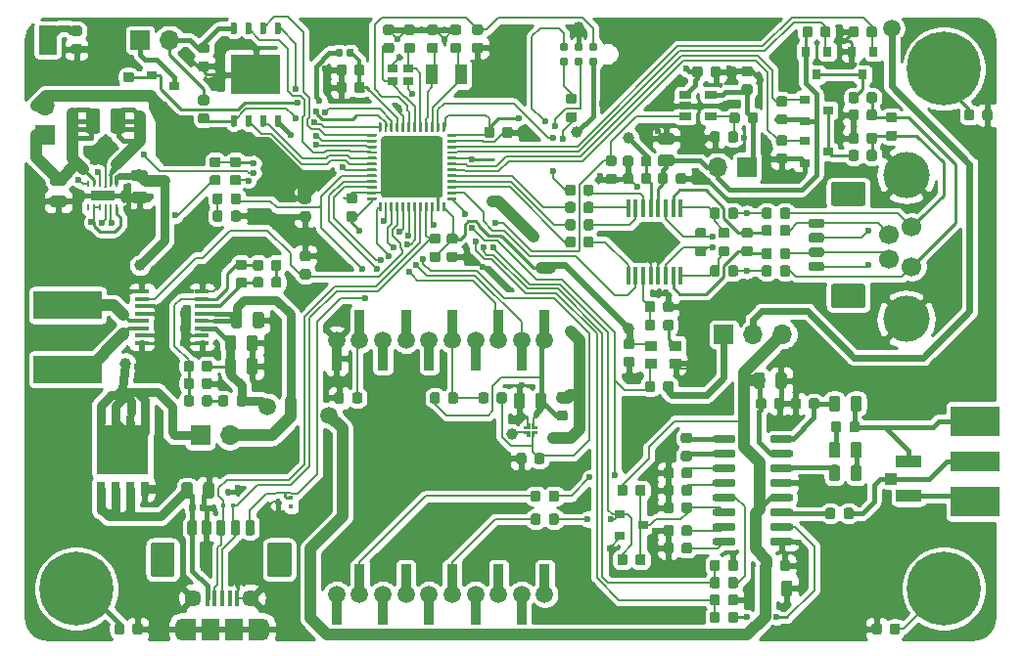
<source format=gtl>
G04 #@! TF.GenerationSoftware,KiCad,Pcbnew,(5.1.5-0-10_14)*
G04 #@! TF.CreationDate,2021-06-08T11:11:05+02:00*
G04 #@! TF.ProjectId,Nestbox,4e657374-626f-4782-9e6b-696361645f70,rev?*
G04 #@! TF.SameCoordinates,Original*
G04 #@! TF.FileFunction,Copper,L1,Top*
G04 #@! TF.FilePolarity,Positive*
%FSLAX46Y46*%
G04 Gerber Fmt 4.6, Leading zero omitted, Abs format (unit mm)*
G04 Created by KiCad (PCBNEW (5.1.5-0-10_14)) date 2021-06-08 11:11:05*
%MOMM*%
%LPD*%
G04 APERTURE LIST*
%ADD10C,0.010000*%
%ADD11C,0.050000*%
%ADD12C,4.000000*%
%ADD13C,1.700000*%
%ADD14R,1.000000X0.900000*%
%ADD15R,0.450000X0.500000*%
%ADD16R,0.450000X0.400000*%
%ADD17R,0.450000X1.500000*%
%ADD18R,1.500000X2.500000*%
%ADD19R,0.900000X0.800000*%
%ADD20R,5.900000X2.450000*%
%ADD21O,1.700000X1.700000*%
%ADD22R,1.700000X1.700000*%
%ADD23C,0.787400*%
%ADD24R,0.800000X0.900000*%
%ADD25R,1.200000X1.900000*%
%ADD26O,1.200000X1.900000*%
%ADD27R,1.500000X1.900000*%
%ADD28C,1.450000*%
%ADD29R,0.400000X1.350000*%
%ADD30C,1.500000*%
%ADD31R,0.900000X2.000000*%
%ADD32R,4.200000X1.780000*%
%ADD33R,4.200000X2.600000*%
%ADD34C,0.800000*%
%ADD35C,6.400000*%
%ADD36R,1.060000X0.650000*%
%ADD37R,1.000000X1.800000*%
%ADD38R,1.200000X0.400000*%
%ADD39R,0.250000X0.600000*%
%ADD40C,0.609600*%
%ADD41C,0.604800*%
%ADD42R,2.000000X0.900000*%
%ADD43R,0.200000X0.200000*%
%ADD44R,4.300000X3.400000*%
%ADD45R,1.550000X1.200000*%
%ADD46R,1.550000X1.600000*%
%ADD47R,4.500000X4.290000*%
%ADD48R,0.700000X1.200000*%
%ADD49R,2.200000X1.050000*%
%ADD50R,1.050000X1.000000*%
%ADD51R,0.500000X0.450000*%
%ADD52R,0.400000X0.450000*%
%ADD53C,0.600000*%
%ADD54C,1.000000*%
%ADD55C,0.200000*%
%ADD56C,0.400000*%
%ADD57C,0.300000*%
%ADD58C,0.250000*%
%ADD59C,0.800000*%
%ADD60C,0.600000*%
%ADD61C,1.000000*%
%ADD62C,0.350000*%
%ADD63C,0.500000*%
%ADD64C,0.280000*%
%ADD65C,0.254000*%
G04 APERTURE END LIST*
D10*
G36*
X139340000Y68660000D02*
G01*
X139340000Y68220000D01*
X139570000Y68220000D01*
X139570000Y68430000D01*
X139780000Y68430000D01*
X139780000Y68660000D01*
X139340000Y68660000D01*
G37*
X139340000Y68660000D02*
X139340000Y68220000D01*
X139570000Y68220000D01*
X139570000Y68430000D01*
X139780000Y68430000D01*
X139780000Y68660000D01*
X139340000Y68660000D01*
G36*
X139160000Y68840000D02*
G01*
X139160000Y69280000D01*
X138930000Y69280000D01*
X138930000Y69070000D01*
X138720000Y69070000D01*
X138720000Y68840000D01*
X139160000Y68840000D01*
G37*
X139160000Y68840000D02*
X139160000Y69280000D01*
X138930000Y69280000D01*
X138930000Y69070000D01*
X138720000Y69070000D01*
X138720000Y68840000D01*
X139160000Y68840000D01*
G36*
X139160000Y68660000D02*
G01*
X139160000Y68220000D01*
X138930000Y68220000D01*
X138930000Y68430000D01*
X138720000Y68430000D01*
X138720000Y68660000D01*
X139160000Y68660000D01*
G37*
X139160000Y68660000D02*
X139160000Y68220000D01*
X138930000Y68220000D01*
X138930000Y68430000D01*
X138720000Y68430000D01*
X138720000Y68660000D01*
X139160000Y68660000D01*
G36*
X139340000Y68840000D02*
G01*
X139340000Y69280000D01*
X139570000Y69280000D01*
X139570000Y69070000D01*
X139780000Y69070000D01*
X139780000Y68840000D01*
X139340000Y68840000D01*
G37*
X139340000Y68840000D02*
X139340000Y69280000D01*
X139570000Y69280000D01*
X139570000Y69070000D01*
X139780000Y69070000D01*
X139780000Y68840000D01*
X139340000Y68840000D01*
G04 #@! TA.AperFunction,SMDPad,CuDef*
D11*
G36*
X157027691Y94573947D02*
G01*
X157048926Y94570797D01*
X157069750Y94565581D01*
X157089962Y94558349D01*
X157109368Y94549170D01*
X157127781Y94538134D01*
X157145024Y94525346D01*
X157160930Y94510930D01*
X157175346Y94495024D01*
X157188134Y94477781D01*
X157199170Y94459368D01*
X157208349Y94439962D01*
X157215581Y94419750D01*
X157220797Y94398926D01*
X157223947Y94377691D01*
X157225000Y94356250D01*
X157225000Y93843750D01*
X157223947Y93822309D01*
X157220797Y93801074D01*
X157215581Y93780250D01*
X157208349Y93760038D01*
X157199170Y93740632D01*
X157188134Y93722219D01*
X157175346Y93704976D01*
X157160930Y93689070D01*
X157145024Y93674654D01*
X157127781Y93661866D01*
X157109368Y93650830D01*
X157089962Y93641651D01*
X157069750Y93634419D01*
X157048926Y93629203D01*
X157027691Y93626053D01*
X157006250Y93625000D01*
X156568750Y93625000D01*
X156547309Y93626053D01*
X156526074Y93629203D01*
X156505250Y93634419D01*
X156485038Y93641651D01*
X156465632Y93650830D01*
X156447219Y93661866D01*
X156429976Y93674654D01*
X156414070Y93689070D01*
X156399654Y93704976D01*
X156386866Y93722219D01*
X156375830Y93740632D01*
X156366651Y93760038D01*
X156359419Y93780250D01*
X156354203Y93801074D01*
X156351053Y93822309D01*
X156350000Y93843750D01*
X156350000Y94356250D01*
X156351053Y94377691D01*
X156354203Y94398926D01*
X156359419Y94419750D01*
X156366651Y94439962D01*
X156375830Y94459368D01*
X156386866Y94477781D01*
X156399654Y94495024D01*
X156414070Y94510930D01*
X156429976Y94525346D01*
X156447219Y94538134D01*
X156465632Y94549170D01*
X156485038Y94558349D01*
X156505250Y94565581D01*
X156526074Y94570797D01*
X156547309Y94573947D01*
X156568750Y94575000D01*
X157006250Y94575000D01*
X157027691Y94573947D01*
G37*
G04 #@! TD.AperFunction*
G04 #@! TA.AperFunction,SMDPad,CuDef*
G36*
X155452691Y94573947D02*
G01*
X155473926Y94570797D01*
X155494750Y94565581D01*
X155514962Y94558349D01*
X155534368Y94549170D01*
X155552781Y94538134D01*
X155570024Y94525346D01*
X155585930Y94510930D01*
X155600346Y94495024D01*
X155613134Y94477781D01*
X155624170Y94459368D01*
X155633349Y94439962D01*
X155640581Y94419750D01*
X155645797Y94398926D01*
X155648947Y94377691D01*
X155650000Y94356250D01*
X155650000Y93843750D01*
X155648947Y93822309D01*
X155645797Y93801074D01*
X155640581Y93780250D01*
X155633349Y93760038D01*
X155624170Y93740632D01*
X155613134Y93722219D01*
X155600346Y93704976D01*
X155585930Y93689070D01*
X155570024Y93674654D01*
X155552781Y93661866D01*
X155534368Y93650830D01*
X155514962Y93641651D01*
X155494750Y93634419D01*
X155473926Y93629203D01*
X155452691Y93626053D01*
X155431250Y93625000D01*
X154993750Y93625000D01*
X154972309Y93626053D01*
X154951074Y93629203D01*
X154930250Y93634419D01*
X154910038Y93641651D01*
X154890632Y93650830D01*
X154872219Y93661866D01*
X154854976Y93674654D01*
X154839070Y93689070D01*
X154824654Y93704976D01*
X154811866Y93722219D01*
X154800830Y93740632D01*
X154791651Y93760038D01*
X154784419Y93780250D01*
X154779203Y93801074D01*
X154776053Y93822309D01*
X154775000Y93843750D01*
X154775000Y94356250D01*
X154776053Y94377691D01*
X154779203Y94398926D01*
X154784419Y94419750D01*
X154791651Y94439962D01*
X154800830Y94459368D01*
X154811866Y94477781D01*
X154824654Y94495024D01*
X154839070Y94510930D01*
X154854976Y94525346D01*
X154872219Y94538134D01*
X154890632Y94549170D01*
X154910038Y94558349D01*
X154930250Y94565581D01*
X154951074Y94570797D01*
X154972309Y94573947D01*
X154993750Y94575000D01*
X155431250Y94575000D01*
X155452691Y94573947D01*
G37*
G04 #@! TD.AperFunction*
G04 #@! TA.AperFunction,SMDPad,CuDef*
G36*
X158740191Y96223947D02*
G01*
X158761426Y96220797D01*
X158782250Y96215581D01*
X158802462Y96208349D01*
X158821868Y96199170D01*
X158840281Y96188134D01*
X158857524Y96175346D01*
X158873430Y96160930D01*
X158887846Y96145024D01*
X158900634Y96127781D01*
X158911670Y96109368D01*
X158920849Y96089962D01*
X158928081Y96069750D01*
X158933297Y96048926D01*
X158936447Y96027691D01*
X158937500Y96006250D01*
X158937500Y95493750D01*
X158936447Y95472309D01*
X158933297Y95451074D01*
X158928081Y95430250D01*
X158920849Y95410038D01*
X158911670Y95390632D01*
X158900634Y95372219D01*
X158887846Y95354976D01*
X158873430Y95339070D01*
X158857524Y95324654D01*
X158840281Y95311866D01*
X158821868Y95300830D01*
X158802462Y95291651D01*
X158782250Y95284419D01*
X158761426Y95279203D01*
X158740191Y95276053D01*
X158718750Y95275000D01*
X158281250Y95275000D01*
X158259809Y95276053D01*
X158238574Y95279203D01*
X158217750Y95284419D01*
X158197538Y95291651D01*
X158178132Y95300830D01*
X158159719Y95311866D01*
X158142476Y95324654D01*
X158126570Y95339070D01*
X158112154Y95354976D01*
X158099366Y95372219D01*
X158088330Y95390632D01*
X158079151Y95410038D01*
X158071919Y95430250D01*
X158066703Y95451074D01*
X158063553Y95472309D01*
X158062500Y95493750D01*
X158062500Y96006250D01*
X158063553Y96027691D01*
X158066703Y96048926D01*
X158071919Y96069750D01*
X158079151Y96089962D01*
X158088330Y96109368D01*
X158099366Y96127781D01*
X158112154Y96145024D01*
X158126570Y96160930D01*
X158142476Y96175346D01*
X158159719Y96188134D01*
X158178132Y96199170D01*
X158197538Y96208349D01*
X158217750Y96215581D01*
X158238574Y96220797D01*
X158259809Y96223947D01*
X158281250Y96225000D01*
X158718750Y96225000D01*
X158740191Y96223947D01*
G37*
G04 #@! TD.AperFunction*
G04 #@! TA.AperFunction,SMDPad,CuDef*
G36*
X157165191Y96223947D02*
G01*
X157186426Y96220797D01*
X157207250Y96215581D01*
X157227462Y96208349D01*
X157246868Y96199170D01*
X157265281Y96188134D01*
X157282524Y96175346D01*
X157298430Y96160930D01*
X157312846Y96145024D01*
X157325634Y96127781D01*
X157336670Y96109368D01*
X157345849Y96089962D01*
X157353081Y96069750D01*
X157358297Y96048926D01*
X157361447Y96027691D01*
X157362500Y96006250D01*
X157362500Y95493750D01*
X157361447Y95472309D01*
X157358297Y95451074D01*
X157353081Y95430250D01*
X157345849Y95410038D01*
X157336670Y95390632D01*
X157325634Y95372219D01*
X157312846Y95354976D01*
X157298430Y95339070D01*
X157282524Y95324654D01*
X157265281Y95311866D01*
X157246868Y95300830D01*
X157227462Y95291651D01*
X157207250Y95284419D01*
X157186426Y95279203D01*
X157165191Y95276053D01*
X157143750Y95275000D01*
X156706250Y95275000D01*
X156684809Y95276053D01*
X156663574Y95279203D01*
X156642750Y95284419D01*
X156622538Y95291651D01*
X156603132Y95300830D01*
X156584719Y95311866D01*
X156567476Y95324654D01*
X156551570Y95339070D01*
X156537154Y95354976D01*
X156524366Y95372219D01*
X156513330Y95390632D01*
X156504151Y95410038D01*
X156496919Y95430250D01*
X156491703Y95451074D01*
X156488553Y95472309D01*
X156487500Y95493750D01*
X156487500Y96006250D01*
X156488553Y96027691D01*
X156491703Y96048926D01*
X156496919Y96069750D01*
X156504151Y96089962D01*
X156513330Y96109368D01*
X156524366Y96127781D01*
X156537154Y96145024D01*
X156551570Y96160930D01*
X156567476Y96175346D01*
X156584719Y96188134D01*
X156603132Y96199170D01*
X156622538Y96208349D01*
X156642750Y96215581D01*
X156663574Y96220797D01*
X156684809Y96223947D01*
X156706250Y96225000D01*
X157143750Y96225000D01*
X157165191Y96223947D01*
G37*
G04 #@! TD.AperFunction*
D12*
X171750000Y78325000D03*
D13*
X172250000Y82875000D03*
X172250000Y86275000D03*
X170300000Y83500000D03*
X170300000Y85650000D03*
D12*
X171750000Y90825000D03*
D14*
X149675000Y76025000D03*
X151825000Y76025000D03*
X151825000Y74475000D03*
X149675000Y74475000D03*
D15*
X117425000Y62500000D03*
D16*
X118575000Y62900000D03*
X118575000Y62100000D03*
D17*
X147725000Y87950000D03*
X148375000Y87950000D03*
X149025000Y87950000D03*
X149675000Y87950000D03*
X150325000Y87950000D03*
X150975000Y87950000D03*
X151625000Y87950000D03*
X152275000Y87950000D03*
X152275000Y82050000D03*
X151625000Y82050000D03*
X150975000Y82050000D03*
X150325000Y82050000D03*
X149675000Y82050000D03*
X149025000Y82050000D03*
X148375000Y82050000D03*
X147725000Y82050000D03*
G04 #@! TA.AperFunction,SMDPad,CuDef*
D11*
G36*
X144537691Y85473947D02*
G01*
X144558926Y85470797D01*
X144579750Y85465581D01*
X144599962Y85458349D01*
X144619368Y85449170D01*
X144637781Y85438134D01*
X144655024Y85425346D01*
X144670930Y85410930D01*
X144685346Y85395024D01*
X144698134Y85377781D01*
X144709170Y85359368D01*
X144718349Y85339962D01*
X144725581Y85319750D01*
X144730797Y85298926D01*
X144733947Y85277691D01*
X144735000Y85256250D01*
X144735000Y84743750D01*
X144733947Y84722309D01*
X144730797Y84701074D01*
X144725581Y84680250D01*
X144718349Y84660038D01*
X144709170Y84640632D01*
X144698134Y84622219D01*
X144685346Y84604976D01*
X144670930Y84589070D01*
X144655024Y84574654D01*
X144637781Y84561866D01*
X144619368Y84550830D01*
X144599962Y84541651D01*
X144579750Y84534419D01*
X144558926Y84529203D01*
X144537691Y84526053D01*
X144516250Y84525000D01*
X144078750Y84525000D01*
X144057309Y84526053D01*
X144036074Y84529203D01*
X144015250Y84534419D01*
X143995038Y84541651D01*
X143975632Y84550830D01*
X143957219Y84561866D01*
X143939976Y84574654D01*
X143924070Y84589070D01*
X143909654Y84604976D01*
X143896866Y84622219D01*
X143885830Y84640632D01*
X143876651Y84660038D01*
X143869419Y84680250D01*
X143864203Y84701074D01*
X143861053Y84722309D01*
X143860000Y84743750D01*
X143860000Y85256250D01*
X143861053Y85277691D01*
X143864203Y85298926D01*
X143869419Y85319750D01*
X143876651Y85339962D01*
X143885830Y85359368D01*
X143896866Y85377781D01*
X143909654Y85395024D01*
X143924070Y85410930D01*
X143939976Y85425346D01*
X143957219Y85438134D01*
X143975632Y85449170D01*
X143995038Y85458349D01*
X144015250Y85465581D01*
X144036074Y85470797D01*
X144057309Y85473947D01*
X144078750Y85475000D01*
X144516250Y85475000D01*
X144537691Y85473947D01*
G37*
G04 #@! TD.AperFunction*
G04 #@! TA.AperFunction,SMDPad,CuDef*
G36*
X142962691Y85473947D02*
G01*
X142983926Y85470797D01*
X143004750Y85465581D01*
X143024962Y85458349D01*
X143044368Y85449170D01*
X143062781Y85438134D01*
X143080024Y85425346D01*
X143095930Y85410930D01*
X143110346Y85395024D01*
X143123134Y85377781D01*
X143134170Y85359368D01*
X143143349Y85339962D01*
X143150581Y85319750D01*
X143155797Y85298926D01*
X143158947Y85277691D01*
X143160000Y85256250D01*
X143160000Y84743750D01*
X143158947Y84722309D01*
X143155797Y84701074D01*
X143150581Y84680250D01*
X143143349Y84660038D01*
X143134170Y84640632D01*
X143123134Y84622219D01*
X143110346Y84604976D01*
X143095930Y84589070D01*
X143080024Y84574654D01*
X143062781Y84561866D01*
X143044368Y84550830D01*
X143024962Y84541651D01*
X143004750Y84534419D01*
X142983926Y84529203D01*
X142962691Y84526053D01*
X142941250Y84525000D01*
X142503750Y84525000D01*
X142482309Y84526053D01*
X142461074Y84529203D01*
X142440250Y84534419D01*
X142420038Y84541651D01*
X142400632Y84550830D01*
X142382219Y84561866D01*
X142364976Y84574654D01*
X142349070Y84589070D01*
X142334654Y84604976D01*
X142321866Y84622219D01*
X142310830Y84640632D01*
X142301651Y84660038D01*
X142294419Y84680250D01*
X142289203Y84701074D01*
X142286053Y84722309D01*
X142285000Y84743750D01*
X142285000Y85256250D01*
X142286053Y85277691D01*
X142289203Y85298926D01*
X142294419Y85319750D01*
X142301651Y85339962D01*
X142310830Y85359368D01*
X142321866Y85377781D01*
X142334654Y85395024D01*
X142349070Y85410930D01*
X142364976Y85425346D01*
X142382219Y85438134D01*
X142400632Y85449170D01*
X142420038Y85458349D01*
X142440250Y85465581D01*
X142461074Y85470797D01*
X142482309Y85473947D01*
X142503750Y85475000D01*
X142941250Y85475000D01*
X142962691Y85473947D01*
G37*
G04 #@! TD.AperFunction*
G04 #@! TA.AperFunction,SMDPad,CuDef*
G36*
X149852691Y78273947D02*
G01*
X149873926Y78270797D01*
X149894750Y78265581D01*
X149914962Y78258349D01*
X149934368Y78249170D01*
X149952781Y78238134D01*
X149970024Y78225346D01*
X149985930Y78210930D01*
X150000346Y78195024D01*
X150013134Y78177781D01*
X150024170Y78159368D01*
X150033349Y78139962D01*
X150040581Y78119750D01*
X150045797Y78098926D01*
X150048947Y78077691D01*
X150050000Y78056250D01*
X150050000Y77543750D01*
X150048947Y77522309D01*
X150045797Y77501074D01*
X150040581Y77480250D01*
X150033349Y77460038D01*
X150024170Y77440632D01*
X150013134Y77422219D01*
X150000346Y77404976D01*
X149985930Y77389070D01*
X149970024Y77374654D01*
X149952781Y77361866D01*
X149934368Y77350830D01*
X149914962Y77341651D01*
X149894750Y77334419D01*
X149873926Y77329203D01*
X149852691Y77326053D01*
X149831250Y77325000D01*
X149393750Y77325000D01*
X149372309Y77326053D01*
X149351074Y77329203D01*
X149330250Y77334419D01*
X149310038Y77341651D01*
X149290632Y77350830D01*
X149272219Y77361866D01*
X149254976Y77374654D01*
X149239070Y77389070D01*
X149224654Y77404976D01*
X149211866Y77422219D01*
X149200830Y77440632D01*
X149191651Y77460038D01*
X149184419Y77480250D01*
X149179203Y77501074D01*
X149176053Y77522309D01*
X149175000Y77543750D01*
X149175000Y78056250D01*
X149176053Y78077691D01*
X149179203Y78098926D01*
X149184419Y78119750D01*
X149191651Y78139962D01*
X149200830Y78159368D01*
X149211866Y78177781D01*
X149224654Y78195024D01*
X149239070Y78210930D01*
X149254976Y78225346D01*
X149272219Y78238134D01*
X149290632Y78249170D01*
X149310038Y78258349D01*
X149330250Y78265581D01*
X149351074Y78270797D01*
X149372309Y78273947D01*
X149393750Y78275000D01*
X149831250Y78275000D01*
X149852691Y78273947D01*
G37*
G04 #@! TD.AperFunction*
G04 #@! TA.AperFunction,SMDPad,CuDef*
G36*
X151427691Y78273947D02*
G01*
X151448926Y78270797D01*
X151469750Y78265581D01*
X151489962Y78258349D01*
X151509368Y78249170D01*
X151527781Y78238134D01*
X151545024Y78225346D01*
X151560930Y78210930D01*
X151575346Y78195024D01*
X151588134Y78177781D01*
X151599170Y78159368D01*
X151608349Y78139962D01*
X151615581Y78119750D01*
X151620797Y78098926D01*
X151623947Y78077691D01*
X151625000Y78056250D01*
X151625000Y77543750D01*
X151623947Y77522309D01*
X151620797Y77501074D01*
X151615581Y77480250D01*
X151608349Y77460038D01*
X151599170Y77440632D01*
X151588134Y77422219D01*
X151575346Y77404976D01*
X151560930Y77389070D01*
X151545024Y77374654D01*
X151527781Y77361866D01*
X151509368Y77350830D01*
X151489962Y77341651D01*
X151469750Y77334419D01*
X151448926Y77329203D01*
X151427691Y77326053D01*
X151406250Y77325000D01*
X150968750Y77325000D01*
X150947309Y77326053D01*
X150926074Y77329203D01*
X150905250Y77334419D01*
X150885038Y77341651D01*
X150865632Y77350830D01*
X150847219Y77361866D01*
X150829976Y77374654D01*
X150814070Y77389070D01*
X150799654Y77404976D01*
X150786866Y77422219D01*
X150775830Y77440632D01*
X150766651Y77460038D01*
X150759419Y77480250D01*
X150754203Y77501074D01*
X150751053Y77522309D01*
X150750000Y77543750D01*
X150750000Y78056250D01*
X150751053Y78077691D01*
X150754203Y78098926D01*
X150759419Y78119750D01*
X150766651Y78139962D01*
X150775830Y78159368D01*
X150786866Y78177781D01*
X150799654Y78195024D01*
X150814070Y78210930D01*
X150829976Y78225346D01*
X150847219Y78238134D01*
X150865632Y78249170D01*
X150885038Y78258349D01*
X150905250Y78265581D01*
X150926074Y78270797D01*
X150947309Y78273947D01*
X150968750Y78275000D01*
X151406250Y78275000D01*
X151427691Y78273947D01*
G37*
G04 #@! TD.AperFunction*
G04 #@! TA.AperFunction,SMDPad,CuDef*
G36*
X144537691Y86963947D02*
G01*
X144558926Y86960797D01*
X144579750Y86955581D01*
X144599962Y86948349D01*
X144619368Y86939170D01*
X144637781Y86928134D01*
X144655024Y86915346D01*
X144670930Y86900930D01*
X144685346Y86885024D01*
X144698134Y86867781D01*
X144709170Y86849368D01*
X144718349Y86829962D01*
X144725581Y86809750D01*
X144730797Y86788926D01*
X144733947Y86767691D01*
X144735000Y86746250D01*
X144735000Y86233750D01*
X144733947Y86212309D01*
X144730797Y86191074D01*
X144725581Y86170250D01*
X144718349Y86150038D01*
X144709170Y86130632D01*
X144698134Y86112219D01*
X144685346Y86094976D01*
X144670930Y86079070D01*
X144655024Y86064654D01*
X144637781Y86051866D01*
X144619368Y86040830D01*
X144599962Y86031651D01*
X144579750Y86024419D01*
X144558926Y86019203D01*
X144537691Y86016053D01*
X144516250Y86015000D01*
X144078750Y86015000D01*
X144057309Y86016053D01*
X144036074Y86019203D01*
X144015250Y86024419D01*
X143995038Y86031651D01*
X143975632Y86040830D01*
X143957219Y86051866D01*
X143939976Y86064654D01*
X143924070Y86079070D01*
X143909654Y86094976D01*
X143896866Y86112219D01*
X143885830Y86130632D01*
X143876651Y86150038D01*
X143869419Y86170250D01*
X143864203Y86191074D01*
X143861053Y86212309D01*
X143860000Y86233750D01*
X143860000Y86746250D01*
X143861053Y86767691D01*
X143864203Y86788926D01*
X143869419Y86809750D01*
X143876651Y86829962D01*
X143885830Y86849368D01*
X143896866Y86867781D01*
X143909654Y86885024D01*
X143924070Y86900930D01*
X143939976Y86915346D01*
X143957219Y86928134D01*
X143975632Y86939170D01*
X143995038Y86948349D01*
X144015250Y86955581D01*
X144036074Y86960797D01*
X144057309Y86963947D01*
X144078750Y86965000D01*
X144516250Y86965000D01*
X144537691Y86963947D01*
G37*
G04 #@! TD.AperFunction*
G04 #@! TA.AperFunction,SMDPad,CuDef*
G36*
X142962691Y86963947D02*
G01*
X142983926Y86960797D01*
X143004750Y86955581D01*
X143024962Y86948349D01*
X143044368Y86939170D01*
X143062781Y86928134D01*
X143080024Y86915346D01*
X143095930Y86900930D01*
X143110346Y86885024D01*
X143123134Y86867781D01*
X143134170Y86849368D01*
X143143349Y86829962D01*
X143150581Y86809750D01*
X143155797Y86788926D01*
X143158947Y86767691D01*
X143160000Y86746250D01*
X143160000Y86233750D01*
X143158947Y86212309D01*
X143155797Y86191074D01*
X143150581Y86170250D01*
X143143349Y86150038D01*
X143134170Y86130632D01*
X143123134Y86112219D01*
X143110346Y86094976D01*
X143095930Y86079070D01*
X143080024Y86064654D01*
X143062781Y86051866D01*
X143044368Y86040830D01*
X143024962Y86031651D01*
X143004750Y86024419D01*
X142983926Y86019203D01*
X142962691Y86016053D01*
X142941250Y86015000D01*
X142503750Y86015000D01*
X142482309Y86016053D01*
X142461074Y86019203D01*
X142440250Y86024419D01*
X142420038Y86031651D01*
X142400632Y86040830D01*
X142382219Y86051866D01*
X142364976Y86064654D01*
X142349070Y86079070D01*
X142334654Y86094976D01*
X142321866Y86112219D01*
X142310830Y86130632D01*
X142301651Y86150038D01*
X142294419Y86170250D01*
X142289203Y86191074D01*
X142286053Y86212309D01*
X142285000Y86233750D01*
X142285000Y86746250D01*
X142286053Y86767691D01*
X142289203Y86788926D01*
X142294419Y86809750D01*
X142301651Y86829962D01*
X142310830Y86849368D01*
X142321866Y86867781D01*
X142334654Y86885024D01*
X142349070Y86900930D01*
X142364976Y86915346D01*
X142382219Y86928134D01*
X142400632Y86939170D01*
X142420038Y86948349D01*
X142440250Y86955581D01*
X142461074Y86960797D01*
X142482309Y86963947D01*
X142503750Y86965000D01*
X142941250Y86965000D01*
X142962691Y86963947D01*
G37*
G04 #@! TD.AperFunction*
G04 #@! TA.AperFunction,SMDPad,CuDef*
G36*
X144527691Y88473947D02*
G01*
X144548926Y88470797D01*
X144569750Y88465581D01*
X144589962Y88458349D01*
X144609368Y88449170D01*
X144627781Y88438134D01*
X144645024Y88425346D01*
X144660930Y88410930D01*
X144675346Y88395024D01*
X144688134Y88377781D01*
X144699170Y88359368D01*
X144708349Y88339962D01*
X144715581Y88319750D01*
X144720797Y88298926D01*
X144723947Y88277691D01*
X144725000Y88256250D01*
X144725000Y87743750D01*
X144723947Y87722309D01*
X144720797Y87701074D01*
X144715581Y87680250D01*
X144708349Y87660038D01*
X144699170Y87640632D01*
X144688134Y87622219D01*
X144675346Y87604976D01*
X144660930Y87589070D01*
X144645024Y87574654D01*
X144627781Y87561866D01*
X144609368Y87550830D01*
X144589962Y87541651D01*
X144569750Y87534419D01*
X144548926Y87529203D01*
X144527691Y87526053D01*
X144506250Y87525000D01*
X144068750Y87525000D01*
X144047309Y87526053D01*
X144026074Y87529203D01*
X144005250Y87534419D01*
X143985038Y87541651D01*
X143965632Y87550830D01*
X143947219Y87561866D01*
X143929976Y87574654D01*
X143914070Y87589070D01*
X143899654Y87604976D01*
X143886866Y87622219D01*
X143875830Y87640632D01*
X143866651Y87660038D01*
X143859419Y87680250D01*
X143854203Y87701074D01*
X143851053Y87722309D01*
X143850000Y87743750D01*
X143850000Y88256250D01*
X143851053Y88277691D01*
X143854203Y88298926D01*
X143859419Y88319750D01*
X143866651Y88339962D01*
X143875830Y88359368D01*
X143886866Y88377781D01*
X143899654Y88395024D01*
X143914070Y88410930D01*
X143929976Y88425346D01*
X143947219Y88438134D01*
X143965632Y88449170D01*
X143985038Y88458349D01*
X144005250Y88465581D01*
X144026074Y88470797D01*
X144047309Y88473947D01*
X144068750Y88475000D01*
X144506250Y88475000D01*
X144527691Y88473947D01*
G37*
G04 #@! TD.AperFunction*
G04 #@! TA.AperFunction,SMDPad,CuDef*
G36*
X142952691Y88473947D02*
G01*
X142973926Y88470797D01*
X142994750Y88465581D01*
X143014962Y88458349D01*
X143034368Y88449170D01*
X143052781Y88438134D01*
X143070024Y88425346D01*
X143085930Y88410930D01*
X143100346Y88395024D01*
X143113134Y88377781D01*
X143124170Y88359368D01*
X143133349Y88339962D01*
X143140581Y88319750D01*
X143145797Y88298926D01*
X143148947Y88277691D01*
X143150000Y88256250D01*
X143150000Y87743750D01*
X143148947Y87722309D01*
X143145797Y87701074D01*
X143140581Y87680250D01*
X143133349Y87660038D01*
X143124170Y87640632D01*
X143113134Y87622219D01*
X143100346Y87604976D01*
X143085930Y87589070D01*
X143070024Y87574654D01*
X143052781Y87561866D01*
X143034368Y87550830D01*
X143014962Y87541651D01*
X142994750Y87534419D01*
X142973926Y87529203D01*
X142952691Y87526053D01*
X142931250Y87525000D01*
X142493750Y87525000D01*
X142472309Y87526053D01*
X142451074Y87529203D01*
X142430250Y87534419D01*
X142410038Y87541651D01*
X142390632Y87550830D01*
X142372219Y87561866D01*
X142354976Y87574654D01*
X142339070Y87589070D01*
X142324654Y87604976D01*
X142311866Y87622219D01*
X142300830Y87640632D01*
X142291651Y87660038D01*
X142284419Y87680250D01*
X142279203Y87701074D01*
X142276053Y87722309D01*
X142275000Y87743750D01*
X142275000Y88256250D01*
X142276053Y88277691D01*
X142279203Y88298926D01*
X142284419Y88319750D01*
X142291651Y88339962D01*
X142300830Y88359368D01*
X142311866Y88377781D01*
X142324654Y88395024D01*
X142339070Y88410930D01*
X142354976Y88425346D01*
X142372219Y88438134D01*
X142390632Y88449170D01*
X142410038Y88458349D01*
X142430250Y88465581D01*
X142451074Y88470797D01*
X142472309Y88473947D01*
X142493750Y88475000D01*
X142931250Y88475000D01*
X142952691Y88473947D01*
G37*
G04 #@! TD.AperFunction*
G04 #@! TA.AperFunction,SMDPad,CuDef*
G36*
X151427691Y79873947D02*
G01*
X151448926Y79870797D01*
X151469750Y79865581D01*
X151489962Y79858349D01*
X151509368Y79849170D01*
X151527781Y79838134D01*
X151545024Y79825346D01*
X151560930Y79810930D01*
X151575346Y79795024D01*
X151588134Y79777781D01*
X151599170Y79759368D01*
X151608349Y79739962D01*
X151615581Y79719750D01*
X151620797Y79698926D01*
X151623947Y79677691D01*
X151625000Y79656250D01*
X151625000Y79143750D01*
X151623947Y79122309D01*
X151620797Y79101074D01*
X151615581Y79080250D01*
X151608349Y79060038D01*
X151599170Y79040632D01*
X151588134Y79022219D01*
X151575346Y79004976D01*
X151560930Y78989070D01*
X151545024Y78974654D01*
X151527781Y78961866D01*
X151509368Y78950830D01*
X151489962Y78941651D01*
X151469750Y78934419D01*
X151448926Y78929203D01*
X151427691Y78926053D01*
X151406250Y78925000D01*
X150968750Y78925000D01*
X150947309Y78926053D01*
X150926074Y78929203D01*
X150905250Y78934419D01*
X150885038Y78941651D01*
X150865632Y78950830D01*
X150847219Y78961866D01*
X150829976Y78974654D01*
X150814070Y78989070D01*
X150799654Y79004976D01*
X150786866Y79022219D01*
X150775830Y79040632D01*
X150766651Y79060038D01*
X150759419Y79080250D01*
X150754203Y79101074D01*
X150751053Y79122309D01*
X150750000Y79143750D01*
X150750000Y79656250D01*
X150751053Y79677691D01*
X150754203Y79698926D01*
X150759419Y79719750D01*
X150766651Y79739962D01*
X150775830Y79759368D01*
X150786866Y79777781D01*
X150799654Y79795024D01*
X150814070Y79810930D01*
X150829976Y79825346D01*
X150847219Y79838134D01*
X150865632Y79849170D01*
X150885038Y79858349D01*
X150905250Y79865581D01*
X150926074Y79870797D01*
X150947309Y79873947D01*
X150968750Y79875000D01*
X151406250Y79875000D01*
X151427691Y79873947D01*
G37*
G04 #@! TD.AperFunction*
G04 #@! TA.AperFunction,SMDPad,CuDef*
G36*
X149852691Y79873947D02*
G01*
X149873926Y79870797D01*
X149894750Y79865581D01*
X149914962Y79858349D01*
X149934368Y79849170D01*
X149952781Y79838134D01*
X149970024Y79825346D01*
X149985930Y79810930D01*
X150000346Y79795024D01*
X150013134Y79777781D01*
X150024170Y79759368D01*
X150033349Y79739962D01*
X150040581Y79719750D01*
X150045797Y79698926D01*
X150048947Y79677691D01*
X150050000Y79656250D01*
X150050000Y79143750D01*
X150048947Y79122309D01*
X150045797Y79101074D01*
X150040581Y79080250D01*
X150033349Y79060038D01*
X150024170Y79040632D01*
X150013134Y79022219D01*
X150000346Y79004976D01*
X149985930Y78989070D01*
X149970024Y78974654D01*
X149952781Y78961866D01*
X149934368Y78950830D01*
X149914962Y78941651D01*
X149894750Y78934419D01*
X149873926Y78929203D01*
X149852691Y78926053D01*
X149831250Y78925000D01*
X149393750Y78925000D01*
X149372309Y78926053D01*
X149351074Y78929203D01*
X149330250Y78934419D01*
X149310038Y78941651D01*
X149290632Y78950830D01*
X149272219Y78961866D01*
X149254976Y78974654D01*
X149239070Y78989070D01*
X149224654Y79004976D01*
X149211866Y79022219D01*
X149200830Y79040632D01*
X149191651Y79060038D01*
X149184419Y79080250D01*
X149179203Y79101074D01*
X149176053Y79122309D01*
X149175000Y79143750D01*
X149175000Y79656250D01*
X149176053Y79677691D01*
X149179203Y79698926D01*
X149184419Y79719750D01*
X149191651Y79739962D01*
X149200830Y79759368D01*
X149211866Y79777781D01*
X149224654Y79795024D01*
X149239070Y79810930D01*
X149254976Y79825346D01*
X149272219Y79838134D01*
X149290632Y79849170D01*
X149310038Y79858349D01*
X149330250Y79865581D01*
X149351074Y79870797D01*
X149372309Y79873947D01*
X149393750Y79875000D01*
X149831250Y79875000D01*
X149852691Y79873947D01*
G37*
G04 #@! TD.AperFunction*
G04 #@! TA.AperFunction,SMDPad,CuDef*
G36*
X151427691Y72973947D02*
G01*
X151448926Y72970797D01*
X151469750Y72965581D01*
X151489962Y72958349D01*
X151509368Y72949170D01*
X151527781Y72938134D01*
X151545024Y72925346D01*
X151560930Y72910930D01*
X151575346Y72895024D01*
X151588134Y72877781D01*
X151599170Y72859368D01*
X151608349Y72839962D01*
X151615581Y72819750D01*
X151620797Y72798926D01*
X151623947Y72777691D01*
X151625000Y72756250D01*
X151625000Y72243750D01*
X151623947Y72222309D01*
X151620797Y72201074D01*
X151615581Y72180250D01*
X151608349Y72160038D01*
X151599170Y72140632D01*
X151588134Y72122219D01*
X151575346Y72104976D01*
X151560930Y72089070D01*
X151545024Y72074654D01*
X151527781Y72061866D01*
X151509368Y72050830D01*
X151489962Y72041651D01*
X151469750Y72034419D01*
X151448926Y72029203D01*
X151427691Y72026053D01*
X151406250Y72025000D01*
X150968750Y72025000D01*
X150947309Y72026053D01*
X150926074Y72029203D01*
X150905250Y72034419D01*
X150885038Y72041651D01*
X150865632Y72050830D01*
X150847219Y72061866D01*
X150829976Y72074654D01*
X150814070Y72089070D01*
X150799654Y72104976D01*
X150786866Y72122219D01*
X150775830Y72140632D01*
X150766651Y72160038D01*
X150759419Y72180250D01*
X150754203Y72201074D01*
X150751053Y72222309D01*
X150750000Y72243750D01*
X150750000Y72756250D01*
X150751053Y72777691D01*
X150754203Y72798926D01*
X150759419Y72819750D01*
X150766651Y72839962D01*
X150775830Y72859368D01*
X150786866Y72877781D01*
X150799654Y72895024D01*
X150814070Y72910930D01*
X150829976Y72925346D01*
X150847219Y72938134D01*
X150865632Y72949170D01*
X150885038Y72958349D01*
X150905250Y72965581D01*
X150926074Y72970797D01*
X150947309Y72973947D01*
X150968750Y72975000D01*
X151406250Y72975000D01*
X151427691Y72973947D01*
G37*
G04 #@! TD.AperFunction*
G04 #@! TA.AperFunction,SMDPad,CuDef*
G36*
X149852691Y72973947D02*
G01*
X149873926Y72970797D01*
X149894750Y72965581D01*
X149914962Y72958349D01*
X149934368Y72949170D01*
X149952781Y72938134D01*
X149970024Y72925346D01*
X149985930Y72910930D01*
X150000346Y72895024D01*
X150013134Y72877781D01*
X150024170Y72859368D01*
X150033349Y72839962D01*
X150040581Y72819750D01*
X150045797Y72798926D01*
X150048947Y72777691D01*
X150050000Y72756250D01*
X150050000Y72243750D01*
X150048947Y72222309D01*
X150045797Y72201074D01*
X150040581Y72180250D01*
X150033349Y72160038D01*
X150024170Y72140632D01*
X150013134Y72122219D01*
X150000346Y72104976D01*
X149985930Y72089070D01*
X149970024Y72074654D01*
X149952781Y72061866D01*
X149934368Y72050830D01*
X149914962Y72041651D01*
X149894750Y72034419D01*
X149873926Y72029203D01*
X149852691Y72026053D01*
X149831250Y72025000D01*
X149393750Y72025000D01*
X149372309Y72026053D01*
X149351074Y72029203D01*
X149330250Y72034419D01*
X149310038Y72041651D01*
X149290632Y72050830D01*
X149272219Y72061866D01*
X149254976Y72074654D01*
X149239070Y72089070D01*
X149224654Y72104976D01*
X149211866Y72122219D01*
X149200830Y72140632D01*
X149191651Y72160038D01*
X149184419Y72180250D01*
X149179203Y72201074D01*
X149176053Y72222309D01*
X149175000Y72243750D01*
X149175000Y72756250D01*
X149176053Y72777691D01*
X149179203Y72798926D01*
X149184419Y72819750D01*
X149191651Y72839962D01*
X149200830Y72859368D01*
X149211866Y72877781D01*
X149224654Y72895024D01*
X149239070Y72910930D01*
X149254976Y72925346D01*
X149272219Y72938134D01*
X149290632Y72949170D01*
X149310038Y72958349D01*
X149330250Y72965581D01*
X149351074Y72970797D01*
X149372309Y72973947D01*
X149393750Y72975000D01*
X149831250Y72975000D01*
X149852691Y72973947D01*
G37*
G04 #@! TD.AperFunction*
G04 #@! TA.AperFunction,SMDPad,CuDef*
G36*
X157027691Y82973947D02*
G01*
X157048926Y82970797D01*
X157069750Y82965581D01*
X157089962Y82958349D01*
X157109368Y82949170D01*
X157127781Y82938134D01*
X157145024Y82925346D01*
X157160930Y82910930D01*
X157175346Y82895024D01*
X157188134Y82877781D01*
X157199170Y82859368D01*
X157208349Y82839962D01*
X157215581Y82819750D01*
X157220797Y82798926D01*
X157223947Y82777691D01*
X157225000Y82756250D01*
X157225000Y82243750D01*
X157223947Y82222309D01*
X157220797Y82201074D01*
X157215581Y82180250D01*
X157208349Y82160038D01*
X157199170Y82140632D01*
X157188134Y82122219D01*
X157175346Y82104976D01*
X157160930Y82089070D01*
X157145024Y82074654D01*
X157127781Y82061866D01*
X157109368Y82050830D01*
X157089962Y82041651D01*
X157069750Y82034419D01*
X157048926Y82029203D01*
X157027691Y82026053D01*
X157006250Y82025000D01*
X156568750Y82025000D01*
X156547309Y82026053D01*
X156526074Y82029203D01*
X156505250Y82034419D01*
X156485038Y82041651D01*
X156465632Y82050830D01*
X156447219Y82061866D01*
X156429976Y82074654D01*
X156414070Y82089070D01*
X156399654Y82104976D01*
X156386866Y82122219D01*
X156375830Y82140632D01*
X156366651Y82160038D01*
X156359419Y82180250D01*
X156354203Y82201074D01*
X156351053Y82222309D01*
X156350000Y82243750D01*
X156350000Y82756250D01*
X156351053Y82777691D01*
X156354203Y82798926D01*
X156359419Y82819750D01*
X156366651Y82839962D01*
X156375830Y82859368D01*
X156386866Y82877781D01*
X156399654Y82895024D01*
X156414070Y82910930D01*
X156429976Y82925346D01*
X156447219Y82938134D01*
X156465632Y82949170D01*
X156485038Y82958349D01*
X156505250Y82965581D01*
X156526074Y82970797D01*
X156547309Y82973947D01*
X156568750Y82975000D01*
X157006250Y82975000D01*
X157027691Y82973947D01*
G37*
G04 #@! TD.AperFunction*
G04 #@! TA.AperFunction,SMDPad,CuDef*
G36*
X155452691Y82973947D02*
G01*
X155473926Y82970797D01*
X155494750Y82965581D01*
X155514962Y82958349D01*
X155534368Y82949170D01*
X155552781Y82938134D01*
X155570024Y82925346D01*
X155585930Y82910930D01*
X155600346Y82895024D01*
X155613134Y82877781D01*
X155624170Y82859368D01*
X155633349Y82839962D01*
X155640581Y82819750D01*
X155645797Y82798926D01*
X155648947Y82777691D01*
X155650000Y82756250D01*
X155650000Y82243750D01*
X155648947Y82222309D01*
X155645797Y82201074D01*
X155640581Y82180250D01*
X155633349Y82160038D01*
X155624170Y82140632D01*
X155613134Y82122219D01*
X155600346Y82104976D01*
X155585930Y82089070D01*
X155570024Y82074654D01*
X155552781Y82061866D01*
X155534368Y82050830D01*
X155514962Y82041651D01*
X155494750Y82034419D01*
X155473926Y82029203D01*
X155452691Y82026053D01*
X155431250Y82025000D01*
X154993750Y82025000D01*
X154972309Y82026053D01*
X154951074Y82029203D01*
X154930250Y82034419D01*
X154910038Y82041651D01*
X154890632Y82050830D01*
X154872219Y82061866D01*
X154854976Y82074654D01*
X154839070Y82089070D01*
X154824654Y82104976D01*
X154811866Y82122219D01*
X154800830Y82140632D01*
X154791651Y82160038D01*
X154784419Y82180250D01*
X154779203Y82201074D01*
X154776053Y82222309D01*
X154775000Y82243750D01*
X154775000Y82756250D01*
X154776053Y82777691D01*
X154779203Y82798926D01*
X154784419Y82819750D01*
X154791651Y82839962D01*
X154800830Y82859368D01*
X154811866Y82877781D01*
X154824654Y82895024D01*
X154839070Y82910930D01*
X154854976Y82925346D01*
X154872219Y82938134D01*
X154890632Y82949170D01*
X154910038Y82958349D01*
X154930250Y82965581D01*
X154951074Y82970797D01*
X154972309Y82973947D01*
X154993750Y82975000D01*
X155431250Y82975000D01*
X155452691Y82973947D01*
G37*
G04 #@! TD.AperFunction*
G04 #@! TA.AperFunction,SMDPad,CuDef*
G36*
X157027691Y87973947D02*
G01*
X157048926Y87970797D01*
X157069750Y87965581D01*
X157089962Y87958349D01*
X157109368Y87949170D01*
X157127781Y87938134D01*
X157145024Y87925346D01*
X157160930Y87910930D01*
X157175346Y87895024D01*
X157188134Y87877781D01*
X157199170Y87859368D01*
X157208349Y87839962D01*
X157215581Y87819750D01*
X157220797Y87798926D01*
X157223947Y87777691D01*
X157225000Y87756250D01*
X157225000Y87243750D01*
X157223947Y87222309D01*
X157220797Y87201074D01*
X157215581Y87180250D01*
X157208349Y87160038D01*
X157199170Y87140632D01*
X157188134Y87122219D01*
X157175346Y87104976D01*
X157160930Y87089070D01*
X157145024Y87074654D01*
X157127781Y87061866D01*
X157109368Y87050830D01*
X157089962Y87041651D01*
X157069750Y87034419D01*
X157048926Y87029203D01*
X157027691Y87026053D01*
X157006250Y87025000D01*
X156568750Y87025000D01*
X156547309Y87026053D01*
X156526074Y87029203D01*
X156505250Y87034419D01*
X156485038Y87041651D01*
X156465632Y87050830D01*
X156447219Y87061866D01*
X156429976Y87074654D01*
X156414070Y87089070D01*
X156399654Y87104976D01*
X156386866Y87122219D01*
X156375830Y87140632D01*
X156366651Y87160038D01*
X156359419Y87180250D01*
X156354203Y87201074D01*
X156351053Y87222309D01*
X156350000Y87243750D01*
X156350000Y87756250D01*
X156351053Y87777691D01*
X156354203Y87798926D01*
X156359419Y87819750D01*
X156366651Y87839962D01*
X156375830Y87859368D01*
X156386866Y87877781D01*
X156399654Y87895024D01*
X156414070Y87910930D01*
X156429976Y87925346D01*
X156447219Y87938134D01*
X156465632Y87949170D01*
X156485038Y87958349D01*
X156505250Y87965581D01*
X156526074Y87970797D01*
X156547309Y87973947D01*
X156568750Y87975000D01*
X157006250Y87975000D01*
X157027691Y87973947D01*
G37*
G04 #@! TD.AperFunction*
G04 #@! TA.AperFunction,SMDPad,CuDef*
G36*
X155452691Y87973947D02*
G01*
X155473926Y87970797D01*
X155494750Y87965581D01*
X155514962Y87958349D01*
X155534368Y87949170D01*
X155552781Y87938134D01*
X155570024Y87925346D01*
X155585930Y87910930D01*
X155600346Y87895024D01*
X155613134Y87877781D01*
X155624170Y87859368D01*
X155633349Y87839962D01*
X155640581Y87819750D01*
X155645797Y87798926D01*
X155648947Y87777691D01*
X155650000Y87756250D01*
X155650000Y87243750D01*
X155648947Y87222309D01*
X155645797Y87201074D01*
X155640581Y87180250D01*
X155633349Y87160038D01*
X155624170Y87140632D01*
X155613134Y87122219D01*
X155600346Y87104976D01*
X155585930Y87089070D01*
X155570024Y87074654D01*
X155552781Y87061866D01*
X155534368Y87050830D01*
X155514962Y87041651D01*
X155494750Y87034419D01*
X155473926Y87029203D01*
X155452691Y87026053D01*
X155431250Y87025000D01*
X154993750Y87025000D01*
X154972309Y87026053D01*
X154951074Y87029203D01*
X154930250Y87034419D01*
X154910038Y87041651D01*
X154890632Y87050830D01*
X154872219Y87061866D01*
X154854976Y87074654D01*
X154839070Y87089070D01*
X154824654Y87104976D01*
X154811866Y87122219D01*
X154800830Y87140632D01*
X154791651Y87160038D01*
X154784419Y87180250D01*
X154779203Y87201074D01*
X154776053Y87222309D01*
X154775000Y87243750D01*
X154775000Y87756250D01*
X154776053Y87777691D01*
X154779203Y87798926D01*
X154784419Y87819750D01*
X154791651Y87839962D01*
X154800830Y87859368D01*
X154811866Y87877781D01*
X154824654Y87895024D01*
X154839070Y87910930D01*
X154854976Y87925346D01*
X154872219Y87938134D01*
X154890632Y87949170D01*
X154910038Y87958349D01*
X154930250Y87965581D01*
X154951074Y87970797D01*
X154972309Y87973947D01*
X154993750Y87975000D01*
X155431250Y87975000D01*
X155452691Y87973947D01*
G37*
G04 #@! TD.AperFunction*
G04 #@! TA.AperFunction,SMDPad,CuDef*
G36*
X161527691Y87973947D02*
G01*
X161548926Y87970797D01*
X161569750Y87965581D01*
X161589962Y87958349D01*
X161609368Y87949170D01*
X161627781Y87938134D01*
X161645024Y87925346D01*
X161660930Y87910930D01*
X161675346Y87895024D01*
X161688134Y87877781D01*
X161699170Y87859368D01*
X161708349Y87839962D01*
X161715581Y87819750D01*
X161720797Y87798926D01*
X161723947Y87777691D01*
X161725000Y87756250D01*
X161725000Y87243750D01*
X161723947Y87222309D01*
X161720797Y87201074D01*
X161715581Y87180250D01*
X161708349Y87160038D01*
X161699170Y87140632D01*
X161688134Y87122219D01*
X161675346Y87104976D01*
X161660930Y87089070D01*
X161645024Y87074654D01*
X161627781Y87061866D01*
X161609368Y87050830D01*
X161589962Y87041651D01*
X161569750Y87034419D01*
X161548926Y87029203D01*
X161527691Y87026053D01*
X161506250Y87025000D01*
X161068750Y87025000D01*
X161047309Y87026053D01*
X161026074Y87029203D01*
X161005250Y87034419D01*
X160985038Y87041651D01*
X160965632Y87050830D01*
X160947219Y87061866D01*
X160929976Y87074654D01*
X160914070Y87089070D01*
X160899654Y87104976D01*
X160886866Y87122219D01*
X160875830Y87140632D01*
X160866651Y87160038D01*
X160859419Y87180250D01*
X160854203Y87201074D01*
X160851053Y87222309D01*
X160850000Y87243750D01*
X160850000Y87756250D01*
X160851053Y87777691D01*
X160854203Y87798926D01*
X160859419Y87819750D01*
X160866651Y87839962D01*
X160875830Y87859368D01*
X160886866Y87877781D01*
X160899654Y87895024D01*
X160914070Y87910930D01*
X160929976Y87925346D01*
X160947219Y87938134D01*
X160965632Y87949170D01*
X160985038Y87958349D01*
X161005250Y87965581D01*
X161026074Y87970797D01*
X161047309Y87973947D01*
X161068750Y87975000D01*
X161506250Y87975000D01*
X161527691Y87973947D01*
G37*
G04 #@! TD.AperFunction*
G04 #@! TA.AperFunction,SMDPad,CuDef*
G36*
X159952691Y87973947D02*
G01*
X159973926Y87970797D01*
X159994750Y87965581D01*
X160014962Y87958349D01*
X160034368Y87949170D01*
X160052781Y87938134D01*
X160070024Y87925346D01*
X160085930Y87910930D01*
X160100346Y87895024D01*
X160113134Y87877781D01*
X160124170Y87859368D01*
X160133349Y87839962D01*
X160140581Y87819750D01*
X160145797Y87798926D01*
X160148947Y87777691D01*
X160150000Y87756250D01*
X160150000Y87243750D01*
X160148947Y87222309D01*
X160145797Y87201074D01*
X160140581Y87180250D01*
X160133349Y87160038D01*
X160124170Y87140632D01*
X160113134Y87122219D01*
X160100346Y87104976D01*
X160085930Y87089070D01*
X160070024Y87074654D01*
X160052781Y87061866D01*
X160034368Y87050830D01*
X160014962Y87041651D01*
X159994750Y87034419D01*
X159973926Y87029203D01*
X159952691Y87026053D01*
X159931250Y87025000D01*
X159493750Y87025000D01*
X159472309Y87026053D01*
X159451074Y87029203D01*
X159430250Y87034419D01*
X159410038Y87041651D01*
X159390632Y87050830D01*
X159372219Y87061866D01*
X159354976Y87074654D01*
X159339070Y87089070D01*
X159324654Y87104976D01*
X159311866Y87122219D01*
X159300830Y87140632D01*
X159291651Y87160038D01*
X159284419Y87180250D01*
X159279203Y87201074D01*
X159276053Y87222309D01*
X159275000Y87243750D01*
X159275000Y87756250D01*
X159276053Y87777691D01*
X159279203Y87798926D01*
X159284419Y87819750D01*
X159291651Y87839962D01*
X159300830Y87859368D01*
X159311866Y87877781D01*
X159324654Y87895024D01*
X159339070Y87910930D01*
X159354976Y87925346D01*
X159372219Y87938134D01*
X159390632Y87949170D01*
X159410038Y87958349D01*
X159430250Y87965581D01*
X159451074Y87970797D01*
X159472309Y87973947D01*
X159493750Y87975000D01*
X159931250Y87975000D01*
X159952691Y87973947D01*
G37*
G04 #@! TD.AperFunction*
G04 #@! TA.AperFunction,SMDPad,CuDef*
G36*
X161527691Y82973947D02*
G01*
X161548926Y82970797D01*
X161569750Y82965581D01*
X161589962Y82958349D01*
X161609368Y82949170D01*
X161627781Y82938134D01*
X161645024Y82925346D01*
X161660930Y82910930D01*
X161675346Y82895024D01*
X161688134Y82877781D01*
X161699170Y82859368D01*
X161708349Y82839962D01*
X161715581Y82819750D01*
X161720797Y82798926D01*
X161723947Y82777691D01*
X161725000Y82756250D01*
X161725000Y82243750D01*
X161723947Y82222309D01*
X161720797Y82201074D01*
X161715581Y82180250D01*
X161708349Y82160038D01*
X161699170Y82140632D01*
X161688134Y82122219D01*
X161675346Y82104976D01*
X161660930Y82089070D01*
X161645024Y82074654D01*
X161627781Y82061866D01*
X161609368Y82050830D01*
X161589962Y82041651D01*
X161569750Y82034419D01*
X161548926Y82029203D01*
X161527691Y82026053D01*
X161506250Y82025000D01*
X161068750Y82025000D01*
X161047309Y82026053D01*
X161026074Y82029203D01*
X161005250Y82034419D01*
X160985038Y82041651D01*
X160965632Y82050830D01*
X160947219Y82061866D01*
X160929976Y82074654D01*
X160914070Y82089070D01*
X160899654Y82104976D01*
X160886866Y82122219D01*
X160875830Y82140632D01*
X160866651Y82160038D01*
X160859419Y82180250D01*
X160854203Y82201074D01*
X160851053Y82222309D01*
X160850000Y82243750D01*
X160850000Y82756250D01*
X160851053Y82777691D01*
X160854203Y82798926D01*
X160859419Y82819750D01*
X160866651Y82839962D01*
X160875830Y82859368D01*
X160886866Y82877781D01*
X160899654Y82895024D01*
X160914070Y82910930D01*
X160929976Y82925346D01*
X160947219Y82938134D01*
X160965632Y82949170D01*
X160985038Y82958349D01*
X161005250Y82965581D01*
X161026074Y82970797D01*
X161047309Y82973947D01*
X161068750Y82975000D01*
X161506250Y82975000D01*
X161527691Y82973947D01*
G37*
G04 #@! TD.AperFunction*
G04 #@! TA.AperFunction,SMDPad,CuDef*
G36*
X159952691Y82973947D02*
G01*
X159973926Y82970797D01*
X159994750Y82965581D01*
X160014962Y82958349D01*
X160034368Y82949170D01*
X160052781Y82938134D01*
X160070024Y82925346D01*
X160085930Y82910930D01*
X160100346Y82895024D01*
X160113134Y82877781D01*
X160124170Y82859368D01*
X160133349Y82839962D01*
X160140581Y82819750D01*
X160145797Y82798926D01*
X160148947Y82777691D01*
X160150000Y82756250D01*
X160150000Y82243750D01*
X160148947Y82222309D01*
X160145797Y82201074D01*
X160140581Y82180250D01*
X160133349Y82160038D01*
X160124170Y82140632D01*
X160113134Y82122219D01*
X160100346Y82104976D01*
X160085930Y82089070D01*
X160070024Y82074654D01*
X160052781Y82061866D01*
X160034368Y82050830D01*
X160014962Y82041651D01*
X159994750Y82034419D01*
X159973926Y82029203D01*
X159952691Y82026053D01*
X159931250Y82025000D01*
X159493750Y82025000D01*
X159472309Y82026053D01*
X159451074Y82029203D01*
X159430250Y82034419D01*
X159410038Y82041651D01*
X159390632Y82050830D01*
X159372219Y82061866D01*
X159354976Y82074654D01*
X159339070Y82089070D01*
X159324654Y82104976D01*
X159311866Y82122219D01*
X159300830Y82140632D01*
X159291651Y82160038D01*
X159284419Y82180250D01*
X159279203Y82201074D01*
X159276053Y82222309D01*
X159275000Y82243750D01*
X159275000Y82756250D01*
X159276053Y82777691D01*
X159279203Y82798926D01*
X159284419Y82819750D01*
X159291651Y82839962D01*
X159300830Y82859368D01*
X159311866Y82877781D01*
X159324654Y82895024D01*
X159339070Y82910930D01*
X159354976Y82925346D01*
X159372219Y82938134D01*
X159390632Y82949170D01*
X159410038Y82958349D01*
X159430250Y82965581D01*
X159451074Y82970797D01*
X159472309Y82973947D01*
X159493750Y82975000D01*
X159931250Y82975000D01*
X159952691Y82973947D01*
G37*
G04 #@! TD.AperFunction*
G04 #@! TA.AperFunction,SMDPad,CuDef*
G36*
X161527691Y86473947D02*
G01*
X161548926Y86470797D01*
X161569750Y86465581D01*
X161589962Y86458349D01*
X161609368Y86449170D01*
X161627781Y86438134D01*
X161645024Y86425346D01*
X161660930Y86410930D01*
X161675346Y86395024D01*
X161688134Y86377781D01*
X161699170Y86359368D01*
X161708349Y86339962D01*
X161715581Y86319750D01*
X161720797Y86298926D01*
X161723947Y86277691D01*
X161725000Y86256250D01*
X161725000Y85743750D01*
X161723947Y85722309D01*
X161720797Y85701074D01*
X161715581Y85680250D01*
X161708349Y85660038D01*
X161699170Y85640632D01*
X161688134Y85622219D01*
X161675346Y85604976D01*
X161660930Y85589070D01*
X161645024Y85574654D01*
X161627781Y85561866D01*
X161609368Y85550830D01*
X161589962Y85541651D01*
X161569750Y85534419D01*
X161548926Y85529203D01*
X161527691Y85526053D01*
X161506250Y85525000D01*
X161068750Y85525000D01*
X161047309Y85526053D01*
X161026074Y85529203D01*
X161005250Y85534419D01*
X160985038Y85541651D01*
X160965632Y85550830D01*
X160947219Y85561866D01*
X160929976Y85574654D01*
X160914070Y85589070D01*
X160899654Y85604976D01*
X160886866Y85622219D01*
X160875830Y85640632D01*
X160866651Y85660038D01*
X160859419Y85680250D01*
X160854203Y85701074D01*
X160851053Y85722309D01*
X160850000Y85743750D01*
X160850000Y86256250D01*
X160851053Y86277691D01*
X160854203Y86298926D01*
X160859419Y86319750D01*
X160866651Y86339962D01*
X160875830Y86359368D01*
X160886866Y86377781D01*
X160899654Y86395024D01*
X160914070Y86410930D01*
X160929976Y86425346D01*
X160947219Y86438134D01*
X160965632Y86449170D01*
X160985038Y86458349D01*
X161005250Y86465581D01*
X161026074Y86470797D01*
X161047309Y86473947D01*
X161068750Y86475000D01*
X161506250Y86475000D01*
X161527691Y86473947D01*
G37*
G04 #@! TD.AperFunction*
G04 #@! TA.AperFunction,SMDPad,CuDef*
G36*
X159952691Y86473947D02*
G01*
X159973926Y86470797D01*
X159994750Y86465581D01*
X160014962Y86458349D01*
X160034368Y86449170D01*
X160052781Y86438134D01*
X160070024Y86425346D01*
X160085930Y86410930D01*
X160100346Y86395024D01*
X160113134Y86377781D01*
X160124170Y86359368D01*
X160133349Y86339962D01*
X160140581Y86319750D01*
X160145797Y86298926D01*
X160148947Y86277691D01*
X160150000Y86256250D01*
X160150000Y85743750D01*
X160148947Y85722309D01*
X160145797Y85701074D01*
X160140581Y85680250D01*
X160133349Y85660038D01*
X160124170Y85640632D01*
X160113134Y85622219D01*
X160100346Y85604976D01*
X160085930Y85589070D01*
X160070024Y85574654D01*
X160052781Y85561866D01*
X160034368Y85550830D01*
X160014962Y85541651D01*
X159994750Y85534419D01*
X159973926Y85529203D01*
X159952691Y85526053D01*
X159931250Y85525000D01*
X159493750Y85525000D01*
X159472309Y85526053D01*
X159451074Y85529203D01*
X159430250Y85534419D01*
X159410038Y85541651D01*
X159390632Y85550830D01*
X159372219Y85561866D01*
X159354976Y85574654D01*
X159339070Y85589070D01*
X159324654Y85604976D01*
X159311866Y85622219D01*
X159300830Y85640632D01*
X159291651Y85660038D01*
X159284419Y85680250D01*
X159279203Y85701074D01*
X159276053Y85722309D01*
X159275000Y85743750D01*
X159275000Y86256250D01*
X159276053Y86277691D01*
X159279203Y86298926D01*
X159284419Y86319750D01*
X159291651Y86339962D01*
X159300830Y86359368D01*
X159311866Y86377781D01*
X159324654Y86395024D01*
X159339070Y86410930D01*
X159354976Y86425346D01*
X159372219Y86438134D01*
X159390632Y86449170D01*
X159410038Y86458349D01*
X159430250Y86465581D01*
X159451074Y86470797D01*
X159472309Y86473947D01*
X159493750Y86475000D01*
X159931250Y86475000D01*
X159952691Y86473947D01*
G37*
G04 #@! TD.AperFunction*
G04 #@! TA.AperFunction,SMDPad,CuDef*
G36*
X161527691Y84473947D02*
G01*
X161548926Y84470797D01*
X161569750Y84465581D01*
X161589962Y84458349D01*
X161609368Y84449170D01*
X161627781Y84438134D01*
X161645024Y84425346D01*
X161660930Y84410930D01*
X161675346Y84395024D01*
X161688134Y84377781D01*
X161699170Y84359368D01*
X161708349Y84339962D01*
X161715581Y84319750D01*
X161720797Y84298926D01*
X161723947Y84277691D01*
X161725000Y84256250D01*
X161725000Y83743750D01*
X161723947Y83722309D01*
X161720797Y83701074D01*
X161715581Y83680250D01*
X161708349Y83660038D01*
X161699170Y83640632D01*
X161688134Y83622219D01*
X161675346Y83604976D01*
X161660930Y83589070D01*
X161645024Y83574654D01*
X161627781Y83561866D01*
X161609368Y83550830D01*
X161589962Y83541651D01*
X161569750Y83534419D01*
X161548926Y83529203D01*
X161527691Y83526053D01*
X161506250Y83525000D01*
X161068750Y83525000D01*
X161047309Y83526053D01*
X161026074Y83529203D01*
X161005250Y83534419D01*
X160985038Y83541651D01*
X160965632Y83550830D01*
X160947219Y83561866D01*
X160929976Y83574654D01*
X160914070Y83589070D01*
X160899654Y83604976D01*
X160886866Y83622219D01*
X160875830Y83640632D01*
X160866651Y83660038D01*
X160859419Y83680250D01*
X160854203Y83701074D01*
X160851053Y83722309D01*
X160850000Y83743750D01*
X160850000Y84256250D01*
X160851053Y84277691D01*
X160854203Y84298926D01*
X160859419Y84319750D01*
X160866651Y84339962D01*
X160875830Y84359368D01*
X160886866Y84377781D01*
X160899654Y84395024D01*
X160914070Y84410930D01*
X160929976Y84425346D01*
X160947219Y84438134D01*
X160965632Y84449170D01*
X160985038Y84458349D01*
X161005250Y84465581D01*
X161026074Y84470797D01*
X161047309Y84473947D01*
X161068750Y84475000D01*
X161506250Y84475000D01*
X161527691Y84473947D01*
G37*
G04 #@! TD.AperFunction*
G04 #@! TA.AperFunction,SMDPad,CuDef*
G36*
X159952691Y84473947D02*
G01*
X159973926Y84470797D01*
X159994750Y84465581D01*
X160014962Y84458349D01*
X160034368Y84449170D01*
X160052781Y84438134D01*
X160070024Y84425346D01*
X160085930Y84410930D01*
X160100346Y84395024D01*
X160113134Y84377781D01*
X160124170Y84359368D01*
X160133349Y84339962D01*
X160140581Y84319750D01*
X160145797Y84298926D01*
X160148947Y84277691D01*
X160150000Y84256250D01*
X160150000Y83743750D01*
X160148947Y83722309D01*
X160145797Y83701074D01*
X160140581Y83680250D01*
X160133349Y83660038D01*
X160124170Y83640632D01*
X160113134Y83622219D01*
X160100346Y83604976D01*
X160085930Y83589070D01*
X160070024Y83574654D01*
X160052781Y83561866D01*
X160034368Y83550830D01*
X160014962Y83541651D01*
X159994750Y83534419D01*
X159973926Y83529203D01*
X159952691Y83526053D01*
X159931250Y83525000D01*
X159493750Y83525000D01*
X159472309Y83526053D01*
X159451074Y83529203D01*
X159430250Y83534419D01*
X159410038Y83541651D01*
X159390632Y83550830D01*
X159372219Y83561866D01*
X159354976Y83574654D01*
X159339070Y83589070D01*
X159324654Y83604976D01*
X159311866Y83622219D01*
X159300830Y83640632D01*
X159291651Y83660038D01*
X159284419Y83680250D01*
X159279203Y83701074D01*
X159276053Y83722309D01*
X159275000Y83743750D01*
X159275000Y84256250D01*
X159276053Y84277691D01*
X159279203Y84298926D01*
X159284419Y84319750D01*
X159291651Y84339962D01*
X159300830Y84359368D01*
X159311866Y84377781D01*
X159324654Y84395024D01*
X159339070Y84410930D01*
X159354976Y84425346D01*
X159372219Y84438134D01*
X159390632Y84449170D01*
X159410038Y84458349D01*
X159430250Y84465581D01*
X159451074Y84470797D01*
X159472309Y84473947D01*
X159493750Y84475000D01*
X159931250Y84475000D01*
X159952691Y84473947D01*
G37*
G04 #@! TD.AperFunction*
G04 #@! TA.AperFunction,SMDPad,CuDef*
G36*
X167452691Y92973947D02*
G01*
X167473926Y92970797D01*
X167494750Y92965581D01*
X167514962Y92958349D01*
X167534368Y92949170D01*
X167552781Y92938134D01*
X167570024Y92925346D01*
X167585930Y92910930D01*
X167600346Y92895024D01*
X167613134Y92877781D01*
X167624170Y92859368D01*
X167633349Y92839962D01*
X167640581Y92819750D01*
X167645797Y92798926D01*
X167648947Y92777691D01*
X167650000Y92756250D01*
X167650000Y92243750D01*
X167648947Y92222309D01*
X167645797Y92201074D01*
X167640581Y92180250D01*
X167633349Y92160038D01*
X167624170Y92140632D01*
X167613134Y92122219D01*
X167600346Y92104976D01*
X167585930Y92089070D01*
X167570024Y92074654D01*
X167552781Y92061866D01*
X167534368Y92050830D01*
X167514962Y92041651D01*
X167494750Y92034419D01*
X167473926Y92029203D01*
X167452691Y92026053D01*
X167431250Y92025000D01*
X166993750Y92025000D01*
X166972309Y92026053D01*
X166951074Y92029203D01*
X166930250Y92034419D01*
X166910038Y92041651D01*
X166890632Y92050830D01*
X166872219Y92061866D01*
X166854976Y92074654D01*
X166839070Y92089070D01*
X166824654Y92104976D01*
X166811866Y92122219D01*
X166800830Y92140632D01*
X166791651Y92160038D01*
X166784419Y92180250D01*
X166779203Y92201074D01*
X166776053Y92222309D01*
X166775000Y92243750D01*
X166775000Y92756250D01*
X166776053Y92777691D01*
X166779203Y92798926D01*
X166784419Y92819750D01*
X166791651Y92839962D01*
X166800830Y92859368D01*
X166811866Y92877781D01*
X166824654Y92895024D01*
X166839070Y92910930D01*
X166854976Y92925346D01*
X166872219Y92938134D01*
X166890632Y92949170D01*
X166910038Y92958349D01*
X166930250Y92965581D01*
X166951074Y92970797D01*
X166972309Y92973947D01*
X166993750Y92975000D01*
X167431250Y92975000D01*
X167452691Y92973947D01*
G37*
G04 #@! TD.AperFunction*
G04 #@! TA.AperFunction,SMDPad,CuDef*
G36*
X169027691Y92973947D02*
G01*
X169048926Y92970797D01*
X169069750Y92965581D01*
X169089962Y92958349D01*
X169109368Y92949170D01*
X169127781Y92938134D01*
X169145024Y92925346D01*
X169160930Y92910930D01*
X169175346Y92895024D01*
X169188134Y92877781D01*
X169199170Y92859368D01*
X169208349Y92839962D01*
X169215581Y92819750D01*
X169220797Y92798926D01*
X169223947Y92777691D01*
X169225000Y92756250D01*
X169225000Y92243750D01*
X169223947Y92222309D01*
X169220797Y92201074D01*
X169215581Y92180250D01*
X169208349Y92160038D01*
X169199170Y92140632D01*
X169188134Y92122219D01*
X169175346Y92104976D01*
X169160930Y92089070D01*
X169145024Y92074654D01*
X169127781Y92061866D01*
X169109368Y92050830D01*
X169089962Y92041651D01*
X169069750Y92034419D01*
X169048926Y92029203D01*
X169027691Y92026053D01*
X169006250Y92025000D01*
X168568750Y92025000D01*
X168547309Y92026053D01*
X168526074Y92029203D01*
X168505250Y92034419D01*
X168485038Y92041651D01*
X168465632Y92050830D01*
X168447219Y92061866D01*
X168429976Y92074654D01*
X168414070Y92089070D01*
X168399654Y92104976D01*
X168386866Y92122219D01*
X168375830Y92140632D01*
X168366651Y92160038D01*
X168359419Y92180250D01*
X168354203Y92201074D01*
X168351053Y92222309D01*
X168350000Y92243750D01*
X168350000Y92756250D01*
X168351053Y92777691D01*
X168354203Y92798926D01*
X168359419Y92819750D01*
X168366651Y92839962D01*
X168375830Y92859368D01*
X168386866Y92877781D01*
X168399654Y92895024D01*
X168414070Y92910930D01*
X168429976Y92925346D01*
X168447219Y92938134D01*
X168465632Y92949170D01*
X168485038Y92958349D01*
X168505250Y92965581D01*
X168526074Y92970797D01*
X168547309Y92973947D01*
X168568750Y92975000D01*
X169006250Y92975000D01*
X169027691Y92973947D01*
G37*
G04 #@! TD.AperFunction*
G04 #@! TA.AperFunction,SMDPad,CuDef*
G36*
X167452691Y97973947D02*
G01*
X167473926Y97970797D01*
X167494750Y97965581D01*
X167514962Y97958349D01*
X167534368Y97949170D01*
X167552781Y97938134D01*
X167570024Y97925346D01*
X167585930Y97910930D01*
X167600346Y97895024D01*
X167613134Y97877781D01*
X167624170Y97859368D01*
X167633349Y97839962D01*
X167640581Y97819750D01*
X167645797Y97798926D01*
X167648947Y97777691D01*
X167650000Y97756250D01*
X167650000Y97243750D01*
X167648947Y97222309D01*
X167645797Y97201074D01*
X167640581Y97180250D01*
X167633349Y97160038D01*
X167624170Y97140632D01*
X167613134Y97122219D01*
X167600346Y97104976D01*
X167585930Y97089070D01*
X167570024Y97074654D01*
X167552781Y97061866D01*
X167534368Y97050830D01*
X167514962Y97041651D01*
X167494750Y97034419D01*
X167473926Y97029203D01*
X167452691Y97026053D01*
X167431250Y97025000D01*
X166993750Y97025000D01*
X166972309Y97026053D01*
X166951074Y97029203D01*
X166930250Y97034419D01*
X166910038Y97041651D01*
X166890632Y97050830D01*
X166872219Y97061866D01*
X166854976Y97074654D01*
X166839070Y97089070D01*
X166824654Y97104976D01*
X166811866Y97122219D01*
X166800830Y97140632D01*
X166791651Y97160038D01*
X166784419Y97180250D01*
X166779203Y97201074D01*
X166776053Y97222309D01*
X166775000Y97243750D01*
X166775000Y97756250D01*
X166776053Y97777691D01*
X166779203Y97798926D01*
X166784419Y97819750D01*
X166791651Y97839962D01*
X166800830Y97859368D01*
X166811866Y97877781D01*
X166824654Y97895024D01*
X166839070Y97910930D01*
X166854976Y97925346D01*
X166872219Y97938134D01*
X166890632Y97949170D01*
X166910038Y97958349D01*
X166930250Y97965581D01*
X166951074Y97970797D01*
X166972309Y97973947D01*
X166993750Y97975000D01*
X167431250Y97975000D01*
X167452691Y97973947D01*
G37*
G04 #@! TD.AperFunction*
G04 #@! TA.AperFunction,SMDPad,CuDef*
G36*
X169027691Y97973947D02*
G01*
X169048926Y97970797D01*
X169069750Y97965581D01*
X169089962Y97958349D01*
X169109368Y97949170D01*
X169127781Y97938134D01*
X169145024Y97925346D01*
X169160930Y97910930D01*
X169175346Y97895024D01*
X169188134Y97877781D01*
X169199170Y97859368D01*
X169208349Y97839962D01*
X169215581Y97819750D01*
X169220797Y97798926D01*
X169223947Y97777691D01*
X169225000Y97756250D01*
X169225000Y97243750D01*
X169223947Y97222309D01*
X169220797Y97201074D01*
X169215581Y97180250D01*
X169208349Y97160038D01*
X169199170Y97140632D01*
X169188134Y97122219D01*
X169175346Y97104976D01*
X169160930Y97089070D01*
X169145024Y97074654D01*
X169127781Y97061866D01*
X169109368Y97050830D01*
X169089962Y97041651D01*
X169069750Y97034419D01*
X169048926Y97029203D01*
X169027691Y97026053D01*
X169006250Y97025000D01*
X168568750Y97025000D01*
X168547309Y97026053D01*
X168526074Y97029203D01*
X168505250Y97034419D01*
X168485038Y97041651D01*
X168465632Y97050830D01*
X168447219Y97061866D01*
X168429976Y97074654D01*
X168414070Y97089070D01*
X168399654Y97104976D01*
X168386866Y97122219D01*
X168375830Y97140632D01*
X168366651Y97160038D01*
X168359419Y97180250D01*
X168354203Y97201074D01*
X168351053Y97222309D01*
X168350000Y97243750D01*
X168350000Y97756250D01*
X168351053Y97777691D01*
X168354203Y97798926D01*
X168359419Y97819750D01*
X168366651Y97839962D01*
X168375830Y97859368D01*
X168386866Y97877781D01*
X168399654Y97895024D01*
X168414070Y97910930D01*
X168429976Y97925346D01*
X168447219Y97938134D01*
X168465632Y97949170D01*
X168485038Y97958349D01*
X168505250Y97965581D01*
X168526074Y97970797D01*
X168547309Y97973947D01*
X168568750Y97975000D01*
X169006250Y97975000D01*
X169027691Y97973947D01*
G37*
G04 #@! TD.AperFunction*
G04 #@! TA.AperFunction,SMDPad,CuDef*
G36*
X161277691Y94236447D02*
G01*
X161298926Y94233297D01*
X161319750Y94228081D01*
X161339962Y94220849D01*
X161359368Y94211670D01*
X161377781Y94200634D01*
X161395024Y94187846D01*
X161410930Y94173430D01*
X161425346Y94157524D01*
X161438134Y94140281D01*
X161449170Y94121868D01*
X161458349Y94102462D01*
X161465581Y94082250D01*
X161470797Y94061426D01*
X161473947Y94040191D01*
X161475000Y94018750D01*
X161475000Y93581250D01*
X161473947Y93559809D01*
X161470797Y93538574D01*
X161465581Y93517750D01*
X161458349Y93497538D01*
X161449170Y93478132D01*
X161438134Y93459719D01*
X161425346Y93442476D01*
X161410930Y93426570D01*
X161395024Y93412154D01*
X161377781Y93399366D01*
X161359368Y93388330D01*
X161339962Y93379151D01*
X161319750Y93371919D01*
X161298926Y93366703D01*
X161277691Y93363553D01*
X161256250Y93362500D01*
X160743750Y93362500D01*
X160722309Y93363553D01*
X160701074Y93366703D01*
X160680250Y93371919D01*
X160660038Y93379151D01*
X160640632Y93388330D01*
X160622219Y93399366D01*
X160604976Y93412154D01*
X160589070Y93426570D01*
X160574654Y93442476D01*
X160561866Y93459719D01*
X160550830Y93478132D01*
X160541651Y93497538D01*
X160534419Y93517750D01*
X160529203Y93538574D01*
X160526053Y93559809D01*
X160525000Y93581250D01*
X160525000Y94018750D01*
X160526053Y94040191D01*
X160529203Y94061426D01*
X160534419Y94082250D01*
X160541651Y94102462D01*
X160550830Y94121868D01*
X160561866Y94140281D01*
X160574654Y94157524D01*
X160589070Y94173430D01*
X160604976Y94187846D01*
X160622219Y94200634D01*
X160640632Y94211670D01*
X160660038Y94220849D01*
X160680250Y94228081D01*
X160701074Y94233297D01*
X160722309Y94236447D01*
X160743750Y94237500D01*
X161256250Y94237500D01*
X161277691Y94236447D01*
G37*
G04 #@! TD.AperFunction*
G04 #@! TA.AperFunction,SMDPad,CuDef*
G36*
X161277691Y92661447D02*
G01*
X161298926Y92658297D01*
X161319750Y92653081D01*
X161339962Y92645849D01*
X161359368Y92636670D01*
X161377781Y92625634D01*
X161395024Y92612846D01*
X161410930Y92598430D01*
X161425346Y92582524D01*
X161438134Y92565281D01*
X161449170Y92546868D01*
X161458349Y92527462D01*
X161465581Y92507250D01*
X161470797Y92486426D01*
X161473947Y92465191D01*
X161475000Y92443750D01*
X161475000Y92006250D01*
X161473947Y91984809D01*
X161470797Y91963574D01*
X161465581Y91942750D01*
X161458349Y91922538D01*
X161449170Y91903132D01*
X161438134Y91884719D01*
X161425346Y91867476D01*
X161410930Y91851570D01*
X161395024Y91837154D01*
X161377781Y91824366D01*
X161359368Y91813330D01*
X161339962Y91804151D01*
X161319750Y91796919D01*
X161298926Y91791703D01*
X161277691Y91788553D01*
X161256250Y91787500D01*
X160743750Y91787500D01*
X160722309Y91788553D01*
X160701074Y91791703D01*
X160680250Y91796919D01*
X160660038Y91804151D01*
X160640632Y91813330D01*
X160622219Y91824366D01*
X160604976Y91837154D01*
X160589070Y91851570D01*
X160574654Y91867476D01*
X160561866Y91884719D01*
X160550830Y91903132D01*
X160541651Y91922538D01*
X160534419Y91942750D01*
X160529203Y91963574D01*
X160526053Y91984809D01*
X160525000Y92006250D01*
X160525000Y92443750D01*
X160526053Y92465191D01*
X160529203Y92486426D01*
X160534419Y92507250D01*
X160541651Y92527462D01*
X160550830Y92546868D01*
X160561866Y92565281D01*
X160574654Y92582524D01*
X160589070Y92598430D01*
X160604976Y92612846D01*
X160622219Y92625634D01*
X160640632Y92636670D01*
X160660038Y92645849D01*
X160680250Y92653081D01*
X160701074Y92658297D01*
X160722309Y92661447D01*
X160743750Y92662500D01*
X161256250Y92662500D01*
X161277691Y92661447D01*
G37*
G04 #@! TD.AperFunction*
G04 #@! TA.AperFunction,SMDPad,CuDef*
G36*
X161277691Y96048947D02*
G01*
X161298926Y96045797D01*
X161319750Y96040581D01*
X161339962Y96033349D01*
X161359368Y96024170D01*
X161377781Y96013134D01*
X161395024Y96000346D01*
X161410930Y95985930D01*
X161425346Y95970024D01*
X161438134Y95952781D01*
X161449170Y95934368D01*
X161458349Y95914962D01*
X161465581Y95894750D01*
X161470797Y95873926D01*
X161473947Y95852691D01*
X161475000Y95831250D01*
X161475000Y95393750D01*
X161473947Y95372309D01*
X161470797Y95351074D01*
X161465581Y95330250D01*
X161458349Y95310038D01*
X161449170Y95290632D01*
X161438134Y95272219D01*
X161425346Y95254976D01*
X161410930Y95239070D01*
X161395024Y95224654D01*
X161377781Y95211866D01*
X161359368Y95200830D01*
X161339962Y95191651D01*
X161319750Y95184419D01*
X161298926Y95179203D01*
X161277691Y95176053D01*
X161256250Y95175000D01*
X160743750Y95175000D01*
X160722309Y95176053D01*
X160701074Y95179203D01*
X160680250Y95184419D01*
X160660038Y95191651D01*
X160640632Y95200830D01*
X160622219Y95211866D01*
X160604976Y95224654D01*
X160589070Y95239070D01*
X160574654Y95254976D01*
X160561866Y95272219D01*
X160550830Y95290632D01*
X160541651Y95310038D01*
X160534419Y95330250D01*
X160529203Y95351074D01*
X160526053Y95372309D01*
X160525000Y95393750D01*
X160525000Y95831250D01*
X160526053Y95852691D01*
X160529203Y95873926D01*
X160534419Y95894750D01*
X160541651Y95914962D01*
X160550830Y95934368D01*
X160561866Y95952781D01*
X160574654Y95970024D01*
X160589070Y95985930D01*
X160604976Y96000346D01*
X160622219Y96013134D01*
X160640632Y96024170D01*
X160660038Y96033349D01*
X160680250Y96040581D01*
X160701074Y96045797D01*
X160722309Y96048947D01*
X160743750Y96050000D01*
X161256250Y96050000D01*
X161277691Y96048947D01*
G37*
G04 #@! TD.AperFunction*
G04 #@! TA.AperFunction,SMDPad,CuDef*
G36*
X161277691Y97623947D02*
G01*
X161298926Y97620797D01*
X161319750Y97615581D01*
X161339962Y97608349D01*
X161359368Y97599170D01*
X161377781Y97588134D01*
X161395024Y97575346D01*
X161410930Y97560930D01*
X161425346Y97545024D01*
X161438134Y97527781D01*
X161449170Y97509368D01*
X161458349Y97489962D01*
X161465581Y97469750D01*
X161470797Y97448926D01*
X161473947Y97427691D01*
X161475000Y97406250D01*
X161475000Y96968750D01*
X161473947Y96947309D01*
X161470797Y96926074D01*
X161465581Y96905250D01*
X161458349Y96885038D01*
X161449170Y96865632D01*
X161438134Y96847219D01*
X161425346Y96829976D01*
X161410930Y96814070D01*
X161395024Y96799654D01*
X161377781Y96786866D01*
X161359368Y96775830D01*
X161339962Y96766651D01*
X161319750Y96759419D01*
X161298926Y96754203D01*
X161277691Y96751053D01*
X161256250Y96750000D01*
X160743750Y96750000D01*
X160722309Y96751053D01*
X160701074Y96754203D01*
X160680250Y96759419D01*
X160660038Y96766651D01*
X160640632Y96775830D01*
X160622219Y96786866D01*
X160604976Y96799654D01*
X160589070Y96814070D01*
X160574654Y96829976D01*
X160561866Y96847219D01*
X160550830Y96865632D01*
X160541651Y96885038D01*
X160534419Y96905250D01*
X160529203Y96926074D01*
X160526053Y96947309D01*
X160525000Y96968750D01*
X160525000Y97406250D01*
X160526053Y97427691D01*
X160529203Y97448926D01*
X160534419Y97469750D01*
X160541651Y97489962D01*
X160550830Y97509368D01*
X160561866Y97527781D01*
X160574654Y97545024D01*
X160589070Y97560930D01*
X160604976Y97575346D01*
X160622219Y97588134D01*
X160640632Y97599170D01*
X160660038Y97608349D01*
X160680250Y97615581D01*
X160701074Y97620797D01*
X160722309Y97623947D01*
X160743750Y97625000D01*
X161256250Y97625000D01*
X161277691Y97623947D01*
G37*
G04 #@! TD.AperFunction*
G04 #@! TA.AperFunction,SMDPad,CuDef*
G36*
X169027691Y103673947D02*
G01*
X169048926Y103670797D01*
X169069750Y103665581D01*
X169089962Y103658349D01*
X169109368Y103649170D01*
X169127781Y103638134D01*
X169145024Y103625346D01*
X169160930Y103610930D01*
X169175346Y103595024D01*
X169188134Y103577781D01*
X169199170Y103559368D01*
X169208349Y103539962D01*
X169215581Y103519750D01*
X169220797Y103498926D01*
X169223947Y103477691D01*
X169225000Y103456250D01*
X169225000Y102943750D01*
X169223947Y102922309D01*
X169220797Y102901074D01*
X169215581Y102880250D01*
X169208349Y102860038D01*
X169199170Y102840632D01*
X169188134Y102822219D01*
X169175346Y102804976D01*
X169160930Y102789070D01*
X169145024Y102774654D01*
X169127781Y102761866D01*
X169109368Y102750830D01*
X169089962Y102741651D01*
X169069750Y102734419D01*
X169048926Y102729203D01*
X169027691Y102726053D01*
X169006250Y102725000D01*
X168568750Y102725000D01*
X168547309Y102726053D01*
X168526074Y102729203D01*
X168505250Y102734419D01*
X168485038Y102741651D01*
X168465632Y102750830D01*
X168447219Y102761866D01*
X168429976Y102774654D01*
X168414070Y102789070D01*
X168399654Y102804976D01*
X168386866Y102822219D01*
X168375830Y102840632D01*
X168366651Y102860038D01*
X168359419Y102880250D01*
X168354203Y102901074D01*
X168351053Y102922309D01*
X168350000Y102943750D01*
X168350000Y103456250D01*
X168351053Y103477691D01*
X168354203Y103498926D01*
X168359419Y103519750D01*
X168366651Y103539962D01*
X168375830Y103559368D01*
X168386866Y103577781D01*
X168399654Y103595024D01*
X168414070Y103610930D01*
X168429976Y103625346D01*
X168447219Y103638134D01*
X168465632Y103649170D01*
X168485038Y103658349D01*
X168505250Y103665581D01*
X168526074Y103670797D01*
X168547309Y103673947D01*
X168568750Y103675000D01*
X169006250Y103675000D01*
X169027691Y103673947D01*
G37*
G04 #@! TD.AperFunction*
G04 #@! TA.AperFunction,SMDPad,CuDef*
G36*
X167452691Y103673947D02*
G01*
X167473926Y103670797D01*
X167494750Y103665581D01*
X167514962Y103658349D01*
X167534368Y103649170D01*
X167552781Y103638134D01*
X167570024Y103625346D01*
X167585930Y103610930D01*
X167600346Y103595024D01*
X167613134Y103577781D01*
X167624170Y103559368D01*
X167633349Y103539962D01*
X167640581Y103519750D01*
X167645797Y103498926D01*
X167648947Y103477691D01*
X167650000Y103456250D01*
X167650000Y102943750D01*
X167648947Y102922309D01*
X167645797Y102901074D01*
X167640581Y102880250D01*
X167633349Y102860038D01*
X167624170Y102840632D01*
X167613134Y102822219D01*
X167600346Y102804976D01*
X167585930Y102789070D01*
X167570024Y102774654D01*
X167552781Y102761866D01*
X167534368Y102750830D01*
X167514962Y102741651D01*
X167494750Y102734419D01*
X167473926Y102729203D01*
X167452691Y102726053D01*
X167431250Y102725000D01*
X166993750Y102725000D01*
X166972309Y102726053D01*
X166951074Y102729203D01*
X166930250Y102734419D01*
X166910038Y102741651D01*
X166890632Y102750830D01*
X166872219Y102761866D01*
X166854976Y102774654D01*
X166839070Y102789070D01*
X166824654Y102804976D01*
X166811866Y102822219D01*
X166800830Y102840632D01*
X166791651Y102860038D01*
X166784419Y102880250D01*
X166779203Y102901074D01*
X166776053Y102922309D01*
X166775000Y102943750D01*
X166775000Y103456250D01*
X166776053Y103477691D01*
X166779203Y103498926D01*
X166784419Y103519750D01*
X166791651Y103539962D01*
X166800830Y103559368D01*
X166811866Y103577781D01*
X166824654Y103595024D01*
X166839070Y103610930D01*
X166854976Y103625346D01*
X166872219Y103638134D01*
X166890632Y103649170D01*
X166910038Y103658349D01*
X166930250Y103665581D01*
X166951074Y103670797D01*
X166972309Y103673947D01*
X166993750Y103675000D01*
X167431250Y103675000D01*
X167452691Y103673947D01*
G37*
G04 #@! TD.AperFunction*
G04 #@! TA.AperFunction,SMDPad,CuDef*
G36*
X163452691Y103673947D02*
G01*
X163473926Y103670797D01*
X163494750Y103665581D01*
X163514962Y103658349D01*
X163534368Y103649170D01*
X163552781Y103638134D01*
X163570024Y103625346D01*
X163585930Y103610930D01*
X163600346Y103595024D01*
X163613134Y103577781D01*
X163624170Y103559368D01*
X163633349Y103539962D01*
X163640581Y103519750D01*
X163645797Y103498926D01*
X163648947Y103477691D01*
X163650000Y103456250D01*
X163650000Y102943750D01*
X163648947Y102922309D01*
X163645797Y102901074D01*
X163640581Y102880250D01*
X163633349Y102860038D01*
X163624170Y102840632D01*
X163613134Y102822219D01*
X163600346Y102804976D01*
X163585930Y102789070D01*
X163570024Y102774654D01*
X163552781Y102761866D01*
X163534368Y102750830D01*
X163514962Y102741651D01*
X163494750Y102734419D01*
X163473926Y102729203D01*
X163452691Y102726053D01*
X163431250Y102725000D01*
X162993750Y102725000D01*
X162972309Y102726053D01*
X162951074Y102729203D01*
X162930250Y102734419D01*
X162910038Y102741651D01*
X162890632Y102750830D01*
X162872219Y102761866D01*
X162854976Y102774654D01*
X162839070Y102789070D01*
X162824654Y102804976D01*
X162811866Y102822219D01*
X162800830Y102840632D01*
X162791651Y102860038D01*
X162784419Y102880250D01*
X162779203Y102901074D01*
X162776053Y102922309D01*
X162775000Y102943750D01*
X162775000Y103456250D01*
X162776053Y103477691D01*
X162779203Y103498926D01*
X162784419Y103519750D01*
X162791651Y103539962D01*
X162800830Y103559368D01*
X162811866Y103577781D01*
X162824654Y103595024D01*
X162839070Y103610930D01*
X162854976Y103625346D01*
X162872219Y103638134D01*
X162890632Y103649170D01*
X162910038Y103658349D01*
X162930250Y103665581D01*
X162951074Y103670797D01*
X162972309Y103673947D01*
X162993750Y103675000D01*
X163431250Y103675000D01*
X163452691Y103673947D01*
G37*
G04 #@! TD.AperFunction*
G04 #@! TA.AperFunction,SMDPad,CuDef*
G36*
X165027691Y103673947D02*
G01*
X165048926Y103670797D01*
X165069750Y103665581D01*
X165089962Y103658349D01*
X165109368Y103649170D01*
X165127781Y103638134D01*
X165145024Y103625346D01*
X165160930Y103610930D01*
X165175346Y103595024D01*
X165188134Y103577781D01*
X165199170Y103559368D01*
X165208349Y103539962D01*
X165215581Y103519750D01*
X165220797Y103498926D01*
X165223947Y103477691D01*
X165225000Y103456250D01*
X165225000Y102943750D01*
X165223947Y102922309D01*
X165220797Y102901074D01*
X165215581Y102880250D01*
X165208349Y102860038D01*
X165199170Y102840632D01*
X165188134Y102822219D01*
X165175346Y102804976D01*
X165160930Y102789070D01*
X165145024Y102774654D01*
X165127781Y102761866D01*
X165109368Y102750830D01*
X165089962Y102741651D01*
X165069750Y102734419D01*
X165048926Y102729203D01*
X165027691Y102726053D01*
X165006250Y102725000D01*
X164568750Y102725000D01*
X164547309Y102726053D01*
X164526074Y102729203D01*
X164505250Y102734419D01*
X164485038Y102741651D01*
X164465632Y102750830D01*
X164447219Y102761866D01*
X164429976Y102774654D01*
X164414070Y102789070D01*
X164399654Y102804976D01*
X164386866Y102822219D01*
X164375830Y102840632D01*
X164366651Y102860038D01*
X164359419Y102880250D01*
X164354203Y102901074D01*
X164351053Y102922309D01*
X164350000Y102943750D01*
X164350000Y103456250D01*
X164351053Y103477691D01*
X164354203Y103498926D01*
X164359419Y103519750D01*
X164366651Y103539962D01*
X164375830Y103559368D01*
X164386866Y103577781D01*
X164399654Y103595024D01*
X164414070Y103610930D01*
X164429976Y103625346D01*
X164447219Y103638134D01*
X164465632Y103649170D01*
X164485038Y103658349D01*
X164505250Y103665581D01*
X164526074Y103670797D01*
X164547309Y103673947D01*
X164568750Y103675000D01*
X165006250Y103675000D01*
X165027691Y103673947D01*
G37*
G04 #@! TD.AperFunction*
G04 #@! TA.AperFunction,SMDPad,CuDef*
G36*
X157027691Y54473947D02*
G01*
X157048926Y54470797D01*
X157069750Y54465581D01*
X157089962Y54458349D01*
X157109368Y54449170D01*
X157127781Y54438134D01*
X157145024Y54425346D01*
X157160930Y54410930D01*
X157175346Y54395024D01*
X157188134Y54377781D01*
X157199170Y54359368D01*
X157208349Y54339962D01*
X157215581Y54319750D01*
X157220797Y54298926D01*
X157223947Y54277691D01*
X157225000Y54256250D01*
X157225000Y53743750D01*
X157223947Y53722309D01*
X157220797Y53701074D01*
X157215581Y53680250D01*
X157208349Y53660038D01*
X157199170Y53640632D01*
X157188134Y53622219D01*
X157175346Y53604976D01*
X157160930Y53589070D01*
X157145024Y53574654D01*
X157127781Y53561866D01*
X157109368Y53550830D01*
X157089962Y53541651D01*
X157069750Y53534419D01*
X157048926Y53529203D01*
X157027691Y53526053D01*
X157006250Y53525000D01*
X156568750Y53525000D01*
X156547309Y53526053D01*
X156526074Y53529203D01*
X156505250Y53534419D01*
X156485038Y53541651D01*
X156465632Y53550830D01*
X156447219Y53561866D01*
X156429976Y53574654D01*
X156414070Y53589070D01*
X156399654Y53604976D01*
X156386866Y53622219D01*
X156375830Y53640632D01*
X156366651Y53660038D01*
X156359419Y53680250D01*
X156354203Y53701074D01*
X156351053Y53722309D01*
X156350000Y53743750D01*
X156350000Y54256250D01*
X156351053Y54277691D01*
X156354203Y54298926D01*
X156359419Y54319750D01*
X156366651Y54339962D01*
X156375830Y54359368D01*
X156386866Y54377781D01*
X156399654Y54395024D01*
X156414070Y54410930D01*
X156429976Y54425346D01*
X156447219Y54438134D01*
X156465632Y54449170D01*
X156485038Y54458349D01*
X156505250Y54465581D01*
X156526074Y54470797D01*
X156547309Y54473947D01*
X156568750Y54475000D01*
X157006250Y54475000D01*
X157027691Y54473947D01*
G37*
G04 #@! TD.AperFunction*
G04 #@! TA.AperFunction,SMDPad,CuDef*
G36*
X155452691Y54473947D02*
G01*
X155473926Y54470797D01*
X155494750Y54465581D01*
X155514962Y54458349D01*
X155534368Y54449170D01*
X155552781Y54438134D01*
X155570024Y54425346D01*
X155585930Y54410930D01*
X155600346Y54395024D01*
X155613134Y54377781D01*
X155624170Y54359368D01*
X155633349Y54339962D01*
X155640581Y54319750D01*
X155645797Y54298926D01*
X155648947Y54277691D01*
X155650000Y54256250D01*
X155650000Y53743750D01*
X155648947Y53722309D01*
X155645797Y53701074D01*
X155640581Y53680250D01*
X155633349Y53660038D01*
X155624170Y53640632D01*
X155613134Y53622219D01*
X155600346Y53604976D01*
X155585930Y53589070D01*
X155570024Y53574654D01*
X155552781Y53561866D01*
X155534368Y53550830D01*
X155514962Y53541651D01*
X155494750Y53534419D01*
X155473926Y53529203D01*
X155452691Y53526053D01*
X155431250Y53525000D01*
X154993750Y53525000D01*
X154972309Y53526053D01*
X154951074Y53529203D01*
X154930250Y53534419D01*
X154910038Y53541651D01*
X154890632Y53550830D01*
X154872219Y53561866D01*
X154854976Y53574654D01*
X154839070Y53589070D01*
X154824654Y53604976D01*
X154811866Y53622219D01*
X154800830Y53640632D01*
X154791651Y53660038D01*
X154784419Y53680250D01*
X154779203Y53701074D01*
X154776053Y53722309D01*
X154775000Y53743750D01*
X154775000Y54256250D01*
X154776053Y54277691D01*
X154779203Y54298926D01*
X154784419Y54319750D01*
X154791651Y54339962D01*
X154800830Y54359368D01*
X154811866Y54377781D01*
X154824654Y54395024D01*
X154839070Y54410930D01*
X154854976Y54425346D01*
X154872219Y54438134D01*
X154890632Y54449170D01*
X154910038Y54458349D01*
X154930250Y54465581D01*
X154951074Y54470797D01*
X154972309Y54473947D01*
X154993750Y54475000D01*
X155431250Y54475000D01*
X155452691Y54473947D01*
G37*
G04 #@! TD.AperFunction*
G04 #@! TA.AperFunction,SMDPad,CuDef*
G36*
X155452691Y52973947D02*
G01*
X155473926Y52970797D01*
X155494750Y52965581D01*
X155514962Y52958349D01*
X155534368Y52949170D01*
X155552781Y52938134D01*
X155570024Y52925346D01*
X155585930Y52910930D01*
X155600346Y52895024D01*
X155613134Y52877781D01*
X155624170Y52859368D01*
X155633349Y52839962D01*
X155640581Y52819750D01*
X155645797Y52798926D01*
X155648947Y52777691D01*
X155650000Y52756250D01*
X155650000Y52243750D01*
X155648947Y52222309D01*
X155645797Y52201074D01*
X155640581Y52180250D01*
X155633349Y52160038D01*
X155624170Y52140632D01*
X155613134Y52122219D01*
X155600346Y52104976D01*
X155585930Y52089070D01*
X155570024Y52074654D01*
X155552781Y52061866D01*
X155534368Y52050830D01*
X155514962Y52041651D01*
X155494750Y52034419D01*
X155473926Y52029203D01*
X155452691Y52026053D01*
X155431250Y52025000D01*
X154993750Y52025000D01*
X154972309Y52026053D01*
X154951074Y52029203D01*
X154930250Y52034419D01*
X154910038Y52041651D01*
X154890632Y52050830D01*
X154872219Y52061866D01*
X154854976Y52074654D01*
X154839070Y52089070D01*
X154824654Y52104976D01*
X154811866Y52122219D01*
X154800830Y52140632D01*
X154791651Y52160038D01*
X154784419Y52180250D01*
X154779203Y52201074D01*
X154776053Y52222309D01*
X154775000Y52243750D01*
X154775000Y52756250D01*
X154776053Y52777691D01*
X154779203Y52798926D01*
X154784419Y52819750D01*
X154791651Y52839962D01*
X154800830Y52859368D01*
X154811866Y52877781D01*
X154824654Y52895024D01*
X154839070Y52910930D01*
X154854976Y52925346D01*
X154872219Y52938134D01*
X154890632Y52949170D01*
X154910038Y52958349D01*
X154930250Y52965581D01*
X154951074Y52970797D01*
X154972309Y52973947D01*
X154993750Y52975000D01*
X155431250Y52975000D01*
X155452691Y52973947D01*
G37*
G04 #@! TD.AperFunction*
G04 #@! TA.AperFunction,SMDPad,CuDef*
G36*
X157027691Y52973947D02*
G01*
X157048926Y52970797D01*
X157069750Y52965581D01*
X157089962Y52958349D01*
X157109368Y52949170D01*
X157127781Y52938134D01*
X157145024Y52925346D01*
X157160930Y52910930D01*
X157175346Y52895024D01*
X157188134Y52877781D01*
X157199170Y52859368D01*
X157208349Y52839962D01*
X157215581Y52819750D01*
X157220797Y52798926D01*
X157223947Y52777691D01*
X157225000Y52756250D01*
X157225000Y52243750D01*
X157223947Y52222309D01*
X157220797Y52201074D01*
X157215581Y52180250D01*
X157208349Y52160038D01*
X157199170Y52140632D01*
X157188134Y52122219D01*
X157175346Y52104976D01*
X157160930Y52089070D01*
X157145024Y52074654D01*
X157127781Y52061866D01*
X157109368Y52050830D01*
X157089962Y52041651D01*
X157069750Y52034419D01*
X157048926Y52029203D01*
X157027691Y52026053D01*
X157006250Y52025000D01*
X156568750Y52025000D01*
X156547309Y52026053D01*
X156526074Y52029203D01*
X156505250Y52034419D01*
X156485038Y52041651D01*
X156465632Y52050830D01*
X156447219Y52061866D01*
X156429976Y52074654D01*
X156414070Y52089070D01*
X156399654Y52104976D01*
X156386866Y52122219D01*
X156375830Y52140632D01*
X156366651Y52160038D01*
X156359419Y52180250D01*
X156354203Y52201074D01*
X156351053Y52222309D01*
X156350000Y52243750D01*
X156350000Y52756250D01*
X156351053Y52777691D01*
X156354203Y52798926D01*
X156359419Y52819750D01*
X156366651Y52839962D01*
X156375830Y52859368D01*
X156386866Y52877781D01*
X156399654Y52895024D01*
X156414070Y52910930D01*
X156429976Y52925346D01*
X156447219Y52938134D01*
X156465632Y52949170D01*
X156485038Y52958349D01*
X156505250Y52965581D01*
X156526074Y52970797D01*
X156547309Y52973947D01*
X156568750Y52975000D01*
X157006250Y52975000D01*
X157027691Y52973947D01*
G37*
G04 #@! TD.AperFunction*
G04 #@! TA.AperFunction,SMDPad,CuDef*
G36*
X157027691Y55973947D02*
G01*
X157048926Y55970797D01*
X157069750Y55965581D01*
X157089962Y55958349D01*
X157109368Y55949170D01*
X157127781Y55938134D01*
X157145024Y55925346D01*
X157160930Y55910930D01*
X157175346Y55895024D01*
X157188134Y55877781D01*
X157199170Y55859368D01*
X157208349Y55839962D01*
X157215581Y55819750D01*
X157220797Y55798926D01*
X157223947Y55777691D01*
X157225000Y55756250D01*
X157225000Y55243750D01*
X157223947Y55222309D01*
X157220797Y55201074D01*
X157215581Y55180250D01*
X157208349Y55160038D01*
X157199170Y55140632D01*
X157188134Y55122219D01*
X157175346Y55104976D01*
X157160930Y55089070D01*
X157145024Y55074654D01*
X157127781Y55061866D01*
X157109368Y55050830D01*
X157089962Y55041651D01*
X157069750Y55034419D01*
X157048926Y55029203D01*
X157027691Y55026053D01*
X157006250Y55025000D01*
X156568750Y55025000D01*
X156547309Y55026053D01*
X156526074Y55029203D01*
X156505250Y55034419D01*
X156485038Y55041651D01*
X156465632Y55050830D01*
X156447219Y55061866D01*
X156429976Y55074654D01*
X156414070Y55089070D01*
X156399654Y55104976D01*
X156386866Y55122219D01*
X156375830Y55140632D01*
X156366651Y55160038D01*
X156359419Y55180250D01*
X156354203Y55201074D01*
X156351053Y55222309D01*
X156350000Y55243750D01*
X156350000Y55756250D01*
X156351053Y55777691D01*
X156354203Y55798926D01*
X156359419Y55819750D01*
X156366651Y55839962D01*
X156375830Y55859368D01*
X156386866Y55877781D01*
X156399654Y55895024D01*
X156414070Y55910930D01*
X156429976Y55925346D01*
X156447219Y55938134D01*
X156465632Y55949170D01*
X156485038Y55958349D01*
X156505250Y55965581D01*
X156526074Y55970797D01*
X156547309Y55973947D01*
X156568750Y55975000D01*
X157006250Y55975000D01*
X157027691Y55973947D01*
G37*
G04 #@! TD.AperFunction*
G04 #@! TA.AperFunction,SMDPad,CuDef*
G36*
X155452691Y55973947D02*
G01*
X155473926Y55970797D01*
X155494750Y55965581D01*
X155514962Y55958349D01*
X155534368Y55949170D01*
X155552781Y55938134D01*
X155570024Y55925346D01*
X155585930Y55910930D01*
X155600346Y55895024D01*
X155613134Y55877781D01*
X155624170Y55859368D01*
X155633349Y55839962D01*
X155640581Y55819750D01*
X155645797Y55798926D01*
X155648947Y55777691D01*
X155650000Y55756250D01*
X155650000Y55243750D01*
X155648947Y55222309D01*
X155645797Y55201074D01*
X155640581Y55180250D01*
X155633349Y55160038D01*
X155624170Y55140632D01*
X155613134Y55122219D01*
X155600346Y55104976D01*
X155585930Y55089070D01*
X155570024Y55074654D01*
X155552781Y55061866D01*
X155534368Y55050830D01*
X155514962Y55041651D01*
X155494750Y55034419D01*
X155473926Y55029203D01*
X155452691Y55026053D01*
X155431250Y55025000D01*
X154993750Y55025000D01*
X154972309Y55026053D01*
X154951074Y55029203D01*
X154930250Y55034419D01*
X154910038Y55041651D01*
X154890632Y55050830D01*
X154872219Y55061866D01*
X154854976Y55074654D01*
X154839070Y55089070D01*
X154824654Y55104976D01*
X154811866Y55122219D01*
X154800830Y55140632D01*
X154791651Y55160038D01*
X154784419Y55180250D01*
X154779203Y55201074D01*
X154776053Y55222309D01*
X154775000Y55243750D01*
X154775000Y55756250D01*
X154776053Y55777691D01*
X154779203Y55798926D01*
X154784419Y55819750D01*
X154791651Y55839962D01*
X154800830Y55859368D01*
X154811866Y55877781D01*
X154824654Y55895024D01*
X154839070Y55910930D01*
X154854976Y55925346D01*
X154872219Y55938134D01*
X154890632Y55949170D01*
X154910038Y55958349D01*
X154930250Y55965581D01*
X154951074Y55970797D01*
X154972309Y55973947D01*
X154993750Y55975000D01*
X155431250Y55975000D01*
X155452691Y55973947D01*
G37*
G04 #@! TD.AperFunction*
G04 #@! TA.AperFunction,SMDPad,CuDef*
G36*
X155452691Y57473947D02*
G01*
X155473926Y57470797D01*
X155494750Y57465581D01*
X155514962Y57458349D01*
X155534368Y57449170D01*
X155552781Y57438134D01*
X155570024Y57425346D01*
X155585930Y57410930D01*
X155600346Y57395024D01*
X155613134Y57377781D01*
X155624170Y57359368D01*
X155633349Y57339962D01*
X155640581Y57319750D01*
X155645797Y57298926D01*
X155648947Y57277691D01*
X155650000Y57256250D01*
X155650000Y56743750D01*
X155648947Y56722309D01*
X155645797Y56701074D01*
X155640581Y56680250D01*
X155633349Y56660038D01*
X155624170Y56640632D01*
X155613134Y56622219D01*
X155600346Y56604976D01*
X155585930Y56589070D01*
X155570024Y56574654D01*
X155552781Y56561866D01*
X155534368Y56550830D01*
X155514962Y56541651D01*
X155494750Y56534419D01*
X155473926Y56529203D01*
X155452691Y56526053D01*
X155431250Y56525000D01*
X154993750Y56525000D01*
X154972309Y56526053D01*
X154951074Y56529203D01*
X154930250Y56534419D01*
X154910038Y56541651D01*
X154890632Y56550830D01*
X154872219Y56561866D01*
X154854976Y56574654D01*
X154839070Y56589070D01*
X154824654Y56604976D01*
X154811866Y56622219D01*
X154800830Y56640632D01*
X154791651Y56660038D01*
X154784419Y56680250D01*
X154779203Y56701074D01*
X154776053Y56722309D01*
X154775000Y56743750D01*
X154775000Y57256250D01*
X154776053Y57277691D01*
X154779203Y57298926D01*
X154784419Y57319750D01*
X154791651Y57339962D01*
X154800830Y57359368D01*
X154811866Y57377781D01*
X154824654Y57395024D01*
X154839070Y57410930D01*
X154854976Y57425346D01*
X154872219Y57438134D01*
X154890632Y57449170D01*
X154910038Y57458349D01*
X154930250Y57465581D01*
X154951074Y57470797D01*
X154972309Y57473947D01*
X154993750Y57475000D01*
X155431250Y57475000D01*
X155452691Y57473947D01*
G37*
G04 #@! TD.AperFunction*
G04 #@! TA.AperFunction,SMDPad,CuDef*
G36*
X157027691Y57473947D02*
G01*
X157048926Y57470797D01*
X157069750Y57465581D01*
X157089962Y57458349D01*
X157109368Y57449170D01*
X157127781Y57438134D01*
X157145024Y57425346D01*
X157160930Y57410930D01*
X157175346Y57395024D01*
X157188134Y57377781D01*
X157199170Y57359368D01*
X157208349Y57339962D01*
X157215581Y57319750D01*
X157220797Y57298926D01*
X157223947Y57277691D01*
X157225000Y57256250D01*
X157225000Y56743750D01*
X157223947Y56722309D01*
X157220797Y56701074D01*
X157215581Y56680250D01*
X157208349Y56660038D01*
X157199170Y56640632D01*
X157188134Y56622219D01*
X157175346Y56604976D01*
X157160930Y56589070D01*
X157145024Y56574654D01*
X157127781Y56561866D01*
X157109368Y56550830D01*
X157089962Y56541651D01*
X157069750Y56534419D01*
X157048926Y56529203D01*
X157027691Y56526053D01*
X157006250Y56525000D01*
X156568750Y56525000D01*
X156547309Y56526053D01*
X156526074Y56529203D01*
X156505250Y56534419D01*
X156485038Y56541651D01*
X156465632Y56550830D01*
X156447219Y56561866D01*
X156429976Y56574654D01*
X156414070Y56589070D01*
X156399654Y56604976D01*
X156386866Y56622219D01*
X156375830Y56640632D01*
X156366651Y56660038D01*
X156359419Y56680250D01*
X156354203Y56701074D01*
X156351053Y56722309D01*
X156350000Y56743750D01*
X156350000Y57256250D01*
X156351053Y57277691D01*
X156354203Y57298926D01*
X156359419Y57319750D01*
X156366651Y57339962D01*
X156375830Y57359368D01*
X156386866Y57377781D01*
X156399654Y57395024D01*
X156414070Y57410930D01*
X156429976Y57425346D01*
X156447219Y57438134D01*
X156465632Y57449170D01*
X156485038Y57458349D01*
X156505250Y57465581D01*
X156526074Y57470797D01*
X156547309Y57473947D01*
X156568750Y57475000D01*
X157006250Y57475000D01*
X157027691Y57473947D01*
G37*
G04 #@! TD.AperFunction*
G04 #@! TA.AperFunction,SMDPad,CuDef*
G36*
X151452691Y62473947D02*
G01*
X151473926Y62470797D01*
X151494750Y62465581D01*
X151514962Y62458349D01*
X151534368Y62449170D01*
X151552781Y62438134D01*
X151570024Y62425346D01*
X151585930Y62410930D01*
X151600346Y62395024D01*
X151613134Y62377781D01*
X151624170Y62359368D01*
X151633349Y62339962D01*
X151640581Y62319750D01*
X151645797Y62298926D01*
X151648947Y62277691D01*
X151650000Y62256250D01*
X151650000Y61743750D01*
X151648947Y61722309D01*
X151645797Y61701074D01*
X151640581Y61680250D01*
X151633349Y61660038D01*
X151624170Y61640632D01*
X151613134Y61622219D01*
X151600346Y61604976D01*
X151585930Y61589070D01*
X151570024Y61574654D01*
X151552781Y61561866D01*
X151534368Y61550830D01*
X151514962Y61541651D01*
X151494750Y61534419D01*
X151473926Y61529203D01*
X151452691Y61526053D01*
X151431250Y61525000D01*
X150993750Y61525000D01*
X150972309Y61526053D01*
X150951074Y61529203D01*
X150930250Y61534419D01*
X150910038Y61541651D01*
X150890632Y61550830D01*
X150872219Y61561866D01*
X150854976Y61574654D01*
X150839070Y61589070D01*
X150824654Y61604976D01*
X150811866Y61622219D01*
X150800830Y61640632D01*
X150791651Y61660038D01*
X150784419Y61680250D01*
X150779203Y61701074D01*
X150776053Y61722309D01*
X150775000Y61743750D01*
X150775000Y62256250D01*
X150776053Y62277691D01*
X150779203Y62298926D01*
X150784419Y62319750D01*
X150791651Y62339962D01*
X150800830Y62359368D01*
X150811866Y62377781D01*
X150824654Y62395024D01*
X150839070Y62410930D01*
X150854976Y62425346D01*
X150872219Y62438134D01*
X150890632Y62449170D01*
X150910038Y62458349D01*
X150930250Y62465581D01*
X150951074Y62470797D01*
X150972309Y62473947D01*
X150993750Y62475000D01*
X151431250Y62475000D01*
X151452691Y62473947D01*
G37*
G04 #@! TD.AperFunction*
G04 #@! TA.AperFunction,SMDPad,CuDef*
G36*
X153027691Y62473947D02*
G01*
X153048926Y62470797D01*
X153069750Y62465581D01*
X153089962Y62458349D01*
X153109368Y62449170D01*
X153127781Y62438134D01*
X153145024Y62425346D01*
X153160930Y62410930D01*
X153175346Y62395024D01*
X153188134Y62377781D01*
X153199170Y62359368D01*
X153208349Y62339962D01*
X153215581Y62319750D01*
X153220797Y62298926D01*
X153223947Y62277691D01*
X153225000Y62256250D01*
X153225000Y61743750D01*
X153223947Y61722309D01*
X153220797Y61701074D01*
X153215581Y61680250D01*
X153208349Y61660038D01*
X153199170Y61640632D01*
X153188134Y61622219D01*
X153175346Y61604976D01*
X153160930Y61589070D01*
X153145024Y61574654D01*
X153127781Y61561866D01*
X153109368Y61550830D01*
X153089962Y61541651D01*
X153069750Y61534419D01*
X153048926Y61529203D01*
X153027691Y61526053D01*
X153006250Y61525000D01*
X152568750Y61525000D01*
X152547309Y61526053D01*
X152526074Y61529203D01*
X152505250Y61534419D01*
X152485038Y61541651D01*
X152465632Y61550830D01*
X152447219Y61561866D01*
X152429976Y61574654D01*
X152414070Y61589070D01*
X152399654Y61604976D01*
X152386866Y61622219D01*
X152375830Y61640632D01*
X152366651Y61660038D01*
X152359419Y61680250D01*
X152354203Y61701074D01*
X152351053Y61722309D01*
X152350000Y61743750D01*
X152350000Y62256250D01*
X152351053Y62277691D01*
X152354203Y62298926D01*
X152359419Y62319750D01*
X152366651Y62339962D01*
X152375830Y62359368D01*
X152386866Y62377781D01*
X152399654Y62395024D01*
X152414070Y62410930D01*
X152429976Y62425346D01*
X152447219Y62438134D01*
X152465632Y62449170D01*
X152485038Y62458349D01*
X152505250Y62465581D01*
X152526074Y62470797D01*
X152547309Y62473947D01*
X152568750Y62475000D01*
X153006250Y62475000D01*
X153027691Y62473947D01*
G37*
G04 #@! TD.AperFunction*
G04 #@! TA.AperFunction,SMDPad,CuDef*
G36*
X147452691Y63973947D02*
G01*
X147473926Y63970797D01*
X147494750Y63965581D01*
X147514962Y63958349D01*
X147534368Y63949170D01*
X147552781Y63938134D01*
X147570024Y63925346D01*
X147585930Y63910930D01*
X147600346Y63895024D01*
X147613134Y63877781D01*
X147624170Y63859368D01*
X147633349Y63839962D01*
X147640581Y63819750D01*
X147645797Y63798926D01*
X147648947Y63777691D01*
X147650000Y63756250D01*
X147650000Y63243750D01*
X147648947Y63222309D01*
X147645797Y63201074D01*
X147640581Y63180250D01*
X147633349Y63160038D01*
X147624170Y63140632D01*
X147613134Y63122219D01*
X147600346Y63104976D01*
X147585930Y63089070D01*
X147570024Y63074654D01*
X147552781Y63061866D01*
X147534368Y63050830D01*
X147514962Y63041651D01*
X147494750Y63034419D01*
X147473926Y63029203D01*
X147452691Y63026053D01*
X147431250Y63025000D01*
X146993750Y63025000D01*
X146972309Y63026053D01*
X146951074Y63029203D01*
X146930250Y63034419D01*
X146910038Y63041651D01*
X146890632Y63050830D01*
X146872219Y63061866D01*
X146854976Y63074654D01*
X146839070Y63089070D01*
X146824654Y63104976D01*
X146811866Y63122219D01*
X146800830Y63140632D01*
X146791651Y63160038D01*
X146784419Y63180250D01*
X146779203Y63201074D01*
X146776053Y63222309D01*
X146775000Y63243750D01*
X146775000Y63756250D01*
X146776053Y63777691D01*
X146779203Y63798926D01*
X146784419Y63819750D01*
X146791651Y63839962D01*
X146800830Y63859368D01*
X146811866Y63877781D01*
X146824654Y63895024D01*
X146839070Y63910930D01*
X146854976Y63925346D01*
X146872219Y63938134D01*
X146890632Y63949170D01*
X146910038Y63958349D01*
X146930250Y63965581D01*
X146951074Y63970797D01*
X146972309Y63973947D01*
X146993750Y63975000D01*
X147431250Y63975000D01*
X147452691Y63973947D01*
G37*
G04 #@! TD.AperFunction*
G04 #@! TA.AperFunction,SMDPad,CuDef*
G36*
X149027691Y63973947D02*
G01*
X149048926Y63970797D01*
X149069750Y63965581D01*
X149089962Y63958349D01*
X149109368Y63949170D01*
X149127781Y63938134D01*
X149145024Y63925346D01*
X149160930Y63910930D01*
X149175346Y63895024D01*
X149188134Y63877781D01*
X149199170Y63859368D01*
X149208349Y63839962D01*
X149215581Y63819750D01*
X149220797Y63798926D01*
X149223947Y63777691D01*
X149225000Y63756250D01*
X149225000Y63243750D01*
X149223947Y63222309D01*
X149220797Y63201074D01*
X149215581Y63180250D01*
X149208349Y63160038D01*
X149199170Y63140632D01*
X149188134Y63122219D01*
X149175346Y63104976D01*
X149160930Y63089070D01*
X149145024Y63074654D01*
X149127781Y63061866D01*
X149109368Y63050830D01*
X149089962Y63041651D01*
X149069750Y63034419D01*
X149048926Y63029203D01*
X149027691Y63026053D01*
X149006250Y63025000D01*
X148568750Y63025000D01*
X148547309Y63026053D01*
X148526074Y63029203D01*
X148505250Y63034419D01*
X148485038Y63041651D01*
X148465632Y63050830D01*
X148447219Y63061866D01*
X148429976Y63074654D01*
X148414070Y63089070D01*
X148399654Y63104976D01*
X148386866Y63122219D01*
X148375830Y63140632D01*
X148366651Y63160038D01*
X148359419Y63180250D01*
X148354203Y63201074D01*
X148351053Y63222309D01*
X148350000Y63243750D01*
X148350000Y63756250D01*
X148351053Y63777691D01*
X148354203Y63798926D01*
X148359419Y63819750D01*
X148366651Y63839962D01*
X148375830Y63859368D01*
X148386866Y63877781D01*
X148399654Y63895024D01*
X148414070Y63910930D01*
X148429976Y63925346D01*
X148447219Y63938134D01*
X148465632Y63949170D01*
X148485038Y63958349D01*
X148505250Y63965581D01*
X148526074Y63970797D01*
X148547309Y63973947D01*
X148568750Y63975000D01*
X149006250Y63975000D01*
X149027691Y63973947D01*
G37*
G04 #@! TD.AperFunction*
G04 #@! TA.AperFunction,SMDPad,CuDef*
G36*
X147452691Y57973947D02*
G01*
X147473926Y57970797D01*
X147494750Y57965581D01*
X147514962Y57958349D01*
X147534368Y57949170D01*
X147552781Y57938134D01*
X147570024Y57925346D01*
X147585930Y57910930D01*
X147600346Y57895024D01*
X147613134Y57877781D01*
X147624170Y57859368D01*
X147633349Y57839962D01*
X147640581Y57819750D01*
X147645797Y57798926D01*
X147648947Y57777691D01*
X147650000Y57756250D01*
X147650000Y57243750D01*
X147648947Y57222309D01*
X147645797Y57201074D01*
X147640581Y57180250D01*
X147633349Y57160038D01*
X147624170Y57140632D01*
X147613134Y57122219D01*
X147600346Y57104976D01*
X147585930Y57089070D01*
X147570024Y57074654D01*
X147552781Y57061866D01*
X147534368Y57050830D01*
X147514962Y57041651D01*
X147494750Y57034419D01*
X147473926Y57029203D01*
X147452691Y57026053D01*
X147431250Y57025000D01*
X146993750Y57025000D01*
X146972309Y57026053D01*
X146951074Y57029203D01*
X146930250Y57034419D01*
X146910038Y57041651D01*
X146890632Y57050830D01*
X146872219Y57061866D01*
X146854976Y57074654D01*
X146839070Y57089070D01*
X146824654Y57104976D01*
X146811866Y57122219D01*
X146800830Y57140632D01*
X146791651Y57160038D01*
X146784419Y57180250D01*
X146779203Y57201074D01*
X146776053Y57222309D01*
X146775000Y57243750D01*
X146775000Y57756250D01*
X146776053Y57777691D01*
X146779203Y57798926D01*
X146784419Y57819750D01*
X146791651Y57839962D01*
X146800830Y57859368D01*
X146811866Y57877781D01*
X146824654Y57895024D01*
X146839070Y57910930D01*
X146854976Y57925346D01*
X146872219Y57938134D01*
X146890632Y57949170D01*
X146910038Y57958349D01*
X146930250Y57965581D01*
X146951074Y57970797D01*
X146972309Y57973947D01*
X146993750Y57975000D01*
X147431250Y57975000D01*
X147452691Y57973947D01*
G37*
G04 #@! TD.AperFunction*
G04 #@! TA.AperFunction,SMDPad,CuDef*
G36*
X149027691Y57973947D02*
G01*
X149048926Y57970797D01*
X149069750Y57965581D01*
X149089962Y57958349D01*
X149109368Y57949170D01*
X149127781Y57938134D01*
X149145024Y57925346D01*
X149160930Y57910930D01*
X149175346Y57895024D01*
X149188134Y57877781D01*
X149199170Y57859368D01*
X149208349Y57839962D01*
X149215581Y57819750D01*
X149220797Y57798926D01*
X149223947Y57777691D01*
X149225000Y57756250D01*
X149225000Y57243750D01*
X149223947Y57222309D01*
X149220797Y57201074D01*
X149215581Y57180250D01*
X149208349Y57160038D01*
X149199170Y57140632D01*
X149188134Y57122219D01*
X149175346Y57104976D01*
X149160930Y57089070D01*
X149145024Y57074654D01*
X149127781Y57061866D01*
X149109368Y57050830D01*
X149089962Y57041651D01*
X149069750Y57034419D01*
X149048926Y57029203D01*
X149027691Y57026053D01*
X149006250Y57025000D01*
X148568750Y57025000D01*
X148547309Y57026053D01*
X148526074Y57029203D01*
X148505250Y57034419D01*
X148485038Y57041651D01*
X148465632Y57050830D01*
X148447219Y57061866D01*
X148429976Y57074654D01*
X148414070Y57089070D01*
X148399654Y57104976D01*
X148386866Y57122219D01*
X148375830Y57140632D01*
X148366651Y57160038D01*
X148359419Y57180250D01*
X148354203Y57201074D01*
X148351053Y57222309D01*
X148350000Y57243750D01*
X148350000Y57756250D01*
X148351053Y57777691D01*
X148354203Y57798926D01*
X148359419Y57819750D01*
X148366651Y57839962D01*
X148375830Y57859368D01*
X148386866Y57877781D01*
X148399654Y57895024D01*
X148414070Y57910930D01*
X148429976Y57925346D01*
X148447219Y57938134D01*
X148465632Y57949170D01*
X148485038Y57958349D01*
X148505250Y57965581D01*
X148526074Y57970797D01*
X148547309Y57973947D01*
X148568750Y57975000D01*
X149006250Y57975000D01*
X149027691Y57973947D01*
G37*
G04 #@! TD.AperFunction*
G04 #@! TA.AperFunction,SMDPad,CuDef*
G36*
X153027691Y63973947D02*
G01*
X153048926Y63970797D01*
X153069750Y63965581D01*
X153089962Y63958349D01*
X153109368Y63949170D01*
X153127781Y63938134D01*
X153145024Y63925346D01*
X153160930Y63910930D01*
X153175346Y63895024D01*
X153188134Y63877781D01*
X153199170Y63859368D01*
X153208349Y63839962D01*
X153215581Y63819750D01*
X153220797Y63798926D01*
X153223947Y63777691D01*
X153225000Y63756250D01*
X153225000Y63243750D01*
X153223947Y63222309D01*
X153220797Y63201074D01*
X153215581Y63180250D01*
X153208349Y63160038D01*
X153199170Y63140632D01*
X153188134Y63122219D01*
X153175346Y63104976D01*
X153160930Y63089070D01*
X153145024Y63074654D01*
X153127781Y63061866D01*
X153109368Y63050830D01*
X153089962Y63041651D01*
X153069750Y63034419D01*
X153048926Y63029203D01*
X153027691Y63026053D01*
X153006250Y63025000D01*
X152568750Y63025000D01*
X152547309Y63026053D01*
X152526074Y63029203D01*
X152505250Y63034419D01*
X152485038Y63041651D01*
X152465632Y63050830D01*
X152447219Y63061866D01*
X152429976Y63074654D01*
X152414070Y63089070D01*
X152399654Y63104976D01*
X152386866Y63122219D01*
X152375830Y63140632D01*
X152366651Y63160038D01*
X152359419Y63180250D01*
X152354203Y63201074D01*
X152351053Y63222309D01*
X152350000Y63243750D01*
X152350000Y63756250D01*
X152351053Y63777691D01*
X152354203Y63798926D01*
X152359419Y63819750D01*
X152366651Y63839962D01*
X152375830Y63859368D01*
X152386866Y63877781D01*
X152399654Y63895024D01*
X152414070Y63910930D01*
X152429976Y63925346D01*
X152447219Y63938134D01*
X152465632Y63949170D01*
X152485038Y63958349D01*
X152505250Y63965581D01*
X152526074Y63970797D01*
X152547309Y63973947D01*
X152568750Y63975000D01*
X153006250Y63975000D01*
X153027691Y63973947D01*
G37*
G04 #@! TD.AperFunction*
G04 #@! TA.AperFunction,SMDPad,CuDef*
G36*
X151452691Y63973947D02*
G01*
X151473926Y63970797D01*
X151494750Y63965581D01*
X151514962Y63958349D01*
X151534368Y63949170D01*
X151552781Y63938134D01*
X151570024Y63925346D01*
X151585930Y63910930D01*
X151600346Y63895024D01*
X151613134Y63877781D01*
X151624170Y63859368D01*
X151633349Y63839962D01*
X151640581Y63819750D01*
X151645797Y63798926D01*
X151648947Y63777691D01*
X151650000Y63756250D01*
X151650000Y63243750D01*
X151648947Y63222309D01*
X151645797Y63201074D01*
X151640581Y63180250D01*
X151633349Y63160038D01*
X151624170Y63140632D01*
X151613134Y63122219D01*
X151600346Y63104976D01*
X151585930Y63089070D01*
X151570024Y63074654D01*
X151552781Y63061866D01*
X151534368Y63050830D01*
X151514962Y63041651D01*
X151494750Y63034419D01*
X151473926Y63029203D01*
X151452691Y63026053D01*
X151431250Y63025000D01*
X150993750Y63025000D01*
X150972309Y63026053D01*
X150951074Y63029203D01*
X150930250Y63034419D01*
X150910038Y63041651D01*
X150890632Y63050830D01*
X150872219Y63061866D01*
X150854976Y63074654D01*
X150839070Y63089070D01*
X150824654Y63104976D01*
X150811866Y63122219D01*
X150800830Y63140632D01*
X150791651Y63160038D01*
X150784419Y63180250D01*
X150779203Y63201074D01*
X150776053Y63222309D01*
X150775000Y63243750D01*
X150775000Y63756250D01*
X150776053Y63777691D01*
X150779203Y63798926D01*
X150784419Y63819750D01*
X150791651Y63839962D01*
X150800830Y63859368D01*
X150811866Y63877781D01*
X150824654Y63895024D01*
X150839070Y63910930D01*
X150854976Y63925346D01*
X150872219Y63938134D01*
X150890632Y63949170D01*
X150910038Y63958349D01*
X150930250Y63965581D01*
X150951074Y63970797D01*
X150972309Y63973947D01*
X150993750Y63975000D01*
X151431250Y63975000D01*
X151452691Y63973947D01*
G37*
G04 #@! TD.AperFunction*
G04 #@! TA.AperFunction,SMDPad,CuDef*
G36*
X165452691Y61973947D02*
G01*
X165473926Y61970797D01*
X165494750Y61965581D01*
X165514962Y61958349D01*
X165534368Y61949170D01*
X165552781Y61938134D01*
X165570024Y61925346D01*
X165585930Y61910930D01*
X165600346Y61895024D01*
X165613134Y61877781D01*
X165624170Y61859368D01*
X165633349Y61839962D01*
X165640581Y61819750D01*
X165645797Y61798926D01*
X165648947Y61777691D01*
X165650000Y61756250D01*
X165650000Y61243750D01*
X165648947Y61222309D01*
X165645797Y61201074D01*
X165640581Y61180250D01*
X165633349Y61160038D01*
X165624170Y61140632D01*
X165613134Y61122219D01*
X165600346Y61104976D01*
X165585930Y61089070D01*
X165570024Y61074654D01*
X165552781Y61061866D01*
X165534368Y61050830D01*
X165514962Y61041651D01*
X165494750Y61034419D01*
X165473926Y61029203D01*
X165452691Y61026053D01*
X165431250Y61025000D01*
X164993750Y61025000D01*
X164972309Y61026053D01*
X164951074Y61029203D01*
X164930250Y61034419D01*
X164910038Y61041651D01*
X164890632Y61050830D01*
X164872219Y61061866D01*
X164854976Y61074654D01*
X164839070Y61089070D01*
X164824654Y61104976D01*
X164811866Y61122219D01*
X164800830Y61140632D01*
X164791651Y61160038D01*
X164784419Y61180250D01*
X164779203Y61201074D01*
X164776053Y61222309D01*
X164775000Y61243750D01*
X164775000Y61756250D01*
X164776053Y61777691D01*
X164779203Y61798926D01*
X164784419Y61819750D01*
X164791651Y61839962D01*
X164800830Y61859368D01*
X164811866Y61877781D01*
X164824654Y61895024D01*
X164839070Y61910930D01*
X164854976Y61925346D01*
X164872219Y61938134D01*
X164890632Y61949170D01*
X164910038Y61958349D01*
X164930250Y61965581D01*
X164951074Y61970797D01*
X164972309Y61973947D01*
X164993750Y61975000D01*
X165431250Y61975000D01*
X165452691Y61973947D01*
G37*
G04 #@! TD.AperFunction*
G04 #@! TA.AperFunction,SMDPad,CuDef*
G36*
X167027691Y61973947D02*
G01*
X167048926Y61970797D01*
X167069750Y61965581D01*
X167089962Y61958349D01*
X167109368Y61949170D01*
X167127781Y61938134D01*
X167145024Y61925346D01*
X167160930Y61910930D01*
X167175346Y61895024D01*
X167188134Y61877781D01*
X167199170Y61859368D01*
X167208349Y61839962D01*
X167215581Y61819750D01*
X167220797Y61798926D01*
X167223947Y61777691D01*
X167225000Y61756250D01*
X167225000Y61243750D01*
X167223947Y61222309D01*
X167220797Y61201074D01*
X167215581Y61180250D01*
X167208349Y61160038D01*
X167199170Y61140632D01*
X167188134Y61122219D01*
X167175346Y61104976D01*
X167160930Y61089070D01*
X167145024Y61074654D01*
X167127781Y61061866D01*
X167109368Y61050830D01*
X167089962Y61041651D01*
X167069750Y61034419D01*
X167048926Y61029203D01*
X167027691Y61026053D01*
X167006250Y61025000D01*
X166568750Y61025000D01*
X166547309Y61026053D01*
X166526074Y61029203D01*
X166505250Y61034419D01*
X166485038Y61041651D01*
X166465632Y61050830D01*
X166447219Y61061866D01*
X166429976Y61074654D01*
X166414070Y61089070D01*
X166399654Y61104976D01*
X166386866Y61122219D01*
X166375830Y61140632D01*
X166366651Y61160038D01*
X166359419Y61180250D01*
X166354203Y61201074D01*
X166351053Y61222309D01*
X166350000Y61243750D01*
X166350000Y61756250D01*
X166351053Y61777691D01*
X166354203Y61798926D01*
X166359419Y61819750D01*
X166366651Y61839962D01*
X166375830Y61859368D01*
X166386866Y61877781D01*
X166399654Y61895024D01*
X166414070Y61910930D01*
X166429976Y61925346D01*
X166447219Y61938134D01*
X166465632Y61949170D01*
X166485038Y61958349D01*
X166505250Y61965581D01*
X166526074Y61970797D01*
X166547309Y61973947D01*
X166568750Y61975000D01*
X167006250Y61975000D01*
X167027691Y61973947D01*
G37*
G04 #@! TD.AperFunction*
G04 #@! TA.AperFunction,SMDPad,CuDef*
G36*
X142277691Y70398947D02*
G01*
X142298926Y70395797D01*
X142319750Y70390581D01*
X142339962Y70383349D01*
X142359368Y70374170D01*
X142377781Y70363134D01*
X142395024Y70350346D01*
X142410930Y70335930D01*
X142425346Y70320024D01*
X142438134Y70302781D01*
X142449170Y70284368D01*
X142458349Y70264962D01*
X142465581Y70244750D01*
X142470797Y70223926D01*
X142473947Y70202691D01*
X142475000Y70181250D01*
X142475000Y69743750D01*
X142473947Y69722309D01*
X142470797Y69701074D01*
X142465581Y69680250D01*
X142458349Y69660038D01*
X142449170Y69640632D01*
X142438134Y69622219D01*
X142425346Y69604976D01*
X142410930Y69589070D01*
X142395024Y69574654D01*
X142377781Y69561866D01*
X142359368Y69550830D01*
X142339962Y69541651D01*
X142319750Y69534419D01*
X142298926Y69529203D01*
X142277691Y69526053D01*
X142256250Y69525000D01*
X141743750Y69525000D01*
X141722309Y69526053D01*
X141701074Y69529203D01*
X141680250Y69534419D01*
X141660038Y69541651D01*
X141640632Y69550830D01*
X141622219Y69561866D01*
X141604976Y69574654D01*
X141589070Y69589070D01*
X141574654Y69604976D01*
X141561866Y69622219D01*
X141550830Y69640632D01*
X141541651Y69660038D01*
X141534419Y69680250D01*
X141529203Y69701074D01*
X141526053Y69722309D01*
X141525000Y69743750D01*
X141525000Y70181250D01*
X141526053Y70202691D01*
X141529203Y70223926D01*
X141534419Y70244750D01*
X141541651Y70264962D01*
X141550830Y70284368D01*
X141561866Y70302781D01*
X141574654Y70320024D01*
X141589070Y70335930D01*
X141604976Y70350346D01*
X141622219Y70363134D01*
X141640632Y70374170D01*
X141660038Y70383349D01*
X141680250Y70390581D01*
X141701074Y70395797D01*
X141722309Y70398947D01*
X141743750Y70400000D01*
X142256250Y70400000D01*
X142277691Y70398947D01*
G37*
G04 #@! TD.AperFunction*
G04 #@! TA.AperFunction,SMDPad,CuDef*
G36*
X142277691Y71973947D02*
G01*
X142298926Y71970797D01*
X142319750Y71965581D01*
X142339962Y71958349D01*
X142359368Y71949170D01*
X142377781Y71938134D01*
X142395024Y71925346D01*
X142410930Y71910930D01*
X142425346Y71895024D01*
X142438134Y71877781D01*
X142449170Y71859368D01*
X142458349Y71839962D01*
X142465581Y71819750D01*
X142470797Y71798926D01*
X142473947Y71777691D01*
X142475000Y71756250D01*
X142475000Y71318750D01*
X142473947Y71297309D01*
X142470797Y71276074D01*
X142465581Y71255250D01*
X142458349Y71235038D01*
X142449170Y71215632D01*
X142438134Y71197219D01*
X142425346Y71179976D01*
X142410930Y71164070D01*
X142395024Y71149654D01*
X142377781Y71136866D01*
X142359368Y71125830D01*
X142339962Y71116651D01*
X142319750Y71109419D01*
X142298926Y71104203D01*
X142277691Y71101053D01*
X142256250Y71100000D01*
X141743750Y71100000D01*
X141722309Y71101053D01*
X141701074Y71104203D01*
X141680250Y71109419D01*
X141660038Y71116651D01*
X141640632Y71125830D01*
X141622219Y71136866D01*
X141604976Y71149654D01*
X141589070Y71164070D01*
X141574654Y71179976D01*
X141561866Y71197219D01*
X141550830Y71215632D01*
X141541651Y71235038D01*
X141534419Y71255250D01*
X141529203Y71276074D01*
X141526053Y71297309D01*
X141525000Y71318750D01*
X141525000Y71756250D01*
X141526053Y71777691D01*
X141529203Y71798926D01*
X141534419Y71819750D01*
X141541651Y71839962D01*
X141550830Y71859368D01*
X141561866Y71877781D01*
X141574654Y71895024D01*
X141589070Y71910930D01*
X141604976Y71925346D01*
X141622219Y71938134D01*
X141640632Y71949170D01*
X141660038Y71958349D01*
X141680250Y71965581D01*
X141701074Y71970797D01*
X141722309Y71973947D01*
X141743750Y71975000D01*
X142256250Y71975000D01*
X142277691Y71973947D01*
G37*
G04 #@! TD.AperFunction*
G04 #@! TA.AperFunction,SMDPad,CuDef*
G36*
X135452691Y71973947D02*
G01*
X135473926Y71970797D01*
X135494750Y71965581D01*
X135514962Y71958349D01*
X135534368Y71949170D01*
X135552781Y71938134D01*
X135570024Y71925346D01*
X135585930Y71910930D01*
X135600346Y71895024D01*
X135613134Y71877781D01*
X135624170Y71859368D01*
X135633349Y71839962D01*
X135640581Y71819750D01*
X135645797Y71798926D01*
X135648947Y71777691D01*
X135650000Y71756250D01*
X135650000Y71243750D01*
X135648947Y71222309D01*
X135645797Y71201074D01*
X135640581Y71180250D01*
X135633349Y71160038D01*
X135624170Y71140632D01*
X135613134Y71122219D01*
X135600346Y71104976D01*
X135585930Y71089070D01*
X135570024Y71074654D01*
X135552781Y71061866D01*
X135534368Y71050830D01*
X135514962Y71041651D01*
X135494750Y71034419D01*
X135473926Y71029203D01*
X135452691Y71026053D01*
X135431250Y71025000D01*
X134993750Y71025000D01*
X134972309Y71026053D01*
X134951074Y71029203D01*
X134930250Y71034419D01*
X134910038Y71041651D01*
X134890632Y71050830D01*
X134872219Y71061866D01*
X134854976Y71074654D01*
X134839070Y71089070D01*
X134824654Y71104976D01*
X134811866Y71122219D01*
X134800830Y71140632D01*
X134791651Y71160038D01*
X134784419Y71180250D01*
X134779203Y71201074D01*
X134776053Y71222309D01*
X134775000Y71243750D01*
X134775000Y71756250D01*
X134776053Y71777691D01*
X134779203Y71798926D01*
X134784419Y71819750D01*
X134791651Y71839962D01*
X134800830Y71859368D01*
X134811866Y71877781D01*
X134824654Y71895024D01*
X134839070Y71910930D01*
X134854976Y71925346D01*
X134872219Y71938134D01*
X134890632Y71949170D01*
X134910038Y71958349D01*
X134930250Y71965581D01*
X134951074Y71970797D01*
X134972309Y71973947D01*
X134993750Y71975000D01*
X135431250Y71975000D01*
X135452691Y71973947D01*
G37*
G04 #@! TD.AperFunction*
G04 #@! TA.AperFunction,SMDPad,CuDef*
G36*
X137027691Y71973947D02*
G01*
X137048926Y71970797D01*
X137069750Y71965581D01*
X137089962Y71958349D01*
X137109368Y71949170D01*
X137127781Y71938134D01*
X137145024Y71925346D01*
X137160930Y71910930D01*
X137175346Y71895024D01*
X137188134Y71877781D01*
X137199170Y71859368D01*
X137208349Y71839962D01*
X137215581Y71819750D01*
X137220797Y71798926D01*
X137223947Y71777691D01*
X137225000Y71756250D01*
X137225000Y71243750D01*
X137223947Y71222309D01*
X137220797Y71201074D01*
X137215581Y71180250D01*
X137208349Y71160038D01*
X137199170Y71140632D01*
X137188134Y71122219D01*
X137175346Y71104976D01*
X137160930Y71089070D01*
X137145024Y71074654D01*
X137127781Y71061866D01*
X137109368Y71050830D01*
X137089962Y71041651D01*
X137069750Y71034419D01*
X137048926Y71029203D01*
X137027691Y71026053D01*
X137006250Y71025000D01*
X136568750Y71025000D01*
X136547309Y71026053D01*
X136526074Y71029203D01*
X136505250Y71034419D01*
X136485038Y71041651D01*
X136465632Y71050830D01*
X136447219Y71061866D01*
X136429976Y71074654D01*
X136414070Y71089070D01*
X136399654Y71104976D01*
X136386866Y71122219D01*
X136375830Y71140632D01*
X136366651Y71160038D01*
X136359419Y71180250D01*
X136354203Y71201074D01*
X136351053Y71222309D01*
X136350000Y71243750D01*
X136350000Y71756250D01*
X136351053Y71777691D01*
X136354203Y71798926D01*
X136359419Y71819750D01*
X136366651Y71839962D01*
X136375830Y71859368D01*
X136386866Y71877781D01*
X136399654Y71895024D01*
X136414070Y71910930D01*
X136429976Y71925346D01*
X136447219Y71938134D01*
X136465632Y71949170D01*
X136485038Y71958349D01*
X136505250Y71965581D01*
X136526074Y71970797D01*
X136547309Y71973947D01*
X136568750Y71975000D01*
X137006250Y71975000D01*
X137027691Y71973947D01*
G37*
G04 #@! TD.AperFunction*
G04 #@! TA.AperFunction,SMDPad,CuDef*
G36*
X140277691Y66723947D02*
G01*
X140298926Y66720797D01*
X140319750Y66715581D01*
X140339962Y66708349D01*
X140359368Y66699170D01*
X140377781Y66688134D01*
X140395024Y66675346D01*
X140410930Y66660930D01*
X140425346Y66645024D01*
X140438134Y66627781D01*
X140449170Y66609368D01*
X140458349Y66589962D01*
X140465581Y66569750D01*
X140470797Y66548926D01*
X140473947Y66527691D01*
X140475000Y66506250D01*
X140475000Y65993750D01*
X140473947Y65972309D01*
X140470797Y65951074D01*
X140465581Y65930250D01*
X140458349Y65910038D01*
X140449170Y65890632D01*
X140438134Y65872219D01*
X140425346Y65854976D01*
X140410930Y65839070D01*
X140395024Y65824654D01*
X140377781Y65811866D01*
X140359368Y65800830D01*
X140339962Y65791651D01*
X140319750Y65784419D01*
X140298926Y65779203D01*
X140277691Y65776053D01*
X140256250Y65775000D01*
X139818750Y65775000D01*
X139797309Y65776053D01*
X139776074Y65779203D01*
X139755250Y65784419D01*
X139735038Y65791651D01*
X139715632Y65800830D01*
X139697219Y65811866D01*
X139679976Y65824654D01*
X139664070Y65839070D01*
X139649654Y65854976D01*
X139636866Y65872219D01*
X139625830Y65890632D01*
X139616651Y65910038D01*
X139609419Y65930250D01*
X139604203Y65951074D01*
X139601053Y65972309D01*
X139600000Y65993750D01*
X139600000Y66506250D01*
X139601053Y66527691D01*
X139604203Y66548926D01*
X139609419Y66569750D01*
X139616651Y66589962D01*
X139625830Y66609368D01*
X139636866Y66627781D01*
X139649654Y66645024D01*
X139664070Y66660930D01*
X139679976Y66675346D01*
X139697219Y66688134D01*
X139715632Y66699170D01*
X139735038Y66708349D01*
X139755250Y66715581D01*
X139776074Y66720797D01*
X139797309Y66723947D01*
X139818750Y66725000D01*
X140256250Y66725000D01*
X140277691Y66723947D01*
G37*
G04 #@! TD.AperFunction*
G04 #@! TA.AperFunction,SMDPad,CuDef*
G36*
X138702691Y66723947D02*
G01*
X138723926Y66720797D01*
X138744750Y66715581D01*
X138764962Y66708349D01*
X138784368Y66699170D01*
X138802781Y66688134D01*
X138820024Y66675346D01*
X138835930Y66660930D01*
X138850346Y66645024D01*
X138863134Y66627781D01*
X138874170Y66609368D01*
X138883349Y66589962D01*
X138890581Y66569750D01*
X138895797Y66548926D01*
X138898947Y66527691D01*
X138900000Y66506250D01*
X138900000Y65993750D01*
X138898947Y65972309D01*
X138895797Y65951074D01*
X138890581Y65930250D01*
X138883349Y65910038D01*
X138874170Y65890632D01*
X138863134Y65872219D01*
X138850346Y65854976D01*
X138835930Y65839070D01*
X138820024Y65824654D01*
X138802781Y65811866D01*
X138784368Y65800830D01*
X138764962Y65791651D01*
X138744750Y65784419D01*
X138723926Y65779203D01*
X138702691Y65776053D01*
X138681250Y65775000D01*
X138243750Y65775000D01*
X138222309Y65776053D01*
X138201074Y65779203D01*
X138180250Y65784419D01*
X138160038Y65791651D01*
X138140632Y65800830D01*
X138122219Y65811866D01*
X138104976Y65824654D01*
X138089070Y65839070D01*
X138074654Y65854976D01*
X138061866Y65872219D01*
X138050830Y65890632D01*
X138041651Y65910038D01*
X138034419Y65930250D01*
X138029203Y65951074D01*
X138026053Y65972309D01*
X138025000Y65993750D01*
X138025000Y66506250D01*
X138026053Y66527691D01*
X138029203Y66548926D01*
X138034419Y66569750D01*
X138041651Y66589962D01*
X138050830Y66609368D01*
X138061866Y66627781D01*
X138074654Y66645024D01*
X138089070Y66660930D01*
X138104976Y66675346D01*
X138122219Y66688134D01*
X138140632Y66699170D01*
X138160038Y66708349D01*
X138180250Y66715581D01*
X138201074Y66720797D01*
X138222309Y66723947D01*
X138243750Y66725000D01*
X138681250Y66725000D01*
X138702691Y66723947D01*
G37*
G04 #@! TD.AperFunction*
G04 #@! TA.AperFunction,SMDPad,CuDef*
G36*
X124527691Y71973947D02*
G01*
X124548926Y71970797D01*
X124569750Y71965581D01*
X124589962Y71958349D01*
X124609368Y71949170D01*
X124627781Y71938134D01*
X124645024Y71925346D01*
X124660930Y71910930D01*
X124675346Y71895024D01*
X124688134Y71877781D01*
X124699170Y71859368D01*
X124708349Y71839962D01*
X124715581Y71819750D01*
X124720797Y71798926D01*
X124723947Y71777691D01*
X124725000Y71756250D01*
X124725000Y71243750D01*
X124723947Y71222309D01*
X124720797Y71201074D01*
X124715581Y71180250D01*
X124708349Y71160038D01*
X124699170Y71140632D01*
X124688134Y71122219D01*
X124675346Y71104976D01*
X124660930Y71089070D01*
X124645024Y71074654D01*
X124627781Y71061866D01*
X124609368Y71050830D01*
X124589962Y71041651D01*
X124569750Y71034419D01*
X124548926Y71029203D01*
X124527691Y71026053D01*
X124506250Y71025000D01*
X124068750Y71025000D01*
X124047309Y71026053D01*
X124026074Y71029203D01*
X124005250Y71034419D01*
X123985038Y71041651D01*
X123965632Y71050830D01*
X123947219Y71061866D01*
X123929976Y71074654D01*
X123914070Y71089070D01*
X123899654Y71104976D01*
X123886866Y71122219D01*
X123875830Y71140632D01*
X123866651Y71160038D01*
X123859419Y71180250D01*
X123854203Y71201074D01*
X123851053Y71222309D01*
X123850000Y71243750D01*
X123850000Y71756250D01*
X123851053Y71777691D01*
X123854203Y71798926D01*
X123859419Y71819750D01*
X123866651Y71839962D01*
X123875830Y71859368D01*
X123886866Y71877781D01*
X123899654Y71895024D01*
X123914070Y71910930D01*
X123929976Y71925346D01*
X123947219Y71938134D01*
X123965632Y71949170D01*
X123985038Y71958349D01*
X124005250Y71965581D01*
X124026074Y71970797D01*
X124047309Y71973947D01*
X124068750Y71975000D01*
X124506250Y71975000D01*
X124527691Y71973947D01*
G37*
G04 #@! TD.AperFunction*
G04 #@! TA.AperFunction,SMDPad,CuDef*
G36*
X122952691Y71973947D02*
G01*
X122973926Y71970797D01*
X122994750Y71965581D01*
X123014962Y71958349D01*
X123034368Y71949170D01*
X123052781Y71938134D01*
X123070024Y71925346D01*
X123085930Y71910930D01*
X123100346Y71895024D01*
X123113134Y71877781D01*
X123124170Y71859368D01*
X123133349Y71839962D01*
X123140581Y71819750D01*
X123145797Y71798926D01*
X123148947Y71777691D01*
X123150000Y71756250D01*
X123150000Y71243750D01*
X123148947Y71222309D01*
X123145797Y71201074D01*
X123140581Y71180250D01*
X123133349Y71160038D01*
X123124170Y71140632D01*
X123113134Y71122219D01*
X123100346Y71104976D01*
X123085930Y71089070D01*
X123070024Y71074654D01*
X123052781Y71061866D01*
X123034368Y71050830D01*
X123014962Y71041651D01*
X122994750Y71034419D01*
X122973926Y71029203D01*
X122952691Y71026053D01*
X122931250Y71025000D01*
X122493750Y71025000D01*
X122472309Y71026053D01*
X122451074Y71029203D01*
X122430250Y71034419D01*
X122410038Y71041651D01*
X122390632Y71050830D01*
X122372219Y71061866D01*
X122354976Y71074654D01*
X122339070Y71089070D01*
X122324654Y71104976D01*
X122311866Y71122219D01*
X122300830Y71140632D01*
X122291651Y71160038D01*
X122284419Y71180250D01*
X122279203Y71201074D01*
X122276053Y71222309D01*
X122275000Y71243750D01*
X122275000Y71756250D01*
X122276053Y71777691D01*
X122279203Y71798926D01*
X122284419Y71819750D01*
X122291651Y71839962D01*
X122300830Y71859368D01*
X122311866Y71877781D01*
X122324654Y71895024D01*
X122339070Y71910930D01*
X122354976Y71925346D01*
X122372219Y71938134D01*
X122390632Y71949170D01*
X122410038Y71958349D01*
X122430250Y71965581D01*
X122451074Y71970797D01*
X122472309Y71973947D01*
X122493750Y71975000D01*
X122931250Y71975000D01*
X122952691Y71973947D01*
G37*
G04 #@! TD.AperFunction*
G04 #@! TA.AperFunction,SMDPad,CuDef*
G36*
X132815191Y71973947D02*
G01*
X132836426Y71970797D01*
X132857250Y71965581D01*
X132877462Y71958349D01*
X132896868Y71949170D01*
X132915281Y71938134D01*
X132932524Y71925346D01*
X132948430Y71910930D01*
X132962846Y71895024D01*
X132975634Y71877781D01*
X132986670Y71859368D01*
X132995849Y71839962D01*
X133003081Y71819750D01*
X133008297Y71798926D01*
X133011447Y71777691D01*
X133012500Y71756250D01*
X133012500Y71243750D01*
X133011447Y71222309D01*
X133008297Y71201074D01*
X133003081Y71180250D01*
X132995849Y71160038D01*
X132986670Y71140632D01*
X132975634Y71122219D01*
X132962846Y71104976D01*
X132948430Y71089070D01*
X132932524Y71074654D01*
X132915281Y71061866D01*
X132896868Y71050830D01*
X132877462Y71041651D01*
X132857250Y71034419D01*
X132836426Y71029203D01*
X132815191Y71026053D01*
X132793750Y71025000D01*
X132356250Y71025000D01*
X132334809Y71026053D01*
X132313574Y71029203D01*
X132292750Y71034419D01*
X132272538Y71041651D01*
X132253132Y71050830D01*
X132234719Y71061866D01*
X132217476Y71074654D01*
X132201570Y71089070D01*
X132187154Y71104976D01*
X132174366Y71122219D01*
X132163330Y71140632D01*
X132154151Y71160038D01*
X132146919Y71180250D01*
X132141703Y71201074D01*
X132138553Y71222309D01*
X132137500Y71243750D01*
X132137500Y71756250D01*
X132138553Y71777691D01*
X132141703Y71798926D01*
X132146919Y71819750D01*
X132154151Y71839962D01*
X132163330Y71859368D01*
X132174366Y71877781D01*
X132187154Y71895024D01*
X132201570Y71910930D01*
X132217476Y71925346D01*
X132234719Y71938134D01*
X132253132Y71949170D01*
X132272538Y71958349D01*
X132292750Y71965581D01*
X132313574Y71970797D01*
X132334809Y71973947D01*
X132356250Y71975000D01*
X132793750Y71975000D01*
X132815191Y71973947D01*
G37*
G04 #@! TD.AperFunction*
G04 #@! TA.AperFunction,SMDPad,CuDef*
G36*
X131240191Y71973947D02*
G01*
X131261426Y71970797D01*
X131282250Y71965581D01*
X131302462Y71958349D01*
X131321868Y71949170D01*
X131340281Y71938134D01*
X131357524Y71925346D01*
X131373430Y71910930D01*
X131387846Y71895024D01*
X131400634Y71877781D01*
X131411670Y71859368D01*
X131420849Y71839962D01*
X131428081Y71819750D01*
X131433297Y71798926D01*
X131436447Y71777691D01*
X131437500Y71756250D01*
X131437500Y71243750D01*
X131436447Y71222309D01*
X131433297Y71201074D01*
X131428081Y71180250D01*
X131420849Y71160038D01*
X131411670Y71140632D01*
X131400634Y71122219D01*
X131387846Y71104976D01*
X131373430Y71089070D01*
X131357524Y71074654D01*
X131340281Y71061866D01*
X131321868Y71050830D01*
X131302462Y71041651D01*
X131282250Y71034419D01*
X131261426Y71029203D01*
X131240191Y71026053D01*
X131218750Y71025000D01*
X130781250Y71025000D01*
X130759809Y71026053D01*
X130738574Y71029203D01*
X130717750Y71034419D01*
X130697538Y71041651D01*
X130678132Y71050830D01*
X130659719Y71061866D01*
X130642476Y71074654D01*
X130626570Y71089070D01*
X130612154Y71104976D01*
X130599366Y71122219D01*
X130588330Y71140632D01*
X130579151Y71160038D01*
X130571919Y71180250D01*
X130566703Y71201074D01*
X130563553Y71222309D01*
X130562500Y71243750D01*
X130562500Y71756250D01*
X130563553Y71777691D01*
X130566703Y71798926D01*
X130571919Y71819750D01*
X130579151Y71839962D01*
X130588330Y71859368D01*
X130599366Y71877781D01*
X130612154Y71895024D01*
X130626570Y71910930D01*
X130642476Y71925346D01*
X130659719Y71938134D01*
X130678132Y71949170D01*
X130697538Y71958349D01*
X130717750Y71965581D01*
X130738574Y71970797D01*
X130759809Y71973947D01*
X130781250Y71975000D01*
X131218750Y71975000D01*
X131240191Y71973947D01*
G37*
G04 #@! TD.AperFunction*
G04 #@! TA.AperFunction,SMDPad,CuDef*
G36*
X114027691Y87723947D02*
G01*
X114048926Y87720797D01*
X114069750Y87715581D01*
X114089962Y87708349D01*
X114109368Y87699170D01*
X114127781Y87688134D01*
X114145024Y87675346D01*
X114160930Y87660930D01*
X114175346Y87645024D01*
X114188134Y87627781D01*
X114199170Y87609368D01*
X114208349Y87589962D01*
X114215581Y87569750D01*
X114220797Y87548926D01*
X114223947Y87527691D01*
X114225000Y87506250D01*
X114225000Y86993750D01*
X114223947Y86972309D01*
X114220797Y86951074D01*
X114215581Y86930250D01*
X114208349Y86910038D01*
X114199170Y86890632D01*
X114188134Y86872219D01*
X114175346Y86854976D01*
X114160930Y86839070D01*
X114145024Y86824654D01*
X114127781Y86811866D01*
X114109368Y86800830D01*
X114089962Y86791651D01*
X114069750Y86784419D01*
X114048926Y86779203D01*
X114027691Y86776053D01*
X114006250Y86775000D01*
X113568750Y86775000D01*
X113547309Y86776053D01*
X113526074Y86779203D01*
X113505250Y86784419D01*
X113485038Y86791651D01*
X113465632Y86800830D01*
X113447219Y86811866D01*
X113429976Y86824654D01*
X113414070Y86839070D01*
X113399654Y86854976D01*
X113386866Y86872219D01*
X113375830Y86890632D01*
X113366651Y86910038D01*
X113359419Y86930250D01*
X113354203Y86951074D01*
X113351053Y86972309D01*
X113350000Y86993750D01*
X113350000Y87506250D01*
X113351053Y87527691D01*
X113354203Y87548926D01*
X113359419Y87569750D01*
X113366651Y87589962D01*
X113375830Y87609368D01*
X113386866Y87627781D01*
X113399654Y87645024D01*
X113414070Y87660930D01*
X113429976Y87675346D01*
X113447219Y87688134D01*
X113465632Y87699170D01*
X113485038Y87708349D01*
X113505250Y87715581D01*
X113526074Y87720797D01*
X113547309Y87723947D01*
X113568750Y87725000D01*
X114006250Y87725000D01*
X114027691Y87723947D01*
G37*
G04 #@! TD.AperFunction*
G04 #@! TA.AperFunction,SMDPad,CuDef*
G36*
X112452691Y87723947D02*
G01*
X112473926Y87720797D01*
X112494750Y87715581D01*
X112514962Y87708349D01*
X112534368Y87699170D01*
X112552781Y87688134D01*
X112570024Y87675346D01*
X112585930Y87660930D01*
X112600346Y87645024D01*
X112613134Y87627781D01*
X112624170Y87609368D01*
X112633349Y87589962D01*
X112640581Y87569750D01*
X112645797Y87548926D01*
X112648947Y87527691D01*
X112650000Y87506250D01*
X112650000Y86993750D01*
X112648947Y86972309D01*
X112645797Y86951074D01*
X112640581Y86930250D01*
X112633349Y86910038D01*
X112624170Y86890632D01*
X112613134Y86872219D01*
X112600346Y86854976D01*
X112585930Y86839070D01*
X112570024Y86824654D01*
X112552781Y86811866D01*
X112534368Y86800830D01*
X112514962Y86791651D01*
X112494750Y86784419D01*
X112473926Y86779203D01*
X112452691Y86776053D01*
X112431250Y86775000D01*
X111993750Y86775000D01*
X111972309Y86776053D01*
X111951074Y86779203D01*
X111930250Y86784419D01*
X111910038Y86791651D01*
X111890632Y86800830D01*
X111872219Y86811866D01*
X111854976Y86824654D01*
X111839070Y86839070D01*
X111824654Y86854976D01*
X111811866Y86872219D01*
X111800830Y86890632D01*
X111791651Y86910038D01*
X111784419Y86930250D01*
X111779203Y86951074D01*
X111776053Y86972309D01*
X111775000Y86993750D01*
X111775000Y87506250D01*
X111776053Y87527691D01*
X111779203Y87548926D01*
X111784419Y87569750D01*
X111791651Y87589962D01*
X111800830Y87609368D01*
X111811866Y87627781D01*
X111824654Y87645024D01*
X111839070Y87660930D01*
X111854976Y87675346D01*
X111872219Y87688134D01*
X111890632Y87699170D01*
X111910038Y87708349D01*
X111930250Y87715581D01*
X111951074Y87720797D01*
X111972309Y87723947D01*
X111993750Y87725000D01*
X112431250Y87725000D01*
X112452691Y87723947D01*
G37*
G04 #@! TD.AperFunction*
G04 #@! TA.AperFunction,SMDPad,CuDef*
G36*
X131277691Y85723947D02*
G01*
X131298926Y85720797D01*
X131319750Y85715581D01*
X131339962Y85708349D01*
X131359368Y85699170D01*
X131377781Y85688134D01*
X131395024Y85675346D01*
X131410930Y85660930D01*
X131425346Y85645024D01*
X131438134Y85627781D01*
X131449170Y85609368D01*
X131458349Y85589962D01*
X131465581Y85569750D01*
X131470797Y85548926D01*
X131473947Y85527691D01*
X131475000Y85506250D01*
X131475000Y85068750D01*
X131473947Y85047309D01*
X131470797Y85026074D01*
X131465581Y85005250D01*
X131458349Y84985038D01*
X131449170Y84965632D01*
X131438134Y84947219D01*
X131425346Y84929976D01*
X131410930Y84914070D01*
X131395024Y84899654D01*
X131377781Y84886866D01*
X131359368Y84875830D01*
X131339962Y84866651D01*
X131319750Y84859419D01*
X131298926Y84854203D01*
X131277691Y84851053D01*
X131256250Y84850000D01*
X130743750Y84850000D01*
X130722309Y84851053D01*
X130701074Y84854203D01*
X130680250Y84859419D01*
X130660038Y84866651D01*
X130640632Y84875830D01*
X130622219Y84886866D01*
X130604976Y84899654D01*
X130589070Y84914070D01*
X130574654Y84929976D01*
X130561866Y84947219D01*
X130550830Y84965632D01*
X130541651Y84985038D01*
X130534419Y85005250D01*
X130529203Y85026074D01*
X130526053Y85047309D01*
X130525000Y85068750D01*
X130525000Y85506250D01*
X130526053Y85527691D01*
X130529203Y85548926D01*
X130534419Y85569750D01*
X130541651Y85589962D01*
X130550830Y85609368D01*
X130561866Y85627781D01*
X130574654Y85645024D01*
X130589070Y85660930D01*
X130604976Y85675346D01*
X130622219Y85688134D01*
X130640632Y85699170D01*
X130660038Y85708349D01*
X130680250Y85715581D01*
X130701074Y85720797D01*
X130722309Y85723947D01*
X130743750Y85725000D01*
X131256250Y85725000D01*
X131277691Y85723947D01*
G37*
G04 #@! TD.AperFunction*
G04 #@! TA.AperFunction,SMDPad,CuDef*
G36*
X131277691Y84148947D02*
G01*
X131298926Y84145797D01*
X131319750Y84140581D01*
X131339962Y84133349D01*
X131359368Y84124170D01*
X131377781Y84113134D01*
X131395024Y84100346D01*
X131410930Y84085930D01*
X131425346Y84070024D01*
X131438134Y84052781D01*
X131449170Y84034368D01*
X131458349Y84014962D01*
X131465581Y83994750D01*
X131470797Y83973926D01*
X131473947Y83952691D01*
X131475000Y83931250D01*
X131475000Y83493750D01*
X131473947Y83472309D01*
X131470797Y83451074D01*
X131465581Y83430250D01*
X131458349Y83410038D01*
X131449170Y83390632D01*
X131438134Y83372219D01*
X131425346Y83354976D01*
X131410930Y83339070D01*
X131395024Y83324654D01*
X131377781Y83311866D01*
X131359368Y83300830D01*
X131339962Y83291651D01*
X131319750Y83284419D01*
X131298926Y83279203D01*
X131277691Y83276053D01*
X131256250Y83275000D01*
X130743750Y83275000D01*
X130722309Y83276053D01*
X130701074Y83279203D01*
X130680250Y83284419D01*
X130660038Y83291651D01*
X130640632Y83300830D01*
X130622219Y83311866D01*
X130604976Y83324654D01*
X130589070Y83339070D01*
X130574654Y83354976D01*
X130561866Y83372219D01*
X130550830Y83390632D01*
X130541651Y83410038D01*
X130534419Y83430250D01*
X130529203Y83451074D01*
X130526053Y83472309D01*
X130525000Y83493750D01*
X130525000Y83931250D01*
X130526053Y83952691D01*
X130529203Y83973926D01*
X130534419Y83994750D01*
X130541651Y84014962D01*
X130550830Y84034368D01*
X130561866Y84052781D01*
X130574654Y84070024D01*
X130589070Y84085930D01*
X130604976Y84100346D01*
X130622219Y84113134D01*
X130640632Y84124170D01*
X130660038Y84133349D01*
X130680250Y84140581D01*
X130701074Y84145797D01*
X130722309Y84148947D01*
X130743750Y84150000D01*
X131256250Y84150000D01*
X131277691Y84148947D01*
G37*
G04 #@! TD.AperFunction*
G04 #@! TA.AperFunction,SMDPad,CuDef*
G36*
X104777691Y99723947D02*
G01*
X104798926Y99720797D01*
X104819750Y99715581D01*
X104839962Y99708349D01*
X104859368Y99699170D01*
X104877781Y99688134D01*
X104895024Y99675346D01*
X104910930Y99660930D01*
X104925346Y99645024D01*
X104938134Y99627781D01*
X104949170Y99609368D01*
X104958349Y99589962D01*
X104965581Y99569750D01*
X104970797Y99548926D01*
X104973947Y99527691D01*
X104975000Y99506250D01*
X104975000Y99068750D01*
X104973947Y99047309D01*
X104970797Y99026074D01*
X104965581Y99005250D01*
X104958349Y98985038D01*
X104949170Y98965632D01*
X104938134Y98947219D01*
X104925346Y98929976D01*
X104910930Y98914070D01*
X104895024Y98899654D01*
X104877781Y98886866D01*
X104859368Y98875830D01*
X104839962Y98866651D01*
X104819750Y98859419D01*
X104798926Y98854203D01*
X104777691Y98851053D01*
X104756250Y98850000D01*
X104243750Y98850000D01*
X104222309Y98851053D01*
X104201074Y98854203D01*
X104180250Y98859419D01*
X104160038Y98866651D01*
X104140632Y98875830D01*
X104122219Y98886866D01*
X104104976Y98899654D01*
X104089070Y98914070D01*
X104074654Y98929976D01*
X104061866Y98947219D01*
X104050830Y98965632D01*
X104041651Y98985038D01*
X104034419Y99005250D01*
X104029203Y99026074D01*
X104026053Y99047309D01*
X104025000Y99068750D01*
X104025000Y99506250D01*
X104026053Y99527691D01*
X104029203Y99548926D01*
X104034419Y99569750D01*
X104041651Y99589962D01*
X104050830Y99609368D01*
X104061866Y99627781D01*
X104074654Y99645024D01*
X104089070Y99660930D01*
X104104976Y99675346D01*
X104122219Y99688134D01*
X104140632Y99699170D01*
X104160038Y99708349D01*
X104180250Y99715581D01*
X104201074Y99720797D01*
X104222309Y99723947D01*
X104243750Y99725000D01*
X104756250Y99725000D01*
X104777691Y99723947D01*
G37*
G04 #@! TD.AperFunction*
G04 #@! TA.AperFunction,SMDPad,CuDef*
G36*
X104777691Y98148947D02*
G01*
X104798926Y98145797D01*
X104819750Y98140581D01*
X104839962Y98133349D01*
X104859368Y98124170D01*
X104877781Y98113134D01*
X104895024Y98100346D01*
X104910930Y98085930D01*
X104925346Y98070024D01*
X104938134Y98052781D01*
X104949170Y98034368D01*
X104958349Y98014962D01*
X104965581Y97994750D01*
X104970797Y97973926D01*
X104973947Y97952691D01*
X104975000Y97931250D01*
X104975000Y97493750D01*
X104973947Y97472309D01*
X104970797Y97451074D01*
X104965581Y97430250D01*
X104958349Y97410038D01*
X104949170Y97390632D01*
X104938134Y97372219D01*
X104925346Y97354976D01*
X104910930Y97339070D01*
X104895024Y97324654D01*
X104877781Y97311866D01*
X104859368Y97300830D01*
X104839962Y97291651D01*
X104819750Y97284419D01*
X104798926Y97279203D01*
X104777691Y97276053D01*
X104756250Y97275000D01*
X104243750Y97275000D01*
X104222309Y97276053D01*
X104201074Y97279203D01*
X104180250Y97284419D01*
X104160038Y97291651D01*
X104140632Y97300830D01*
X104122219Y97311866D01*
X104104976Y97324654D01*
X104089070Y97339070D01*
X104074654Y97354976D01*
X104061866Y97372219D01*
X104050830Y97390632D01*
X104041651Y97410038D01*
X104034419Y97430250D01*
X104029203Y97451074D01*
X104026053Y97472309D01*
X104025000Y97493750D01*
X104025000Y97931250D01*
X104026053Y97952691D01*
X104029203Y97973926D01*
X104034419Y97994750D01*
X104041651Y98014962D01*
X104050830Y98034368D01*
X104061866Y98052781D01*
X104074654Y98070024D01*
X104089070Y98085930D01*
X104104976Y98100346D01*
X104122219Y98113134D01*
X104140632Y98124170D01*
X104160038Y98133349D01*
X104180250Y98140581D01*
X104201074Y98145797D01*
X104222309Y98148947D01*
X104243750Y98150000D01*
X104756250Y98150000D01*
X104777691Y98148947D01*
G37*
G04 #@! TD.AperFunction*
G04 #@! TA.AperFunction,SMDPad,CuDef*
G36*
X144527691Y89973947D02*
G01*
X144548926Y89970797D01*
X144569750Y89965581D01*
X144589962Y89958349D01*
X144609368Y89949170D01*
X144627781Y89938134D01*
X144645024Y89925346D01*
X144660930Y89910930D01*
X144675346Y89895024D01*
X144688134Y89877781D01*
X144699170Y89859368D01*
X144708349Y89839962D01*
X144715581Y89819750D01*
X144720797Y89798926D01*
X144723947Y89777691D01*
X144725000Y89756250D01*
X144725000Y89243750D01*
X144723947Y89222309D01*
X144720797Y89201074D01*
X144715581Y89180250D01*
X144708349Y89160038D01*
X144699170Y89140632D01*
X144688134Y89122219D01*
X144675346Y89104976D01*
X144660930Y89089070D01*
X144645024Y89074654D01*
X144627781Y89061866D01*
X144609368Y89050830D01*
X144589962Y89041651D01*
X144569750Y89034419D01*
X144548926Y89029203D01*
X144527691Y89026053D01*
X144506250Y89025000D01*
X144068750Y89025000D01*
X144047309Y89026053D01*
X144026074Y89029203D01*
X144005250Y89034419D01*
X143985038Y89041651D01*
X143965632Y89050830D01*
X143947219Y89061866D01*
X143929976Y89074654D01*
X143914070Y89089070D01*
X143899654Y89104976D01*
X143886866Y89122219D01*
X143875830Y89140632D01*
X143866651Y89160038D01*
X143859419Y89180250D01*
X143854203Y89201074D01*
X143851053Y89222309D01*
X143850000Y89243750D01*
X143850000Y89756250D01*
X143851053Y89777691D01*
X143854203Y89798926D01*
X143859419Y89819750D01*
X143866651Y89839962D01*
X143875830Y89859368D01*
X143886866Y89877781D01*
X143899654Y89895024D01*
X143914070Y89910930D01*
X143929976Y89925346D01*
X143947219Y89938134D01*
X143965632Y89949170D01*
X143985038Y89958349D01*
X144005250Y89965581D01*
X144026074Y89970797D01*
X144047309Y89973947D01*
X144068750Y89975000D01*
X144506250Y89975000D01*
X144527691Y89973947D01*
G37*
G04 #@! TD.AperFunction*
G04 #@! TA.AperFunction,SMDPad,CuDef*
G36*
X142952691Y89973947D02*
G01*
X142973926Y89970797D01*
X142994750Y89965581D01*
X143014962Y89958349D01*
X143034368Y89949170D01*
X143052781Y89938134D01*
X143070024Y89925346D01*
X143085930Y89910930D01*
X143100346Y89895024D01*
X143113134Y89877781D01*
X143124170Y89859368D01*
X143133349Y89839962D01*
X143140581Y89819750D01*
X143145797Y89798926D01*
X143148947Y89777691D01*
X143150000Y89756250D01*
X143150000Y89243750D01*
X143148947Y89222309D01*
X143145797Y89201074D01*
X143140581Y89180250D01*
X143133349Y89160038D01*
X143124170Y89140632D01*
X143113134Y89122219D01*
X143100346Y89104976D01*
X143085930Y89089070D01*
X143070024Y89074654D01*
X143052781Y89061866D01*
X143034368Y89050830D01*
X143014962Y89041651D01*
X142994750Y89034419D01*
X142973926Y89029203D01*
X142952691Y89026053D01*
X142931250Y89025000D01*
X142493750Y89025000D01*
X142472309Y89026053D01*
X142451074Y89029203D01*
X142430250Y89034419D01*
X142410038Y89041651D01*
X142390632Y89050830D01*
X142372219Y89061866D01*
X142354976Y89074654D01*
X142339070Y89089070D01*
X142324654Y89104976D01*
X142311866Y89122219D01*
X142300830Y89140632D01*
X142291651Y89160038D01*
X142284419Y89180250D01*
X142279203Y89201074D01*
X142276053Y89222309D01*
X142275000Y89243750D01*
X142275000Y89756250D01*
X142276053Y89777691D01*
X142279203Y89798926D01*
X142284419Y89819750D01*
X142291651Y89839962D01*
X142300830Y89859368D01*
X142311866Y89877781D01*
X142324654Y89895024D01*
X142339070Y89910930D01*
X142354976Y89925346D01*
X142372219Y89938134D01*
X142390632Y89949170D01*
X142410038Y89958349D01*
X142430250Y89965581D01*
X142451074Y89970797D01*
X142472309Y89973947D01*
X142493750Y89975000D01*
X142931250Y89975000D01*
X142952691Y89973947D01*
G37*
G04 #@! TD.AperFunction*
G04 #@! TA.AperFunction,SMDPad,CuDef*
G36*
X111277691Y96148947D02*
G01*
X111298926Y96145797D01*
X111319750Y96140581D01*
X111339962Y96133349D01*
X111359368Y96124170D01*
X111377781Y96113134D01*
X111395024Y96100346D01*
X111410930Y96085930D01*
X111425346Y96070024D01*
X111438134Y96052781D01*
X111449170Y96034368D01*
X111458349Y96014962D01*
X111465581Y95994750D01*
X111470797Y95973926D01*
X111473947Y95952691D01*
X111475000Y95931250D01*
X111475000Y95493750D01*
X111473947Y95472309D01*
X111470797Y95451074D01*
X111465581Y95430250D01*
X111458349Y95410038D01*
X111449170Y95390632D01*
X111438134Y95372219D01*
X111425346Y95354976D01*
X111410930Y95339070D01*
X111395024Y95324654D01*
X111377781Y95311866D01*
X111359368Y95300830D01*
X111339962Y95291651D01*
X111319750Y95284419D01*
X111298926Y95279203D01*
X111277691Y95276053D01*
X111256250Y95275000D01*
X110743750Y95275000D01*
X110722309Y95276053D01*
X110701074Y95279203D01*
X110680250Y95284419D01*
X110660038Y95291651D01*
X110640632Y95300830D01*
X110622219Y95311866D01*
X110604976Y95324654D01*
X110589070Y95339070D01*
X110574654Y95354976D01*
X110561866Y95372219D01*
X110550830Y95390632D01*
X110541651Y95410038D01*
X110534419Y95430250D01*
X110529203Y95451074D01*
X110526053Y95472309D01*
X110525000Y95493750D01*
X110525000Y95931250D01*
X110526053Y95952691D01*
X110529203Y95973926D01*
X110534419Y95994750D01*
X110541651Y96014962D01*
X110550830Y96034368D01*
X110561866Y96052781D01*
X110574654Y96070024D01*
X110589070Y96085930D01*
X110604976Y96100346D01*
X110622219Y96113134D01*
X110640632Y96124170D01*
X110660038Y96133349D01*
X110680250Y96140581D01*
X110701074Y96145797D01*
X110722309Y96148947D01*
X110743750Y96150000D01*
X111256250Y96150000D01*
X111277691Y96148947D01*
G37*
G04 #@! TD.AperFunction*
G04 #@! TA.AperFunction,SMDPad,CuDef*
G36*
X111277691Y97723947D02*
G01*
X111298926Y97720797D01*
X111319750Y97715581D01*
X111339962Y97708349D01*
X111359368Y97699170D01*
X111377781Y97688134D01*
X111395024Y97675346D01*
X111410930Y97660930D01*
X111425346Y97645024D01*
X111438134Y97627781D01*
X111449170Y97609368D01*
X111458349Y97589962D01*
X111465581Y97569750D01*
X111470797Y97548926D01*
X111473947Y97527691D01*
X111475000Y97506250D01*
X111475000Y97068750D01*
X111473947Y97047309D01*
X111470797Y97026074D01*
X111465581Y97005250D01*
X111458349Y96985038D01*
X111449170Y96965632D01*
X111438134Y96947219D01*
X111425346Y96929976D01*
X111410930Y96914070D01*
X111395024Y96899654D01*
X111377781Y96886866D01*
X111359368Y96875830D01*
X111339962Y96866651D01*
X111319750Y96859419D01*
X111298926Y96854203D01*
X111277691Y96851053D01*
X111256250Y96850000D01*
X110743750Y96850000D01*
X110722309Y96851053D01*
X110701074Y96854203D01*
X110680250Y96859419D01*
X110660038Y96866651D01*
X110640632Y96875830D01*
X110622219Y96886866D01*
X110604976Y96899654D01*
X110589070Y96914070D01*
X110574654Y96929976D01*
X110561866Y96947219D01*
X110550830Y96965632D01*
X110541651Y96985038D01*
X110534419Y97005250D01*
X110529203Y97026074D01*
X110526053Y97047309D01*
X110525000Y97068750D01*
X110525000Y97506250D01*
X110526053Y97527691D01*
X110529203Y97548926D01*
X110534419Y97569750D01*
X110541651Y97589962D01*
X110550830Y97609368D01*
X110561866Y97627781D01*
X110574654Y97645024D01*
X110589070Y97660930D01*
X110604976Y97675346D01*
X110622219Y97688134D01*
X110640632Y97699170D01*
X110660038Y97708349D01*
X110680250Y97715581D01*
X110701074Y97720797D01*
X110722309Y97723947D01*
X110743750Y97725000D01*
X111256250Y97725000D01*
X111277691Y97723947D01*
G37*
G04 #@! TD.AperFunction*
G04 #@! TA.AperFunction,SMDPad,CuDef*
G36*
X143077691Y97836447D02*
G01*
X143098926Y97833297D01*
X143119750Y97828081D01*
X143139962Y97820849D01*
X143159368Y97811670D01*
X143177781Y97800634D01*
X143195024Y97787846D01*
X143210930Y97773430D01*
X143225346Y97757524D01*
X143238134Y97740281D01*
X143249170Y97721868D01*
X143258349Y97702462D01*
X143265581Y97682250D01*
X143270797Y97661426D01*
X143273947Y97640191D01*
X143275000Y97618750D01*
X143275000Y97181250D01*
X143273947Y97159809D01*
X143270797Y97138574D01*
X143265581Y97117750D01*
X143258349Y97097538D01*
X143249170Y97078132D01*
X143238134Y97059719D01*
X143225346Y97042476D01*
X143210930Y97026570D01*
X143195024Y97012154D01*
X143177781Y96999366D01*
X143159368Y96988330D01*
X143139962Y96979151D01*
X143119750Y96971919D01*
X143098926Y96966703D01*
X143077691Y96963553D01*
X143056250Y96962500D01*
X142543750Y96962500D01*
X142522309Y96963553D01*
X142501074Y96966703D01*
X142480250Y96971919D01*
X142460038Y96979151D01*
X142440632Y96988330D01*
X142422219Y96999366D01*
X142404976Y97012154D01*
X142389070Y97026570D01*
X142374654Y97042476D01*
X142361866Y97059719D01*
X142350830Y97078132D01*
X142341651Y97097538D01*
X142334419Y97117750D01*
X142329203Y97138574D01*
X142326053Y97159809D01*
X142325000Y97181250D01*
X142325000Y97618750D01*
X142326053Y97640191D01*
X142329203Y97661426D01*
X142334419Y97682250D01*
X142341651Y97702462D01*
X142350830Y97721868D01*
X142361866Y97740281D01*
X142374654Y97757524D01*
X142389070Y97773430D01*
X142404976Y97787846D01*
X142422219Y97800634D01*
X142440632Y97811670D01*
X142460038Y97820849D01*
X142480250Y97828081D01*
X142501074Y97833297D01*
X142522309Y97836447D01*
X142543750Y97837500D01*
X143056250Y97837500D01*
X143077691Y97836447D01*
G37*
G04 #@! TD.AperFunction*
G04 #@! TA.AperFunction,SMDPad,CuDef*
G36*
X143077691Y96261447D02*
G01*
X143098926Y96258297D01*
X143119750Y96253081D01*
X143139962Y96245849D01*
X143159368Y96236670D01*
X143177781Y96225634D01*
X143195024Y96212846D01*
X143210930Y96198430D01*
X143225346Y96182524D01*
X143238134Y96165281D01*
X143249170Y96146868D01*
X143258349Y96127462D01*
X143265581Y96107250D01*
X143270797Y96086426D01*
X143273947Y96065191D01*
X143275000Y96043750D01*
X143275000Y95606250D01*
X143273947Y95584809D01*
X143270797Y95563574D01*
X143265581Y95542750D01*
X143258349Y95522538D01*
X143249170Y95503132D01*
X143238134Y95484719D01*
X143225346Y95467476D01*
X143210930Y95451570D01*
X143195024Y95437154D01*
X143177781Y95424366D01*
X143159368Y95413330D01*
X143139962Y95404151D01*
X143119750Y95396919D01*
X143098926Y95391703D01*
X143077691Y95388553D01*
X143056250Y95387500D01*
X142543750Y95387500D01*
X142522309Y95388553D01*
X142501074Y95391703D01*
X142480250Y95396919D01*
X142460038Y95404151D01*
X142440632Y95413330D01*
X142422219Y95424366D01*
X142404976Y95437154D01*
X142389070Y95451570D01*
X142374654Y95467476D01*
X142361866Y95484719D01*
X142350830Y95503132D01*
X142341651Y95522538D01*
X142334419Y95542750D01*
X142329203Y95563574D01*
X142326053Y95584809D01*
X142325000Y95606250D01*
X142325000Y96043750D01*
X142326053Y96065191D01*
X142329203Y96086426D01*
X142334419Y96107250D01*
X142341651Y96127462D01*
X142350830Y96146868D01*
X142361866Y96165281D01*
X142374654Y96182524D01*
X142389070Y96198430D01*
X142404976Y96212846D01*
X142422219Y96225634D01*
X142440632Y96236670D01*
X142460038Y96245849D01*
X142480250Y96253081D01*
X142501074Y96258297D01*
X142522309Y96261447D01*
X142543750Y96262500D01*
X143056250Y96262500D01*
X143077691Y96261447D01*
G37*
G04 #@! TD.AperFunction*
G04 #@! TA.AperFunction,SMDPad,CuDef*
G36*
X109952691Y74723947D02*
G01*
X109973926Y74720797D01*
X109994750Y74715581D01*
X110014962Y74708349D01*
X110034368Y74699170D01*
X110052781Y74688134D01*
X110070024Y74675346D01*
X110085930Y74660930D01*
X110100346Y74645024D01*
X110113134Y74627781D01*
X110124170Y74609368D01*
X110133349Y74589962D01*
X110140581Y74569750D01*
X110145797Y74548926D01*
X110148947Y74527691D01*
X110150000Y74506250D01*
X110150000Y73993750D01*
X110148947Y73972309D01*
X110145797Y73951074D01*
X110140581Y73930250D01*
X110133349Y73910038D01*
X110124170Y73890632D01*
X110113134Y73872219D01*
X110100346Y73854976D01*
X110085930Y73839070D01*
X110070024Y73824654D01*
X110052781Y73811866D01*
X110034368Y73800830D01*
X110014962Y73791651D01*
X109994750Y73784419D01*
X109973926Y73779203D01*
X109952691Y73776053D01*
X109931250Y73775000D01*
X109493750Y73775000D01*
X109472309Y73776053D01*
X109451074Y73779203D01*
X109430250Y73784419D01*
X109410038Y73791651D01*
X109390632Y73800830D01*
X109372219Y73811866D01*
X109354976Y73824654D01*
X109339070Y73839070D01*
X109324654Y73854976D01*
X109311866Y73872219D01*
X109300830Y73890632D01*
X109291651Y73910038D01*
X109284419Y73930250D01*
X109279203Y73951074D01*
X109276053Y73972309D01*
X109275000Y73993750D01*
X109275000Y74506250D01*
X109276053Y74527691D01*
X109279203Y74548926D01*
X109284419Y74569750D01*
X109291651Y74589962D01*
X109300830Y74609368D01*
X109311866Y74627781D01*
X109324654Y74645024D01*
X109339070Y74660930D01*
X109354976Y74675346D01*
X109372219Y74688134D01*
X109390632Y74699170D01*
X109410038Y74708349D01*
X109430250Y74715581D01*
X109451074Y74720797D01*
X109472309Y74723947D01*
X109493750Y74725000D01*
X109931250Y74725000D01*
X109952691Y74723947D01*
G37*
G04 #@! TD.AperFunction*
G04 #@! TA.AperFunction,SMDPad,CuDef*
G36*
X111527691Y74723947D02*
G01*
X111548926Y74720797D01*
X111569750Y74715581D01*
X111589962Y74708349D01*
X111609368Y74699170D01*
X111627781Y74688134D01*
X111645024Y74675346D01*
X111660930Y74660930D01*
X111675346Y74645024D01*
X111688134Y74627781D01*
X111699170Y74609368D01*
X111708349Y74589962D01*
X111715581Y74569750D01*
X111720797Y74548926D01*
X111723947Y74527691D01*
X111725000Y74506250D01*
X111725000Y73993750D01*
X111723947Y73972309D01*
X111720797Y73951074D01*
X111715581Y73930250D01*
X111708349Y73910038D01*
X111699170Y73890632D01*
X111688134Y73872219D01*
X111675346Y73854976D01*
X111660930Y73839070D01*
X111645024Y73824654D01*
X111627781Y73811866D01*
X111609368Y73800830D01*
X111589962Y73791651D01*
X111569750Y73784419D01*
X111548926Y73779203D01*
X111527691Y73776053D01*
X111506250Y73775000D01*
X111068750Y73775000D01*
X111047309Y73776053D01*
X111026074Y73779203D01*
X111005250Y73784419D01*
X110985038Y73791651D01*
X110965632Y73800830D01*
X110947219Y73811866D01*
X110929976Y73824654D01*
X110914070Y73839070D01*
X110899654Y73854976D01*
X110886866Y73872219D01*
X110875830Y73890632D01*
X110866651Y73910038D01*
X110859419Y73930250D01*
X110854203Y73951074D01*
X110851053Y73972309D01*
X110850000Y73993750D01*
X110850000Y74506250D01*
X110851053Y74527691D01*
X110854203Y74548926D01*
X110859419Y74569750D01*
X110866651Y74589962D01*
X110875830Y74609368D01*
X110886866Y74627781D01*
X110899654Y74645024D01*
X110914070Y74660930D01*
X110929976Y74675346D01*
X110947219Y74688134D01*
X110965632Y74699170D01*
X110985038Y74708349D01*
X111005250Y74715581D01*
X111026074Y74720797D01*
X111047309Y74723947D01*
X111068750Y74725000D01*
X111506250Y74725000D01*
X111527691Y74723947D01*
G37*
G04 #@! TD.AperFunction*
G04 #@! TA.AperFunction,SMDPad,CuDef*
G36*
X109952691Y73223947D02*
G01*
X109973926Y73220797D01*
X109994750Y73215581D01*
X110014962Y73208349D01*
X110034368Y73199170D01*
X110052781Y73188134D01*
X110070024Y73175346D01*
X110085930Y73160930D01*
X110100346Y73145024D01*
X110113134Y73127781D01*
X110124170Y73109368D01*
X110133349Y73089962D01*
X110140581Y73069750D01*
X110145797Y73048926D01*
X110148947Y73027691D01*
X110150000Y73006250D01*
X110150000Y72493750D01*
X110148947Y72472309D01*
X110145797Y72451074D01*
X110140581Y72430250D01*
X110133349Y72410038D01*
X110124170Y72390632D01*
X110113134Y72372219D01*
X110100346Y72354976D01*
X110085930Y72339070D01*
X110070024Y72324654D01*
X110052781Y72311866D01*
X110034368Y72300830D01*
X110014962Y72291651D01*
X109994750Y72284419D01*
X109973926Y72279203D01*
X109952691Y72276053D01*
X109931250Y72275000D01*
X109493750Y72275000D01*
X109472309Y72276053D01*
X109451074Y72279203D01*
X109430250Y72284419D01*
X109410038Y72291651D01*
X109390632Y72300830D01*
X109372219Y72311866D01*
X109354976Y72324654D01*
X109339070Y72339070D01*
X109324654Y72354976D01*
X109311866Y72372219D01*
X109300830Y72390632D01*
X109291651Y72410038D01*
X109284419Y72430250D01*
X109279203Y72451074D01*
X109276053Y72472309D01*
X109275000Y72493750D01*
X109275000Y73006250D01*
X109276053Y73027691D01*
X109279203Y73048926D01*
X109284419Y73069750D01*
X109291651Y73089962D01*
X109300830Y73109368D01*
X109311866Y73127781D01*
X109324654Y73145024D01*
X109339070Y73160930D01*
X109354976Y73175346D01*
X109372219Y73188134D01*
X109390632Y73199170D01*
X109410038Y73208349D01*
X109430250Y73215581D01*
X109451074Y73220797D01*
X109472309Y73223947D01*
X109493750Y73225000D01*
X109931250Y73225000D01*
X109952691Y73223947D01*
G37*
G04 #@! TD.AperFunction*
G04 #@! TA.AperFunction,SMDPad,CuDef*
G36*
X111527691Y73223947D02*
G01*
X111548926Y73220797D01*
X111569750Y73215581D01*
X111589962Y73208349D01*
X111609368Y73199170D01*
X111627781Y73188134D01*
X111645024Y73175346D01*
X111660930Y73160930D01*
X111675346Y73145024D01*
X111688134Y73127781D01*
X111699170Y73109368D01*
X111708349Y73089962D01*
X111715581Y73069750D01*
X111720797Y73048926D01*
X111723947Y73027691D01*
X111725000Y73006250D01*
X111725000Y72493750D01*
X111723947Y72472309D01*
X111720797Y72451074D01*
X111715581Y72430250D01*
X111708349Y72410038D01*
X111699170Y72390632D01*
X111688134Y72372219D01*
X111675346Y72354976D01*
X111660930Y72339070D01*
X111645024Y72324654D01*
X111627781Y72311866D01*
X111609368Y72300830D01*
X111589962Y72291651D01*
X111569750Y72284419D01*
X111548926Y72279203D01*
X111527691Y72276053D01*
X111506250Y72275000D01*
X111068750Y72275000D01*
X111047309Y72276053D01*
X111026074Y72279203D01*
X111005250Y72284419D01*
X110985038Y72291651D01*
X110965632Y72300830D01*
X110947219Y72311866D01*
X110929976Y72324654D01*
X110914070Y72339070D01*
X110899654Y72354976D01*
X110886866Y72372219D01*
X110875830Y72390632D01*
X110866651Y72410038D01*
X110859419Y72430250D01*
X110854203Y72451074D01*
X110851053Y72472309D01*
X110850000Y72493750D01*
X110850000Y73006250D01*
X110851053Y73027691D01*
X110854203Y73048926D01*
X110859419Y73069750D01*
X110866651Y73089962D01*
X110875830Y73109368D01*
X110886866Y73127781D01*
X110899654Y73145024D01*
X110914070Y73160930D01*
X110929976Y73175346D01*
X110947219Y73188134D01*
X110965632Y73199170D01*
X110985038Y73208349D01*
X111005250Y73215581D01*
X111026074Y73220797D01*
X111047309Y73223947D01*
X111068750Y73225000D01*
X111506250Y73225000D01*
X111527691Y73223947D01*
G37*
G04 #@! TD.AperFunction*
G04 #@! TA.AperFunction,SMDPad,CuDef*
G36*
X115952691Y83473947D02*
G01*
X115973926Y83470797D01*
X115994750Y83465581D01*
X116014962Y83458349D01*
X116034368Y83449170D01*
X116052781Y83438134D01*
X116070024Y83425346D01*
X116085930Y83410930D01*
X116100346Y83395024D01*
X116113134Y83377781D01*
X116124170Y83359368D01*
X116133349Y83339962D01*
X116140581Y83319750D01*
X116145797Y83298926D01*
X116148947Y83277691D01*
X116150000Y83256250D01*
X116150000Y82743750D01*
X116148947Y82722309D01*
X116145797Y82701074D01*
X116140581Y82680250D01*
X116133349Y82660038D01*
X116124170Y82640632D01*
X116113134Y82622219D01*
X116100346Y82604976D01*
X116085930Y82589070D01*
X116070024Y82574654D01*
X116052781Y82561866D01*
X116034368Y82550830D01*
X116014962Y82541651D01*
X115994750Y82534419D01*
X115973926Y82529203D01*
X115952691Y82526053D01*
X115931250Y82525000D01*
X115493750Y82525000D01*
X115472309Y82526053D01*
X115451074Y82529203D01*
X115430250Y82534419D01*
X115410038Y82541651D01*
X115390632Y82550830D01*
X115372219Y82561866D01*
X115354976Y82574654D01*
X115339070Y82589070D01*
X115324654Y82604976D01*
X115311866Y82622219D01*
X115300830Y82640632D01*
X115291651Y82660038D01*
X115284419Y82680250D01*
X115279203Y82701074D01*
X115276053Y82722309D01*
X115275000Y82743750D01*
X115275000Y83256250D01*
X115276053Y83277691D01*
X115279203Y83298926D01*
X115284419Y83319750D01*
X115291651Y83339962D01*
X115300830Y83359368D01*
X115311866Y83377781D01*
X115324654Y83395024D01*
X115339070Y83410930D01*
X115354976Y83425346D01*
X115372219Y83438134D01*
X115390632Y83449170D01*
X115410038Y83458349D01*
X115430250Y83465581D01*
X115451074Y83470797D01*
X115472309Y83473947D01*
X115493750Y83475000D01*
X115931250Y83475000D01*
X115952691Y83473947D01*
G37*
G04 #@! TD.AperFunction*
G04 #@! TA.AperFunction,SMDPad,CuDef*
G36*
X117527691Y83473947D02*
G01*
X117548926Y83470797D01*
X117569750Y83465581D01*
X117589962Y83458349D01*
X117609368Y83449170D01*
X117627781Y83438134D01*
X117645024Y83425346D01*
X117660930Y83410930D01*
X117675346Y83395024D01*
X117688134Y83377781D01*
X117699170Y83359368D01*
X117708349Y83339962D01*
X117715581Y83319750D01*
X117720797Y83298926D01*
X117723947Y83277691D01*
X117725000Y83256250D01*
X117725000Y82743750D01*
X117723947Y82722309D01*
X117720797Y82701074D01*
X117715581Y82680250D01*
X117708349Y82660038D01*
X117699170Y82640632D01*
X117688134Y82622219D01*
X117675346Y82604976D01*
X117660930Y82589070D01*
X117645024Y82574654D01*
X117627781Y82561866D01*
X117609368Y82550830D01*
X117589962Y82541651D01*
X117569750Y82534419D01*
X117548926Y82529203D01*
X117527691Y82526053D01*
X117506250Y82525000D01*
X117068750Y82525000D01*
X117047309Y82526053D01*
X117026074Y82529203D01*
X117005250Y82534419D01*
X116985038Y82541651D01*
X116965632Y82550830D01*
X116947219Y82561866D01*
X116929976Y82574654D01*
X116914070Y82589070D01*
X116899654Y82604976D01*
X116886866Y82622219D01*
X116875830Y82640632D01*
X116866651Y82660038D01*
X116859419Y82680250D01*
X116854203Y82701074D01*
X116851053Y82722309D01*
X116850000Y82743750D01*
X116850000Y83256250D01*
X116851053Y83277691D01*
X116854203Y83298926D01*
X116859419Y83319750D01*
X116866651Y83339962D01*
X116875830Y83359368D01*
X116886866Y83377781D01*
X116899654Y83395024D01*
X116914070Y83410930D01*
X116929976Y83425346D01*
X116947219Y83438134D01*
X116965632Y83449170D01*
X116985038Y83458349D01*
X117005250Y83465581D01*
X117026074Y83470797D01*
X117047309Y83473947D01*
X117068750Y83475000D01*
X117506250Y83475000D01*
X117527691Y83473947D01*
G37*
G04 #@! TD.AperFunction*
G04 #@! TA.AperFunction,SMDPad,CuDef*
G36*
X114527691Y71723947D02*
G01*
X114548926Y71720797D01*
X114569750Y71715581D01*
X114589962Y71708349D01*
X114609368Y71699170D01*
X114627781Y71688134D01*
X114645024Y71675346D01*
X114660930Y71660930D01*
X114675346Y71645024D01*
X114688134Y71627781D01*
X114699170Y71609368D01*
X114708349Y71589962D01*
X114715581Y71569750D01*
X114720797Y71548926D01*
X114723947Y71527691D01*
X114725000Y71506250D01*
X114725000Y70993750D01*
X114723947Y70972309D01*
X114720797Y70951074D01*
X114715581Y70930250D01*
X114708349Y70910038D01*
X114699170Y70890632D01*
X114688134Y70872219D01*
X114675346Y70854976D01*
X114660930Y70839070D01*
X114645024Y70824654D01*
X114627781Y70811866D01*
X114609368Y70800830D01*
X114589962Y70791651D01*
X114569750Y70784419D01*
X114548926Y70779203D01*
X114527691Y70776053D01*
X114506250Y70775000D01*
X114068750Y70775000D01*
X114047309Y70776053D01*
X114026074Y70779203D01*
X114005250Y70784419D01*
X113985038Y70791651D01*
X113965632Y70800830D01*
X113947219Y70811866D01*
X113929976Y70824654D01*
X113914070Y70839070D01*
X113899654Y70854976D01*
X113886866Y70872219D01*
X113875830Y70890632D01*
X113866651Y70910038D01*
X113859419Y70930250D01*
X113854203Y70951074D01*
X113851053Y70972309D01*
X113850000Y70993750D01*
X113850000Y71506250D01*
X113851053Y71527691D01*
X113854203Y71548926D01*
X113859419Y71569750D01*
X113866651Y71589962D01*
X113875830Y71609368D01*
X113886866Y71627781D01*
X113899654Y71645024D01*
X113914070Y71660930D01*
X113929976Y71675346D01*
X113947219Y71688134D01*
X113965632Y71699170D01*
X113985038Y71708349D01*
X114005250Y71715581D01*
X114026074Y71720797D01*
X114047309Y71723947D01*
X114068750Y71725000D01*
X114506250Y71725000D01*
X114527691Y71723947D01*
G37*
G04 #@! TD.AperFunction*
G04 #@! TA.AperFunction,SMDPad,CuDef*
G36*
X112952691Y71723947D02*
G01*
X112973926Y71720797D01*
X112994750Y71715581D01*
X113014962Y71708349D01*
X113034368Y71699170D01*
X113052781Y71688134D01*
X113070024Y71675346D01*
X113085930Y71660930D01*
X113100346Y71645024D01*
X113113134Y71627781D01*
X113124170Y71609368D01*
X113133349Y71589962D01*
X113140581Y71569750D01*
X113145797Y71548926D01*
X113148947Y71527691D01*
X113150000Y71506250D01*
X113150000Y70993750D01*
X113148947Y70972309D01*
X113145797Y70951074D01*
X113140581Y70930250D01*
X113133349Y70910038D01*
X113124170Y70890632D01*
X113113134Y70872219D01*
X113100346Y70854976D01*
X113085930Y70839070D01*
X113070024Y70824654D01*
X113052781Y70811866D01*
X113034368Y70800830D01*
X113014962Y70791651D01*
X112994750Y70784419D01*
X112973926Y70779203D01*
X112952691Y70776053D01*
X112931250Y70775000D01*
X112493750Y70775000D01*
X112472309Y70776053D01*
X112451074Y70779203D01*
X112430250Y70784419D01*
X112410038Y70791651D01*
X112390632Y70800830D01*
X112372219Y70811866D01*
X112354976Y70824654D01*
X112339070Y70839070D01*
X112324654Y70854976D01*
X112311866Y70872219D01*
X112300830Y70890632D01*
X112291651Y70910038D01*
X112284419Y70930250D01*
X112279203Y70951074D01*
X112276053Y70972309D01*
X112275000Y70993750D01*
X112275000Y71506250D01*
X112276053Y71527691D01*
X112279203Y71548926D01*
X112284419Y71569750D01*
X112291651Y71589962D01*
X112300830Y71609368D01*
X112311866Y71627781D01*
X112324654Y71645024D01*
X112339070Y71660930D01*
X112354976Y71675346D01*
X112372219Y71688134D01*
X112390632Y71699170D01*
X112410038Y71708349D01*
X112430250Y71715581D01*
X112451074Y71720797D01*
X112472309Y71723947D01*
X112493750Y71725000D01*
X112931250Y71725000D01*
X112952691Y71723947D01*
G37*
G04 #@! TD.AperFunction*
G04 #@! TA.AperFunction,SMDPad,CuDef*
G36*
X146527691Y92473947D02*
G01*
X146548926Y92470797D01*
X146569750Y92465581D01*
X146589962Y92458349D01*
X146609368Y92449170D01*
X146627781Y92438134D01*
X146645024Y92425346D01*
X146660930Y92410930D01*
X146675346Y92395024D01*
X146688134Y92377781D01*
X146699170Y92359368D01*
X146708349Y92339962D01*
X146715581Y92319750D01*
X146720797Y92298926D01*
X146723947Y92277691D01*
X146725000Y92256250D01*
X146725000Y91818750D01*
X146723947Y91797309D01*
X146720797Y91776074D01*
X146715581Y91755250D01*
X146708349Y91735038D01*
X146699170Y91715632D01*
X146688134Y91697219D01*
X146675346Y91679976D01*
X146660930Y91664070D01*
X146645024Y91649654D01*
X146627781Y91636866D01*
X146609368Y91625830D01*
X146589962Y91616651D01*
X146569750Y91609419D01*
X146548926Y91604203D01*
X146527691Y91601053D01*
X146506250Y91600000D01*
X145993750Y91600000D01*
X145972309Y91601053D01*
X145951074Y91604203D01*
X145930250Y91609419D01*
X145910038Y91616651D01*
X145890632Y91625830D01*
X145872219Y91636866D01*
X145854976Y91649654D01*
X145839070Y91664070D01*
X145824654Y91679976D01*
X145811866Y91697219D01*
X145800830Y91715632D01*
X145791651Y91735038D01*
X145784419Y91755250D01*
X145779203Y91776074D01*
X145776053Y91797309D01*
X145775000Y91818750D01*
X145775000Y92256250D01*
X145776053Y92277691D01*
X145779203Y92298926D01*
X145784419Y92319750D01*
X145791651Y92339962D01*
X145800830Y92359368D01*
X145811866Y92377781D01*
X145824654Y92395024D01*
X145839070Y92410930D01*
X145854976Y92425346D01*
X145872219Y92438134D01*
X145890632Y92449170D01*
X145910038Y92458349D01*
X145930250Y92465581D01*
X145951074Y92470797D01*
X145972309Y92473947D01*
X145993750Y92475000D01*
X146506250Y92475000D01*
X146527691Y92473947D01*
G37*
G04 #@! TD.AperFunction*
G04 #@! TA.AperFunction,SMDPad,CuDef*
G36*
X146527691Y90898947D02*
G01*
X146548926Y90895797D01*
X146569750Y90890581D01*
X146589962Y90883349D01*
X146609368Y90874170D01*
X146627781Y90863134D01*
X146645024Y90850346D01*
X146660930Y90835930D01*
X146675346Y90820024D01*
X146688134Y90802781D01*
X146699170Y90784368D01*
X146708349Y90764962D01*
X146715581Y90744750D01*
X146720797Y90723926D01*
X146723947Y90702691D01*
X146725000Y90681250D01*
X146725000Y90243750D01*
X146723947Y90222309D01*
X146720797Y90201074D01*
X146715581Y90180250D01*
X146708349Y90160038D01*
X146699170Y90140632D01*
X146688134Y90122219D01*
X146675346Y90104976D01*
X146660930Y90089070D01*
X146645024Y90074654D01*
X146627781Y90061866D01*
X146609368Y90050830D01*
X146589962Y90041651D01*
X146569750Y90034419D01*
X146548926Y90029203D01*
X146527691Y90026053D01*
X146506250Y90025000D01*
X145993750Y90025000D01*
X145972309Y90026053D01*
X145951074Y90029203D01*
X145930250Y90034419D01*
X145910038Y90041651D01*
X145890632Y90050830D01*
X145872219Y90061866D01*
X145854976Y90074654D01*
X145839070Y90089070D01*
X145824654Y90104976D01*
X145811866Y90122219D01*
X145800830Y90140632D01*
X145791651Y90160038D01*
X145784419Y90180250D01*
X145779203Y90201074D01*
X145776053Y90222309D01*
X145775000Y90243750D01*
X145775000Y90681250D01*
X145776053Y90702691D01*
X145779203Y90723926D01*
X145784419Y90744750D01*
X145791651Y90764962D01*
X145800830Y90784368D01*
X145811866Y90802781D01*
X145824654Y90820024D01*
X145839070Y90835930D01*
X145854976Y90850346D01*
X145872219Y90863134D01*
X145890632Y90874170D01*
X145910038Y90883349D01*
X145930250Y90890581D01*
X145951074Y90895797D01*
X145972309Y90898947D01*
X145993750Y90900000D01*
X146506250Y90900000D01*
X146527691Y90898947D01*
G37*
G04 #@! TD.AperFunction*
G04 #@! TA.AperFunction,SMDPad,CuDef*
G36*
X114027691Y92363947D02*
G01*
X114048926Y92360797D01*
X114069750Y92355581D01*
X114089962Y92348349D01*
X114109368Y92339170D01*
X114127781Y92328134D01*
X114145024Y92315346D01*
X114160930Y92300930D01*
X114175346Y92285024D01*
X114188134Y92267781D01*
X114199170Y92249368D01*
X114208349Y92229962D01*
X114215581Y92209750D01*
X114220797Y92188926D01*
X114223947Y92167691D01*
X114225000Y92146250D01*
X114225000Y91708750D01*
X114223947Y91687309D01*
X114220797Y91666074D01*
X114215581Y91645250D01*
X114208349Y91625038D01*
X114199170Y91605632D01*
X114188134Y91587219D01*
X114175346Y91569976D01*
X114160930Y91554070D01*
X114145024Y91539654D01*
X114127781Y91526866D01*
X114109368Y91515830D01*
X114089962Y91506651D01*
X114069750Y91499419D01*
X114048926Y91494203D01*
X114027691Y91491053D01*
X114006250Y91490000D01*
X113493750Y91490000D01*
X113472309Y91491053D01*
X113451074Y91494203D01*
X113430250Y91499419D01*
X113410038Y91506651D01*
X113390632Y91515830D01*
X113372219Y91526866D01*
X113354976Y91539654D01*
X113339070Y91554070D01*
X113324654Y91569976D01*
X113311866Y91587219D01*
X113300830Y91605632D01*
X113291651Y91625038D01*
X113284419Y91645250D01*
X113279203Y91666074D01*
X113276053Y91687309D01*
X113275000Y91708750D01*
X113275000Y92146250D01*
X113276053Y92167691D01*
X113279203Y92188926D01*
X113284419Y92209750D01*
X113291651Y92229962D01*
X113300830Y92249368D01*
X113311866Y92267781D01*
X113324654Y92285024D01*
X113339070Y92300930D01*
X113354976Y92315346D01*
X113372219Y92328134D01*
X113390632Y92339170D01*
X113410038Y92348349D01*
X113430250Y92355581D01*
X113451074Y92360797D01*
X113472309Y92363947D01*
X113493750Y92365000D01*
X114006250Y92365000D01*
X114027691Y92363947D01*
G37*
G04 #@! TD.AperFunction*
G04 #@! TA.AperFunction,SMDPad,CuDef*
G36*
X114027691Y90788947D02*
G01*
X114048926Y90785797D01*
X114069750Y90780581D01*
X114089962Y90773349D01*
X114109368Y90764170D01*
X114127781Y90753134D01*
X114145024Y90740346D01*
X114160930Y90725930D01*
X114175346Y90710024D01*
X114188134Y90692781D01*
X114199170Y90674368D01*
X114208349Y90654962D01*
X114215581Y90634750D01*
X114220797Y90613926D01*
X114223947Y90592691D01*
X114225000Y90571250D01*
X114225000Y90133750D01*
X114223947Y90112309D01*
X114220797Y90091074D01*
X114215581Y90070250D01*
X114208349Y90050038D01*
X114199170Y90030632D01*
X114188134Y90012219D01*
X114175346Y89994976D01*
X114160930Y89979070D01*
X114145024Y89964654D01*
X114127781Y89951866D01*
X114109368Y89940830D01*
X114089962Y89931651D01*
X114069750Y89924419D01*
X114048926Y89919203D01*
X114027691Y89916053D01*
X114006250Y89915000D01*
X113493750Y89915000D01*
X113472309Y89916053D01*
X113451074Y89919203D01*
X113430250Y89924419D01*
X113410038Y89931651D01*
X113390632Y89940830D01*
X113372219Y89951866D01*
X113354976Y89964654D01*
X113339070Y89979070D01*
X113324654Y89994976D01*
X113311866Y90012219D01*
X113300830Y90030632D01*
X113291651Y90050038D01*
X113284419Y90070250D01*
X113279203Y90091074D01*
X113276053Y90112309D01*
X113275000Y90133750D01*
X113275000Y90571250D01*
X113276053Y90592691D01*
X113279203Y90613926D01*
X113284419Y90634750D01*
X113291651Y90654962D01*
X113300830Y90674368D01*
X113311866Y90692781D01*
X113324654Y90710024D01*
X113339070Y90725930D01*
X113354976Y90740346D01*
X113372219Y90753134D01*
X113390632Y90764170D01*
X113410038Y90773349D01*
X113430250Y90780581D01*
X113451074Y90785797D01*
X113472309Y90788947D01*
X113493750Y90790000D01*
X114006250Y90790000D01*
X114027691Y90788947D01*
G37*
G04 #@! TD.AperFunction*
G04 #@! TA.AperFunction,SMDPad,CuDef*
G36*
X112277691Y90788947D02*
G01*
X112298926Y90785797D01*
X112319750Y90780581D01*
X112339962Y90773349D01*
X112359368Y90764170D01*
X112377781Y90753134D01*
X112395024Y90740346D01*
X112410930Y90725930D01*
X112425346Y90710024D01*
X112438134Y90692781D01*
X112449170Y90674368D01*
X112458349Y90654962D01*
X112465581Y90634750D01*
X112470797Y90613926D01*
X112473947Y90592691D01*
X112475000Y90571250D01*
X112475000Y90133750D01*
X112473947Y90112309D01*
X112470797Y90091074D01*
X112465581Y90070250D01*
X112458349Y90050038D01*
X112449170Y90030632D01*
X112438134Y90012219D01*
X112425346Y89994976D01*
X112410930Y89979070D01*
X112395024Y89964654D01*
X112377781Y89951866D01*
X112359368Y89940830D01*
X112339962Y89931651D01*
X112319750Y89924419D01*
X112298926Y89919203D01*
X112277691Y89916053D01*
X112256250Y89915000D01*
X111743750Y89915000D01*
X111722309Y89916053D01*
X111701074Y89919203D01*
X111680250Y89924419D01*
X111660038Y89931651D01*
X111640632Y89940830D01*
X111622219Y89951866D01*
X111604976Y89964654D01*
X111589070Y89979070D01*
X111574654Y89994976D01*
X111561866Y90012219D01*
X111550830Y90030632D01*
X111541651Y90050038D01*
X111534419Y90070250D01*
X111529203Y90091074D01*
X111526053Y90112309D01*
X111525000Y90133750D01*
X111525000Y90571250D01*
X111526053Y90592691D01*
X111529203Y90613926D01*
X111534419Y90634750D01*
X111541651Y90654962D01*
X111550830Y90674368D01*
X111561866Y90692781D01*
X111574654Y90710024D01*
X111589070Y90725930D01*
X111604976Y90740346D01*
X111622219Y90753134D01*
X111640632Y90764170D01*
X111660038Y90773349D01*
X111680250Y90780581D01*
X111701074Y90785797D01*
X111722309Y90788947D01*
X111743750Y90790000D01*
X112256250Y90790000D01*
X112277691Y90788947D01*
G37*
G04 #@! TD.AperFunction*
G04 #@! TA.AperFunction,SMDPad,CuDef*
G36*
X112277691Y92363947D02*
G01*
X112298926Y92360797D01*
X112319750Y92355581D01*
X112339962Y92348349D01*
X112359368Y92339170D01*
X112377781Y92328134D01*
X112395024Y92315346D01*
X112410930Y92300930D01*
X112425346Y92285024D01*
X112438134Y92267781D01*
X112449170Y92249368D01*
X112458349Y92229962D01*
X112465581Y92209750D01*
X112470797Y92188926D01*
X112473947Y92167691D01*
X112475000Y92146250D01*
X112475000Y91708750D01*
X112473947Y91687309D01*
X112470797Y91666074D01*
X112465581Y91645250D01*
X112458349Y91625038D01*
X112449170Y91605632D01*
X112438134Y91587219D01*
X112425346Y91569976D01*
X112410930Y91554070D01*
X112395024Y91539654D01*
X112377781Y91526866D01*
X112359368Y91515830D01*
X112339962Y91506651D01*
X112319750Y91499419D01*
X112298926Y91494203D01*
X112277691Y91491053D01*
X112256250Y91490000D01*
X111743750Y91490000D01*
X111722309Y91491053D01*
X111701074Y91494203D01*
X111680250Y91499419D01*
X111660038Y91506651D01*
X111640632Y91515830D01*
X111622219Y91526866D01*
X111604976Y91539654D01*
X111589070Y91554070D01*
X111574654Y91569976D01*
X111561866Y91587219D01*
X111550830Y91605632D01*
X111541651Y91625038D01*
X111534419Y91645250D01*
X111529203Y91666074D01*
X111526053Y91687309D01*
X111525000Y91708750D01*
X111525000Y92146250D01*
X111526053Y92167691D01*
X111529203Y92188926D01*
X111534419Y92209750D01*
X111541651Y92229962D01*
X111550830Y92249368D01*
X111561866Y92267781D01*
X111574654Y92285024D01*
X111589070Y92300930D01*
X111604976Y92315346D01*
X111622219Y92328134D01*
X111640632Y92339170D01*
X111660038Y92348349D01*
X111680250Y92355581D01*
X111701074Y92360797D01*
X111722309Y92363947D01*
X111743750Y92365000D01*
X112256250Y92365000D01*
X112277691Y92363947D01*
G37*
G04 #@! TD.AperFunction*
G04 #@! TA.AperFunction,SMDPad,CuDef*
G36*
X120077691Y82648947D02*
G01*
X120098926Y82645797D01*
X120119750Y82640581D01*
X120139962Y82633349D01*
X120159368Y82624170D01*
X120177781Y82613134D01*
X120195024Y82600346D01*
X120210930Y82585930D01*
X120225346Y82570024D01*
X120238134Y82552781D01*
X120249170Y82534368D01*
X120258349Y82514962D01*
X120265581Y82494750D01*
X120270797Y82473926D01*
X120273947Y82452691D01*
X120275000Y82431250D01*
X120275000Y81993750D01*
X120273947Y81972309D01*
X120270797Y81951074D01*
X120265581Y81930250D01*
X120258349Y81910038D01*
X120249170Y81890632D01*
X120238134Y81872219D01*
X120225346Y81854976D01*
X120210930Y81839070D01*
X120195024Y81824654D01*
X120177781Y81811866D01*
X120159368Y81800830D01*
X120139962Y81791651D01*
X120119750Y81784419D01*
X120098926Y81779203D01*
X120077691Y81776053D01*
X120056250Y81775000D01*
X119543750Y81775000D01*
X119522309Y81776053D01*
X119501074Y81779203D01*
X119480250Y81784419D01*
X119460038Y81791651D01*
X119440632Y81800830D01*
X119422219Y81811866D01*
X119404976Y81824654D01*
X119389070Y81839070D01*
X119374654Y81854976D01*
X119361866Y81872219D01*
X119350830Y81890632D01*
X119341651Y81910038D01*
X119334419Y81930250D01*
X119329203Y81951074D01*
X119326053Y81972309D01*
X119325000Y81993750D01*
X119325000Y82431250D01*
X119326053Y82452691D01*
X119329203Y82473926D01*
X119334419Y82494750D01*
X119341651Y82514962D01*
X119350830Y82534368D01*
X119361866Y82552781D01*
X119374654Y82570024D01*
X119389070Y82585930D01*
X119404976Y82600346D01*
X119422219Y82613134D01*
X119440632Y82624170D01*
X119460038Y82633349D01*
X119480250Y82640581D01*
X119501074Y82645797D01*
X119522309Y82648947D01*
X119543750Y82650000D01*
X120056250Y82650000D01*
X120077691Y82648947D01*
G37*
G04 #@! TD.AperFunction*
G04 #@! TA.AperFunction,SMDPad,CuDef*
G36*
X120077691Y84223947D02*
G01*
X120098926Y84220797D01*
X120119750Y84215581D01*
X120139962Y84208349D01*
X120159368Y84199170D01*
X120177781Y84188134D01*
X120195024Y84175346D01*
X120210930Y84160930D01*
X120225346Y84145024D01*
X120238134Y84127781D01*
X120249170Y84109368D01*
X120258349Y84089962D01*
X120265581Y84069750D01*
X120270797Y84048926D01*
X120273947Y84027691D01*
X120275000Y84006250D01*
X120275000Y83568750D01*
X120273947Y83547309D01*
X120270797Y83526074D01*
X120265581Y83505250D01*
X120258349Y83485038D01*
X120249170Y83465632D01*
X120238134Y83447219D01*
X120225346Y83429976D01*
X120210930Y83414070D01*
X120195024Y83399654D01*
X120177781Y83386866D01*
X120159368Y83375830D01*
X120139962Y83366651D01*
X120119750Y83359419D01*
X120098926Y83354203D01*
X120077691Y83351053D01*
X120056250Y83350000D01*
X119543750Y83350000D01*
X119522309Y83351053D01*
X119501074Y83354203D01*
X119480250Y83359419D01*
X119460038Y83366651D01*
X119440632Y83375830D01*
X119422219Y83386866D01*
X119404976Y83399654D01*
X119389070Y83414070D01*
X119374654Y83429976D01*
X119361866Y83447219D01*
X119350830Y83465632D01*
X119341651Y83485038D01*
X119334419Y83505250D01*
X119329203Y83526074D01*
X119326053Y83547309D01*
X119325000Y83568750D01*
X119325000Y84006250D01*
X119326053Y84027691D01*
X119329203Y84048926D01*
X119334419Y84069750D01*
X119341651Y84089962D01*
X119350830Y84109368D01*
X119361866Y84127781D01*
X119374654Y84145024D01*
X119389070Y84160930D01*
X119404976Y84175346D01*
X119422219Y84188134D01*
X119440632Y84199170D01*
X119460038Y84208349D01*
X119480250Y84215581D01*
X119501074Y84220797D01*
X119522309Y84223947D01*
X119543750Y84225000D01*
X120056250Y84225000D01*
X120077691Y84223947D01*
G37*
G04 #@! TD.AperFunction*
G04 #@! TA.AperFunction,SMDPad,CuDef*
G36*
X141527691Y63473947D02*
G01*
X141548926Y63470797D01*
X141569750Y63465581D01*
X141589962Y63458349D01*
X141609368Y63449170D01*
X141627781Y63438134D01*
X141645024Y63425346D01*
X141660930Y63410930D01*
X141675346Y63395024D01*
X141688134Y63377781D01*
X141699170Y63359368D01*
X141708349Y63339962D01*
X141715581Y63319750D01*
X141720797Y63298926D01*
X141723947Y63277691D01*
X141725000Y63256250D01*
X141725000Y62743750D01*
X141723947Y62722309D01*
X141720797Y62701074D01*
X141715581Y62680250D01*
X141708349Y62660038D01*
X141699170Y62640632D01*
X141688134Y62622219D01*
X141675346Y62604976D01*
X141660930Y62589070D01*
X141645024Y62574654D01*
X141627781Y62561866D01*
X141609368Y62550830D01*
X141589962Y62541651D01*
X141569750Y62534419D01*
X141548926Y62529203D01*
X141527691Y62526053D01*
X141506250Y62525000D01*
X141068750Y62525000D01*
X141047309Y62526053D01*
X141026074Y62529203D01*
X141005250Y62534419D01*
X140985038Y62541651D01*
X140965632Y62550830D01*
X140947219Y62561866D01*
X140929976Y62574654D01*
X140914070Y62589070D01*
X140899654Y62604976D01*
X140886866Y62622219D01*
X140875830Y62640632D01*
X140866651Y62660038D01*
X140859419Y62680250D01*
X140854203Y62701074D01*
X140851053Y62722309D01*
X140850000Y62743750D01*
X140850000Y63256250D01*
X140851053Y63277691D01*
X140854203Y63298926D01*
X140859419Y63319750D01*
X140866651Y63339962D01*
X140875830Y63359368D01*
X140886866Y63377781D01*
X140899654Y63395024D01*
X140914070Y63410930D01*
X140929976Y63425346D01*
X140947219Y63438134D01*
X140965632Y63449170D01*
X140985038Y63458349D01*
X141005250Y63465581D01*
X141026074Y63470797D01*
X141047309Y63473947D01*
X141068750Y63475000D01*
X141506250Y63475000D01*
X141527691Y63473947D01*
G37*
G04 #@! TD.AperFunction*
G04 #@! TA.AperFunction,SMDPad,CuDef*
G36*
X139952691Y63473947D02*
G01*
X139973926Y63470797D01*
X139994750Y63465581D01*
X140014962Y63458349D01*
X140034368Y63449170D01*
X140052781Y63438134D01*
X140070024Y63425346D01*
X140085930Y63410930D01*
X140100346Y63395024D01*
X140113134Y63377781D01*
X140124170Y63359368D01*
X140133349Y63339962D01*
X140140581Y63319750D01*
X140145797Y63298926D01*
X140148947Y63277691D01*
X140150000Y63256250D01*
X140150000Y62743750D01*
X140148947Y62722309D01*
X140145797Y62701074D01*
X140140581Y62680250D01*
X140133349Y62660038D01*
X140124170Y62640632D01*
X140113134Y62622219D01*
X140100346Y62604976D01*
X140085930Y62589070D01*
X140070024Y62574654D01*
X140052781Y62561866D01*
X140034368Y62550830D01*
X140014962Y62541651D01*
X139994750Y62534419D01*
X139973926Y62529203D01*
X139952691Y62526053D01*
X139931250Y62525000D01*
X139493750Y62525000D01*
X139472309Y62526053D01*
X139451074Y62529203D01*
X139430250Y62534419D01*
X139410038Y62541651D01*
X139390632Y62550830D01*
X139372219Y62561866D01*
X139354976Y62574654D01*
X139339070Y62589070D01*
X139324654Y62604976D01*
X139311866Y62622219D01*
X139300830Y62640632D01*
X139291651Y62660038D01*
X139284419Y62680250D01*
X139279203Y62701074D01*
X139276053Y62722309D01*
X139275000Y62743750D01*
X139275000Y63256250D01*
X139276053Y63277691D01*
X139279203Y63298926D01*
X139284419Y63319750D01*
X139291651Y63339962D01*
X139300830Y63359368D01*
X139311866Y63377781D01*
X139324654Y63395024D01*
X139339070Y63410930D01*
X139354976Y63425346D01*
X139372219Y63438134D01*
X139390632Y63449170D01*
X139410038Y63458349D01*
X139430250Y63465581D01*
X139451074Y63470797D01*
X139472309Y63473947D01*
X139493750Y63475000D01*
X139931250Y63475000D01*
X139952691Y63473947D01*
G37*
G04 #@! TD.AperFunction*
G04 #@! TA.AperFunction,SMDPad,CuDef*
G36*
X141527691Y61473947D02*
G01*
X141548926Y61470797D01*
X141569750Y61465581D01*
X141589962Y61458349D01*
X141609368Y61449170D01*
X141627781Y61438134D01*
X141645024Y61425346D01*
X141660930Y61410930D01*
X141675346Y61395024D01*
X141688134Y61377781D01*
X141699170Y61359368D01*
X141708349Y61339962D01*
X141715581Y61319750D01*
X141720797Y61298926D01*
X141723947Y61277691D01*
X141725000Y61256250D01*
X141725000Y60743750D01*
X141723947Y60722309D01*
X141720797Y60701074D01*
X141715581Y60680250D01*
X141708349Y60660038D01*
X141699170Y60640632D01*
X141688134Y60622219D01*
X141675346Y60604976D01*
X141660930Y60589070D01*
X141645024Y60574654D01*
X141627781Y60561866D01*
X141609368Y60550830D01*
X141589962Y60541651D01*
X141569750Y60534419D01*
X141548926Y60529203D01*
X141527691Y60526053D01*
X141506250Y60525000D01*
X141068750Y60525000D01*
X141047309Y60526053D01*
X141026074Y60529203D01*
X141005250Y60534419D01*
X140985038Y60541651D01*
X140965632Y60550830D01*
X140947219Y60561866D01*
X140929976Y60574654D01*
X140914070Y60589070D01*
X140899654Y60604976D01*
X140886866Y60622219D01*
X140875830Y60640632D01*
X140866651Y60660038D01*
X140859419Y60680250D01*
X140854203Y60701074D01*
X140851053Y60722309D01*
X140850000Y60743750D01*
X140850000Y61256250D01*
X140851053Y61277691D01*
X140854203Y61298926D01*
X140859419Y61319750D01*
X140866651Y61339962D01*
X140875830Y61359368D01*
X140886866Y61377781D01*
X140899654Y61395024D01*
X140914070Y61410930D01*
X140929976Y61425346D01*
X140947219Y61438134D01*
X140965632Y61449170D01*
X140985038Y61458349D01*
X141005250Y61465581D01*
X141026074Y61470797D01*
X141047309Y61473947D01*
X141068750Y61475000D01*
X141506250Y61475000D01*
X141527691Y61473947D01*
G37*
G04 #@! TD.AperFunction*
G04 #@! TA.AperFunction,SMDPad,CuDef*
G36*
X139952691Y61473947D02*
G01*
X139973926Y61470797D01*
X139994750Y61465581D01*
X140014962Y61458349D01*
X140034368Y61449170D01*
X140052781Y61438134D01*
X140070024Y61425346D01*
X140085930Y61410930D01*
X140100346Y61395024D01*
X140113134Y61377781D01*
X140124170Y61359368D01*
X140133349Y61339962D01*
X140140581Y61319750D01*
X140145797Y61298926D01*
X140148947Y61277691D01*
X140150000Y61256250D01*
X140150000Y60743750D01*
X140148947Y60722309D01*
X140145797Y60701074D01*
X140140581Y60680250D01*
X140133349Y60660038D01*
X140124170Y60640632D01*
X140113134Y60622219D01*
X140100346Y60604976D01*
X140085930Y60589070D01*
X140070024Y60574654D01*
X140052781Y60561866D01*
X140034368Y60550830D01*
X140014962Y60541651D01*
X139994750Y60534419D01*
X139973926Y60529203D01*
X139952691Y60526053D01*
X139931250Y60525000D01*
X139493750Y60525000D01*
X139472309Y60526053D01*
X139451074Y60529203D01*
X139430250Y60534419D01*
X139410038Y60541651D01*
X139390632Y60550830D01*
X139372219Y60561866D01*
X139354976Y60574654D01*
X139339070Y60589070D01*
X139324654Y60604976D01*
X139311866Y60622219D01*
X139300830Y60640632D01*
X139291651Y60660038D01*
X139284419Y60680250D01*
X139279203Y60701074D01*
X139276053Y60722309D01*
X139275000Y60743750D01*
X139275000Y61256250D01*
X139276053Y61277691D01*
X139279203Y61298926D01*
X139284419Y61319750D01*
X139291651Y61339962D01*
X139300830Y61359368D01*
X139311866Y61377781D01*
X139324654Y61395024D01*
X139339070Y61410930D01*
X139354976Y61425346D01*
X139372219Y61438134D01*
X139390632Y61449170D01*
X139410038Y61458349D01*
X139430250Y61465581D01*
X139451074Y61470797D01*
X139472309Y61473947D01*
X139493750Y61475000D01*
X139931250Y61475000D01*
X139952691Y61473947D01*
G37*
G04 #@! TD.AperFunction*
G04 #@! TA.AperFunction,SMDPad,CuDef*
G36*
X179027691Y96473947D02*
G01*
X179048926Y96470797D01*
X179069750Y96465581D01*
X179089962Y96458349D01*
X179109368Y96449170D01*
X179127781Y96438134D01*
X179145024Y96425346D01*
X179160930Y96410930D01*
X179175346Y96395024D01*
X179188134Y96377781D01*
X179199170Y96359368D01*
X179208349Y96339962D01*
X179215581Y96319750D01*
X179220797Y96298926D01*
X179223947Y96277691D01*
X179225000Y96256250D01*
X179225000Y95743750D01*
X179223947Y95722309D01*
X179220797Y95701074D01*
X179215581Y95680250D01*
X179208349Y95660038D01*
X179199170Y95640632D01*
X179188134Y95622219D01*
X179175346Y95604976D01*
X179160930Y95589070D01*
X179145024Y95574654D01*
X179127781Y95561866D01*
X179109368Y95550830D01*
X179089962Y95541651D01*
X179069750Y95534419D01*
X179048926Y95529203D01*
X179027691Y95526053D01*
X179006250Y95525000D01*
X178568750Y95525000D01*
X178547309Y95526053D01*
X178526074Y95529203D01*
X178505250Y95534419D01*
X178485038Y95541651D01*
X178465632Y95550830D01*
X178447219Y95561866D01*
X178429976Y95574654D01*
X178414070Y95589070D01*
X178399654Y95604976D01*
X178386866Y95622219D01*
X178375830Y95640632D01*
X178366651Y95660038D01*
X178359419Y95680250D01*
X178354203Y95701074D01*
X178351053Y95722309D01*
X178350000Y95743750D01*
X178350000Y96256250D01*
X178351053Y96277691D01*
X178354203Y96298926D01*
X178359419Y96319750D01*
X178366651Y96339962D01*
X178375830Y96359368D01*
X178386866Y96377781D01*
X178399654Y96395024D01*
X178414070Y96410930D01*
X178429976Y96425346D01*
X178447219Y96438134D01*
X178465632Y96449170D01*
X178485038Y96458349D01*
X178505250Y96465581D01*
X178526074Y96470797D01*
X178547309Y96473947D01*
X178568750Y96475000D01*
X179006250Y96475000D01*
X179027691Y96473947D01*
G37*
G04 #@! TD.AperFunction*
G04 #@! TA.AperFunction,SMDPad,CuDef*
G36*
X177452691Y96473947D02*
G01*
X177473926Y96470797D01*
X177494750Y96465581D01*
X177514962Y96458349D01*
X177534368Y96449170D01*
X177552781Y96438134D01*
X177570024Y96425346D01*
X177585930Y96410930D01*
X177600346Y96395024D01*
X177613134Y96377781D01*
X177624170Y96359368D01*
X177633349Y96339962D01*
X177640581Y96319750D01*
X177645797Y96298926D01*
X177648947Y96277691D01*
X177650000Y96256250D01*
X177650000Y95743750D01*
X177648947Y95722309D01*
X177645797Y95701074D01*
X177640581Y95680250D01*
X177633349Y95660038D01*
X177624170Y95640632D01*
X177613134Y95622219D01*
X177600346Y95604976D01*
X177585930Y95589070D01*
X177570024Y95574654D01*
X177552781Y95561866D01*
X177534368Y95550830D01*
X177514962Y95541651D01*
X177494750Y95534419D01*
X177473926Y95529203D01*
X177452691Y95526053D01*
X177431250Y95525000D01*
X176993750Y95525000D01*
X176972309Y95526053D01*
X176951074Y95529203D01*
X176930250Y95534419D01*
X176910038Y95541651D01*
X176890632Y95550830D01*
X176872219Y95561866D01*
X176854976Y95574654D01*
X176839070Y95589070D01*
X176824654Y95604976D01*
X176811866Y95622219D01*
X176800830Y95640632D01*
X176791651Y95660038D01*
X176784419Y95680250D01*
X176779203Y95701074D01*
X176776053Y95722309D01*
X176775000Y95743750D01*
X176775000Y96256250D01*
X176776053Y96277691D01*
X176779203Y96298926D01*
X176784419Y96319750D01*
X176791651Y96339962D01*
X176800830Y96359368D01*
X176811866Y96377781D01*
X176824654Y96395024D01*
X176839070Y96410930D01*
X176854976Y96425346D01*
X176872219Y96438134D01*
X176890632Y96449170D01*
X176910038Y96458349D01*
X176930250Y96465581D01*
X176951074Y96470797D01*
X176972309Y96473947D01*
X176993750Y96475000D01*
X177431250Y96475000D01*
X177452691Y96473947D01*
G37*
G04 #@! TD.AperFunction*
G04 #@! TA.AperFunction,SMDPad,CuDef*
G36*
X169452691Y51973947D02*
G01*
X169473926Y51970797D01*
X169494750Y51965581D01*
X169514962Y51958349D01*
X169534368Y51949170D01*
X169552781Y51938134D01*
X169570024Y51925346D01*
X169585930Y51910930D01*
X169600346Y51895024D01*
X169613134Y51877781D01*
X169624170Y51859368D01*
X169633349Y51839962D01*
X169640581Y51819750D01*
X169645797Y51798926D01*
X169648947Y51777691D01*
X169650000Y51756250D01*
X169650000Y51243750D01*
X169648947Y51222309D01*
X169645797Y51201074D01*
X169640581Y51180250D01*
X169633349Y51160038D01*
X169624170Y51140632D01*
X169613134Y51122219D01*
X169600346Y51104976D01*
X169585930Y51089070D01*
X169570024Y51074654D01*
X169552781Y51061866D01*
X169534368Y51050830D01*
X169514962Y51041651D01*
X169494750Y51034419D01*
X169473926Y51029203D01*
X169452691Y51026053D01*
X169431250Y51025000D01*
X168993750Y51025000D01*
X168972309Y51026053D01*
X168951074Y51029203D01*
X168930250Y51034419D01*
X168910038Y51041651D01*
X168890632Y51050830D01*
X168872219Y51061866D01*
X168854976Y51074654D01*
X168839070Y51089070D01*
X168824654Y51104976D01*
X168811866Y51122219D01*
X168800830Y51140632D01*
X168791651Y51160038D01*
X168784419Y51180250D01*
X168779203Y51201074D01*
X168776053Y51222309D01*
X168775000Y51243750D01*
X168775000Y51756250D01*
X168776053Y51777691D01*
X168779203Y51798926D01*
X168784419Y51819750D01*
X168791651Y51839962D01*
X168800830Y51859368D01*
X168811866Y51877781D01*
X168824654Y51895024D01*
X168839070Y51910930D01*
X168854976Y51925346D01*
X168872219Y51938134D01*
X168890632Y51949170D01*
X168910038Y51958349D01*
X168930250Y51965581D01*
X168951074Y51970797D01*
X168972309Y51973947D01*
X168993750Y51975000D01*
X169431250Y51975000D01*
X169452691Y51973947D01*
G37*
G04 #@! TD.AperFunction*
G04 #@! TA.AperFunction,SMDPad,CuDef*
G36*
X171027691Y51973947D02*
G01*
X171048926Y51970797D01*
X171069750Y51965581D01*
X171089962Y51958349D01*
X171109368Y51949170D01*
X171127781Y51938134D01*
X171145024Y51925346D01*
X171160930Y51910930D01*
X171175346Y51895024D01*
X171188134Y51877781D01*
X171199170Y51859368D01*
X171208349Y51839962D01*
X171215581Y51819750D01*
X171220797Y51798926D01*
X171223947Y51777691D01*
X171225000Y51756250D01*
X171225000Y51243750D01*
X171223947Y51222309D01*
X171220797Y51201074D01*
X171215581Y51180250D01*
X171208349Y51160038D01*
X171199170Y51140632D01*
X171188134Y51122219D01*
X171175346Y51104976D01*
X171160930Y51089070D01*
X171145024Y51074654D01*
X171127781Y51061866D01*
X171109368Y51050830D01*
X171089962Y51041651D01*
X171069750Y51034419D01*
X171048926Y51029203D01*
X171027691Y51026053D01*
X171006250Y51025000D01*
X170568750Y51025000D01*
X170547309Y51026053D01*
X170526074Y51029203D01*
X170505250Y51034419D01*
X170485038Y51041651D01*
X170465632Y51050830D01*
X170447219Y51061866D01*
X170429976Y51074654D01*
X170414070Y51089070D01*
X170399654Y51104976D01*
X170386866Y51122219D01*
X170375830Y51140632D01*
X170366651Y51160038D01*
X170359419Y51180250D01*
X170354203Y51201074D01*
X170351053Y51222309D01*
X170350000Y51243750D01*
X170350000Y51756250D01*
X170351053Y51777691D01*
X170354203Y51798926D01*
X170359419Y51819750D01*
X170366651Y51839962D01*
X170375830Y51859368D01*
X170386866Y51877781D01*
X170399654Y51895024D01*
X170414070Y51910930D01*
X170429976Y51925346D01*
X170447219Y51938134D01*
X170465632Y51949170D01*
X170485038Y51958349D01*
X170505250Y51965581D01*
X170526074Y51970797D01*
X170547309Y51973947D01*
X170568750Y51975000D01*
X171006250Y51975000D01*
X171027691Y51973947D01*
G37*
G04 #@! TD.AperFunction*
G04 #@! TA.AperFunction,SMDPad,CuDef*
G36*
X105527691Y51973947D02*
G01*
X105548926Y51970797D01*
X105569750Y51965581D01*
X105589962Y51958349D01*
X105609368Y51949170D01*
X105627781Y51938134D01*
X105645024Y51925346D01*
X105660930Y51910930D01*
X105675346Y51895024D01*
X105688134Y51877781D01*
X105699170Y51859368D01*
X105708349Y51839962D01*
X105715581Y51819750D01*
X105720797Y51798926D01*
X105723947Y51777691D01*
X105725000Y51756250D01*
X105725000Y51243750D01*
X105723947Y51222309D01*
X105720797Y51201074D01*
X105715581Y51180250D01*
X105708349Y51160038D01*
X105699170Y51140632D01*
X105688134Y51122219D01*
X105675346Y51104976D01*
X105660930Y51089070D01*
X105645024Y51074654D01*
X105627781Y51061866D01*
X105609368Y51050830D01*
X105589962Y51041651D01*
X105569750Y51034419D01*
X105548926Y51029203D01*
X105527691Y51026053D01*
X105506250Y51025000D01*
X105068750Y51025000D01*
X105047309Y51026053D01*
X105026074Y51029203D01*
X105005250Y51034419D01*
X104985038Y51041651D01*
X104965632Y51050830D01*
X104947219Y51061866D01*
X104929976Y51074654D01*
X104914070Y51089070D01*
X104899654Y51104976D01*
X104886866Y51122219D01*
X104875830Y51140632D01*
X104866651Y51160038D01*
X104859419Y51180250D01*
X104854203Y51201074D01*
X104851053Y51222309D01*
X104850000Y51243750D01*
X104850000Y51756250D01*
X104851053Y51777691D01*
X104854203Y51798926D01*
X104859419Y51819750D01*
X104866651Y51839962D01*
X104875830Y51859368D01*
X104886866Y51877781D01*
X104899654Y51895024D01*
X104914070Y51910930D01*
X104929976Y51925346D01*
X104947219Y51938134D01*
X104965632Y51949170D01*
X104985038Y51958349D01*
X105005250Y51965581D01*
X105026074Y51970797D01*
X105047309Y51973947D01*
X105068750Y51975000D01*
X105506250Y51975000D01*
X105527691Y51973947D01*
G37*
G04 #@! TD.AperFunction*
G04 #@! TA.AperFunction,SMDPad,CuDef*
G36*
X103952691Y51973947D02*
G01*
X103973926Y51970797D01*
X103994750Y51965581D01*
X104014962Y51958349D01*
X104034368Y51949170D01*
X104052781Y51938134D01*
X104070024Y51925346D01*
X104085930Y51910930D01*
X104100346Y51895024D01*
X104113134Y51877781D01*
X104124170Y51859368D01*
X104133349Y51839962D01*
X104140581Y51819750D01*
X104145797Y51798926D01*
X104148947Y51777691D01*
X104150000Y51756250D01*
X104150000Y51243750D01*
X104148947Y51222309D01*
X104145797Y51201074D01*
X104140581Y51180250D01*
X104133349Y51160038D01*
X104124170Y51140632D01*
X104113134Y51122219D01*
X104100346Y51104976D01*
X104085930Y51089070D01*
X104070024Y51074654D01*
X104052781Y51061866D01*
X104034368Y51050830D01*
X104014962Y51041651D01*
X103994750Y51034419D01*
X103973926Y51029203D01*
X103952691Y51026053D01*
X103931250Y51025000D01*
X103493750Y51025000D01*
X103472309Y51026053D01*
X103451074Y51029203D01*
X103430250Y51034419D01*
X103410038Y51041651D01*
X103390632Y51050830D01*
X103372219Y51061866D01*
X103354976Y51074654D01*
X103339070Y51089070D01*
X103324654Y51104976D01*
X103311866Y51122219D01*
X103300830Y51140632D01*
X103291651Y51160038D01*
X103284419Y51180250D01*
X103279203Y51201074D01*
X103276053Y51222309D01*
X103275000Y51243750D01*
X103275000Y51756250D01*
X103276053Y51777691D01*
X103279203Y51798926D01*
X103284419Y51819750D01*
X103291651Y51839962D01*
X103300830Y51859368D01*
X103311866Y51877781D01*
X103324654Y51895024D01*
X103339070Y51910930D01*
X103354976Y51925346D01*
X103372219Y51938134D01*
X103390632Y51949170D01*
X103410038Y51958349D01*
X103430250Y51965581D01*
X103451074Y51970797D01*
X103472309Y51973947D01*
X103493750Y51975000D01*
X103931250Y51975000D01*
X103952691Y51973947D01*
G37*
G04 #@! TD.AperFunction*
G04 #@! TA.AperFunction,SMDPad,CuDef*
G36*
X100277691Y102148947D02*
G01*
X100298926Y102145797D01*
X100319750Y102140581D01*
X100339962Y102133349D01*
X100359368Y102124170D01*
X100377781Y102113134D01*
X100395024Y102100346D01*
X100410930Y102085930D01*
X100425346Y102070024D01*
X100438134Y102052781D01*
X100449170Y102034368D01*
X100458349Y102014962D01*
X100465581Y101994750D01*
X100470797Y101973926D01*
X100473947Y101952691D01*
X100475000Y101931250D01*
X100475000Y101493750D01*
X100473947Y101472309D01*
X100470797Y101451074D01*
X100465581Y101430250D01*
X100458349Y101410038D01*
X100449170Y101390632D01*
X100438134Y101372219D01*
X100425346Y101354976D01*
X100410930Y101339070D01*
X100395024Y101324654D01*
X100377781Y101311866D01*
X100359368Y101300830D01*
X100339962Y101291651D01*
X100319750Y101284419D01*
X100298926Y101279203D01*
X100277691Y101276053D01*
X100256250Y101275000D01*
X99743750Y101275000D01*
X99722309Y101276053D01*
X99701074Y101279203D01*
X99680250Y101284419D01*
X99660038Y101291651D01*
X99640632Y101300830D01*
X99622219Y101311866D01*
X99604976Y101324654D01*
X99589070Y101339070D01*
X99574654Y101354976D01*
X99561866Y101372219D01*
X99550830Y101390632D01*
X99541651Y101410038D01*
X99534419Y101430250D01*
X99529203Y101451074D01*
X99526053Y101472309D01*
X99525000Y101493750D01*
X99525000Y101931250D01*
X99526053Y101952691D01*
X99529203Y101973926D01*
X99534419Y101994750D01*
X99541651Y102014962D01*
X99550830Y102034368D01*
X99561866Y102052781D01*
X99574654Y102070024D01*
X99589070Y102085930D01*
X99604976Y102100346D01*
X99622219Y102113134D01*
X99640632Y102124170D01*
X99660038Y102133349D01*
X99680250Y102140581D01*
X99701074Y102145797D01*
X99722309Y102148947D01*
X99743750Y102150000D01*
X100256250Y102150000D01*
X100277691Y102148947D01*
G37*
G04 #@! TD.AperFunction*
G04 #@! TA.AperFunction,SMDPad,CuDef*
G36*
X100277691Y103723947D02*
G01*
X100298926Y103720797D01*
X100319750Y103715581D01*
X100339962Y103708349D01*
X100359368Y103699170D01*
X100377781Y103688134D01*
X100395024Y103675346D01*
X100410930Y103660930D01*
X100425346Y103645024D01*
X100438134Y103627781D01*
X100449170Y103609368D01*
X100458349Y103589962D01*
X100465581Y103569750D01*
X100470797Y103548926D01*
X100473947Y103527691D01*
X100475000Y103506250D01*
X100475000Y103068750D01*
X100473947Y103047309D01*
X100470797Y103026074D01*
X100465581Y103005250D01*
X100458349Y102985038D01*
X100449170Y102965632D01*
X100438134Y102947219D01*
X100425346Y102929976D01*
X100410930Y102914070D01*
X100395024Y102899654D01*
X100377781Y102886866D01*
X100359368Y102875830D01*
X100339962Y102866651D01*
X100319750Y102859419D01*
X100298926Y102854203D01*
X100277691Y102851053D01*
X100256250Y102850000D01*
X99743750Y102850000D01*
X99722309Y102851053D01*
X99701074Y102854203D01*
X99680250Y102859419D01*
X99660038Y102866651D01*
X99640632Y102875830D01*
X99622219Y102886866D01*
X99604976Y102899654D01*
X99589070Y102914070D01*
X99574654Y102929976D01*
X99561866Y102947219D01*
X99550830Y102965632D01*
X99541651Y102985038D01*
X99534419Y103005250D01*
X99529203Y103026074D01*
X99526053Y103047309D01*
X99525000Y103068750D01*
X99525000Y103506250D01*
X99526053Y103527691D01*
X99529203Y103548926D01*
X99534419Y103569750D01*
X99541651Y103589962D01*
X99550830Y103609368D01*
X99561866Y103627781D01*
X99574654Y103645024D01*
X99589070Y103660930D01*
X99604976Y103675346D01*
X99622219Y103688134D01*
X99640632Y103699170D01*
X99660038Y103708349D01*
X99680250Y103715581D01*
X99701074Y103720797D01*
X99722309Y103723947D01*
X99743750Y103725000D01*
X100256250Y103725000D01*
X100277691Y103723947D01*
G37*
G04 #@! TD.AperFunction*
G04 #@! TA.AperFunction,SMDPad,CuDef*
G36*
X164027691Y71473947D02*
G01*
X164048926Y71470797D01*
X164069750Y71465581D01*
X164089962Y71458349D01*
X164109368Y71449170D01*
X164127781Y71438134D01*
X164145024Y71425346D01*
X164160930Y71410930D01*
X164175346Y71395024D01*
X164188134Y71377781D01*
X164199170Y71359368D01*
X164208349Y71339962D01*
X164215581Y71319750D01*
X164220797Y71298926D01*
X164223947Y71277691D01*
X164225000Y71256250D01*
X164225000Y70743750D01*
X164223947Y70722309D01*
X164220797Y70701074D01*
X164215581Y70680250D01*
X164208349Y70660038D01*
X164199170Y70640632D01*
X164188134Y70622219D01*
X164175346Y70604976D01*
X164160930Y70589070D01*
X164145024Y70574654D01*
X164127781Y70561866D01*
X164109368Y70550830D01*
X164089962Y70541651D01*
X164069750Y70534419D01*
X164048926Y70529203D01*
X164027691Y70526053D01*
X164006250Y70525000D01*
X163568750Y70525000D01*
X163547309Y70526053D01*
X163526074Y70529203D01*
X163505250Y70534419D01*
X163485038Y70541651D01*
X163465632Y70550830D01*
X163447219Y70561866D01*
X163429976Y70574654D01*
X163414070Y70589070D01*
X163399654Y70604976D01*
X163386866Y70622219D01*
X163375830Y70640632D01*
X163366651Y70660038D01*
X163359419Y70680250D01*
X163354203Y70701074D01*
X163351053Y70722309D01*
X163350000Y70743750D01*
X163350000Y71256250D01*
X163351053Y71277691D01*
X163354203Y71298926D01*
X163359419Y71319750D01*
X163366651Y71339962D01*
X163375830Y71359368D01*
X163386866Y71377781D01*
X163399654Y71395024D01*
X163414070Y71410930D01*
X163429976Y71425346D01*
X163447219Y71438134D01*
X163465632Y71449170D01*
X163485038Y71458349D01*
X163505250Y71465581D01*
X163526074Y71470797D01*
X163547309Y71473947D01*
X163568750Y71475000D01*
X164006250Y71475000D01*
X164027691Y71473947D01*
G37*
G04 #@! TD.AperFunction*
G04 #@! TA.AperFunction,SMDPad,CuDef*
G36*
X162452691Y71473947D02*
G01*
X162473926Y71470797D01*
X162494750Y71465581D01*
X162514962Y71458349D01*
X162534368Y71449170D01*
X162552781Y71438134D01*
X162570024Y71425346D01*
X162585930Y71410930D01*
X162600346Y71395024D01*
X162613134Y71377781D01*
X162624170Y71359368D01*
X162633349Y71339962D01*
X162640581Y71319750D01*
X162645797Y71298926D01*
X162648947Y71277691D01*
X162650000Y71256250D01*
X162650000Y70743750D01*
X162648947Y70722309D01*
X162645797Y70701074D01*
X162640581Y70680250D01*
X162633349Y70660038D01*
X162624170Y70640632D01*
X162613134Y70622219D01*
X162600346Y70604976D01*
X162585930Y70589070D01*
X162570024Y70574654D01*
X162552781Y70561866D01*
X162534368Y70550830D01*
X162514962Y70541651D01*
X162494750Y70534419D01*
X162473926Y70529203D01*
X162452691Y70526053D01*
X162431250Y70525000D01*
X161993750Y70525000D01*
X161972309Y70526053D01*
X161951074Y70529203D01*
X161930250Y70534419D01*
X161910038Y70541651D01*
X161890632Y70550830D01*
X161872219Y70561866D01*
X161854976Y70574654D01*
X161839070Y70589070D01*
X161824654Y70604976D01*
X161811866Y70622219D01*
X161800830Y70640632D01*
X161791651Y70660038D01*
X161784419Y70680250D01*
X161779203Y70701074D01*
X161776053Y70722309D01*
X161775000Y70743750D01*
X161775000Y71256250D01*
X161776053Y71277691D01*
X161779203Y71298926D01*
X161784419Y71319750D01*
X161791651Y71339962D01*
X161800830Y71359368D01*
X161811866Y71377781D01*
X161824654Y71395024D01*
X161839070Y71410930D01*
X161854976Y71425346D01*
X161872219Y71438134D01*
X161890632Y71449170D01*
X161910038Y71458349D01*
X161930250Y71465581D01*
X161951074Y71470797D01*
X161972309Y71473947D01*
X161993750Y71475000D01*
X162431250Y71475000D01*
X162452691Y71473947D01*
G37*
G04 #@! TD.AperFunction*
G04 #@! TA.AperFunction,SMDPad,CuDef*
G36*
X150952691Y90973947D02*
G01*
X150973926Y90970797D01*
X150994750Y90965581D01*
X151014962Y90958349D01*
X151034368Y90949170D01*
X151052781Y90938134D01*
X151070024Y90925346D01*
X151085930Y90910930D01*
X151100346Y90895024D01*
X151113134Y90877781D01*
X151124170Y90859368D01*
X151133349Y90839962D01*
X151140581Y90819750D01*
X151145797Y90798926D01*
X151148947Y90777691D01*
X151150000Y90756250D01*
X151150000Y90243750D01*
X151148947Y90222309D01*
X151145797Y90201074D01*
X151140581Y90180250D01*
X151133349Y90160038D01*
X151124170Y90140632D01*
X151113134Y90122219D01*
X151100346Y90104976D01*
X151085930Y90089070D01*
X151070024Y90074654D01*
X151052781Y90061866D01*
X151034368Y90050830D01*
X151014962Y90041651D01*
X150994750Y90034419D01*
X150973926Y90029203D01*
X150952691Y90026053D01*
X150931250Y90025000D01*
X150493750Y90025000D01*
X150472309Y90026053D01*
X150451074Y90029203D01*
X150430250Y90034419D01*
X150410038Y90041651D01*
X150390632Y90050830D01*
X150372219Y90061866D01*
X150354976Y90074654D01*
X150339070Y90089070D01*
X150324654Y90104976D01*
X150311866Y90122219D01*
X150300830Y90140632D01*
X150291651Y90160038D01*
X150284419Y90180250D01*
X150279203Y90201074D01*
X150276053Y90222309D01*
X150275000Y90243750D01*
X150275000Y90756250D01*
X150276053Y90777691D01*
X150279203Y90798926D01*
X150284419Y90819750D01*
X150291651Y90839962D01*
X150300830Y90859368D01*
X150311866Y90877781D01*
X150324654Y90895024D01*
X150339070Y90910930D01*
X150354976Y90925346D01*
X150372219Y90938134D01*
X150390632Y90949170D01*
X150410038Y90958349D01*
X150430250Y90965581D01*
X150451074Y90970797D01*
X150472309Y90973947D01*
X150493750Y90975000D01*
X150931250Y90975000D01*
X150952691Y90973947D01*
G37*
G04 #@! TD.AperFunction*
G04 #@! TA.AperFunction,SMDPad,CuDef*
G36*
X152527691Y90973947D02*
G01*
X152548926Y90970797D01*
X152569750Y90965581D01*
X152589962Y90958349D01*
X152609368Y90949170D01*
X152627781Y90938134D01*
X152645024Y90925346D01*
X152660930Y90910930D01*
X152675346Y90895024D01*
X152688134Y90877781D01*
X152699170Y90859368D01*
X152708349Y90839962D01*
X152715581Y90819750D01*
X152720797Y90798926D01*
X152723947Y90777691D01*
X152725000Y90756250D01*
X152725000Y90243750D01*
X152723947Y90222309D01*
X152720797Y90201074D01*
X152715581Y90180250D01*
X152708349Y90160038D01*
X152699170Y90140632D01*
X152688134Y90122219D01*
X152675346Y90104976D01*
X152660930Y90089070D01*
X152645024Y90074654D01*
X152627781Y90061866D01*
X152609368Y90050830D01*
X152589962Y90041651D01*
X152569750Y90034419D01*
X152548926Y90029203D01*
X152527691Y90026053D01*
X152506250Y90025000D01*
X152068750Y90025000D01*
X152047309Y90026053D01*
X152026074Y90029203D01*
X152005250Y90034419D01*
X151985038Y90041651D01*
X151965632Y90050830D01*
X151947219Y90061866D01*
X151929976Y90074654D01*
X151914070Y90089070D01*
X151899654Y90104976D01*
X151886866Y90122219D01*
X151875830Y90140632D01*
X151866651Y90160038D01*
X151859419Y90180250D01*
X151854203Y90201074D01*
X151851053Y90222309D01*
X151850000Y90243750D01*
X151850000Y90756250D01*
X151851053Y90777691D01*
X151854203Y90798926D01*
X151859419Y90819750D01*
X151866651Y90839962D01*
X151875830Y90859368D01*
X151886866Y90877781D01*
X151899654Y90895024D01*
X151914070Y90910930D01*
X151929976Y90925346D01*
X151947219Y90938134D01*
X151965632Y90949170D01*
X151985038Y90958349D01*
X152005250Y90965581D01*
X152026074Y90970797D01*
X152047309Y90973947D01*
X152068750Y90975000D01*
X152506250Y90975000D01*
X152527691Y90973947D01*
G37*
G04 #@! TD.AperFunction*
G04 #@! TA.AperFunction,SMDPad,CuDef*
G36*
X151480142Y92548826D02*
G01*
X151503803Y92545316D01*
X151527007Y92539504D01*
X151549529Y92531446D01*
X151571153Y92521218D01*
X151591670Y92508921D01*
X151610883Y92494671D01*
X151628607Y92478607D01*
X151644671Y92460883D01*
X151658921Y92441670D01*
X151671218Y92421153D01*
X151681446Y92399529D01*
X151689504Y92377007D01*
X151695316Y92353803D01*
X151698826Y92330142D01*
X151700000Y92306250D01*
X151700000Y91818750D01*
X151698826Y91794858D01*
X151695316Y91771197D01*
X151689504Y91747993D01*
X151681446Y91725471D01*
X151671218Y91703847D01*
X151658921Y91683330D01*
X151644671Y91664117D01*
X151628607Y91646393D01*
X151610883Y91630329D01*
X151591670Y91616079D01*
X151571153Y91603782D01*
X151549529Y91593554D01*
X151527007Y91585496D01*
X151503803Y91579684D01*
X151480142Y91576174D01*
X151456250Y91575000D01*
X150543750Y91575000D01*
X150519858Y91576174D01*
X150496197Y91579684D01*
X150472993Y91585496D01*
X150450471Y91593554D01*
X150428847Y91603782D01*
X150408330Y91616079D01*
X150389117Y91630329D01*
X150371393Y91646393D01*
X150355329Y91664117D01*
X150341079Y91683330D01*
X150328782Y91703847D01*
X150318554Y91725471D01*
X150310496Y91747993D01*
X150304684Y91771197D01*
X150301174Y91794858D01*
X150300000Y91818750D01*
X150300000Y92306250D01*
X150301174Y92330142D01*
X150304684Y92353803D01*
X150310496Y92377007D01*
X150318554Y92399529D01*
X150328782Y92421153D01*
X150341079Y92441670D01*
X150355329Y92460883D01*
X150
... [745249 chars truncated]
</source>
